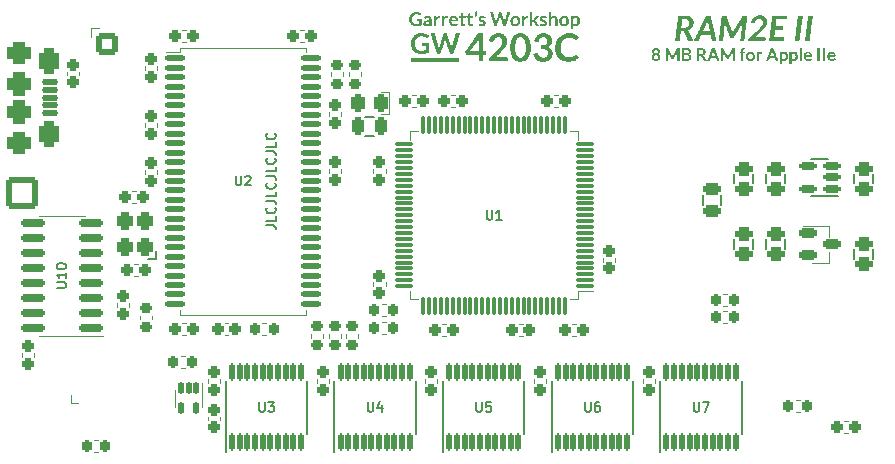
<source format=gto>
G04 #@! TF.GenerationSoftware,KiCad,Pcbnew,7.0.10*
G04 #@! TF.CreationDate,2024-05-20T07:29:43-04:00*
G04 #@! TF.ProjectId,RAM2E,52414d32-452e-46b6-9963-61645f706362,1.0*
G04 #@! TF.SameCoordinates,Original*
G04 #@! TF.FileFunction,Legend,Top*
G04 #@! TF.FilePolarity,Positive*
%FSLAX46Y46*%
G04 Gerber Fmt 4.6, Leading zero omitted, Abs format (unit mm)*
G04 Created by KiCad (PCBNEW 7.0.10) date 2024-05-20 07:29:43*
%MOMM*%
%LPD*%
G01*
G04 APERTURE LIST*
G04 Aperture macros list*
%AMRoundRect*
0 Rectangle with rounded corners*
0 $1 Rounding radius*
0 $2 $3 $4 $5 $6 $7 $8 $9 X,Y pos of 4 corners*
0 Add a 4 corners polygon primitive as box body*
4,1,4,$2,$3,$4,$5,$6,$7,$8,$9,$2,$3,0*
0 Add four circle primitives for the rounded corners*
1,1,$1+$1,$2,$3*
1,1,$1+$1,$4,$5*
1,1,$1+$1,$6,$7*
1,1,$1+$1,$8,$9*
0 Add four rect primitives between the rounded corners*
20,1,$1+$1,$2,$3,$4,$5,0*
20,1,$1+$1,$4,$5,$6,$7,0*
20,1,$1+$1,$6,$7,$8,$9,0*
20,1,$1+$1,$8,$9,$2,$3,0*%
G04 Aperture macros list end*
%ADD10C,0.203200*%
%ADD11C,0.150000*%
%ADD12C,0.120000*%
%ADD13C,0.152400*%
%ADD14C,0.000000*%
%ADD15C,2.000000*%
%ADD16RoundRect,0.124500X0.124500X-0.624500X0.124500X0.624500X-0.124500X0.624500X-0.124500X-0.624500X0*%
%ADD17RoundRect,0.237500X-0.287500X0.237500X-0.287500X-0.237500X0.287500X-0.237500X0.287500X0.237500X0*%
%ADD18RoundRect,0.419100X0.419100X3.327100X-0.419100X3.327100X-0.419100X-3.327100X0.419100X-3.327100X0*%
%ADD19RoundRect,0.139500X-0.665500X-0.139500X0.665500X-0.139500X0.665500X0.139500X-0.665500X0.139500X0*%
%ADD20C,2.152400*%
%ADD21RoundRect,0.237500X0.237500X0.287500X-0.237500X0.287500X-0.237500X-0.287500X0.237500X-0.287500X0*%
%ADD22RoundRect,0.287500X-0.462500X0.287500X-0.462500X-0.287500X0.462500X-0.287500X0.462500X0.287500X0*%
%ADD23RoundRect,0.237500X-0.237500X-0.287500X0.237500X-0.287500X0.237500X0.287500X-0.237500X0.287500X0*%
%ADD24C,1.448000*%
%ADD25RoundRect,0.287500X0.462500X-0.287500X0.462500X0.287500X-0.462500X0.287500X-0.462500X-0.287500X0*%
%ADD26RoundRect,0.225000X-0.500000X-0.225000X0.500000X-0.225000X0.500000X0.225000X-0.500000X0.225000X0*%
%ADD27RoundRect,0.237500X0.512500X-0.237500X0.512500X0.237500X-0.512500X0.237500X-0.512500X-0.237500X0*%
%ADD28RoundRect,0.200000X-0.200000X-0.325000X0.200000X-0.325000X0.200000X0.325000X-0.200000X0.325000X0*%
%ADD29RoundRect,0.237500X-0.237500X-0.512500X0.237500X-0.512500X0.237500X0.512500X-0.237500X0.512500X0*%
%ADD30RoundRect,0.281850X0.281850X0.494350X-0.281850X0.494350X-0.281850X-0.494350X0.281850X-0.494350X0*%
%ADD31RoundRect,0.200000X-0.325000X0.200000X-0.325000X-0.200000X0.325000X-0.200000X0.325000X0.200000X0*%
%ADD32RoundRect,0.087000X0.674500X0.087000X-0.674500X0.087000X-0.674500X-0.087000X0.674500X-0.087000X0*%
%ADD33RoundRect,0.087000X0.087000X0.674500X-0.087000X0.674500X-0.087000X-0.674500X0.087000X-0.674500X0*%
%ADD34RoundRect,0.237500X0.287500X-0.237500X0.287500X0.237500X-0.287500X0.237500X-0.287500X-0.237500X0*%
%ADD35RoundRect,0.325000X0.325000X-0.425000X0.325000X0.425000X-0.325000X0.425000X-0.325000X-0.425000X0*%
%ADD36RoundRect,0.275240X-1.100960X-1.100960X1.100960X-1.100960X1.100960X1.100960X-1.100960X1.100960X0*%
%ADD37RoundRect,0.187500X0.537500X0.187500X-0.537500X0.187500X-0.537500X-0.187500X0.537500X-0.187500X0*%
%ADD38RoundRect,0.175000X0.850000X0.175000X-0.850000X0.175000X-0.850000X-0.175000X0.850000X-0.175000X0*%
%ADD39RoundRect,0.200000X0.200000X0.325000X-0.200000X0.325000X-0.200000X-0.325000X0.200000X-0.325000X0*%
%ADD40RoundRect,0.120000X-0.595000X0.120000X-0.595000X-0.120000X0.595000X-0.120000X0.595000X0.120000X0*%
%ADD41RoundRect,0.475000X-0.525000X0.475000X-0.525000X-0.475000X0.525000X-0.475000X0.525000X0.475000X0*%
%ADD42RoundRect,0.425000X-0.425000X0.675000X-0.425000X-0.675000X0.425000X-0.675000X0.425000X0.675000X0*%
%ADD43RoundRect,0.500000X-0.500000X0.500000X-0.500000X-0.500000X0.500000X-0.500000X0.500000X0.500000X0*%
%ADD44RoundRect,0.200000X0.325000X-0.200000X0.325000X0.200000X-0.325000X0.200000X-0.325000X-0.200000X0*%
%ADD45RoundRect,0.272412X-0.653788X-0.653788X0.653788X-0.653788X0.653788X0.653788X-0.653788X0.653788X0*%
%ADD46O,1.852400X1.852400*%
%ADD47RoundRect,0.120000X-0.120000X0.420000X-0.120000X-0.420000X0.120000X-0.420000X0.120000X0.420000X0*%
%ADD48C,2.527300*%
%ADD49C,1.143000*%
%ADD50C,0.939800*%
G04 APERTURE END LIST*
D10*
X220752649Y-109204361D02*
X221333221Y-109204361D01*
X221333221Y-109204361D02*
X221449335Y-109243066D01*
X221449335Y-109243066D02*
X221526745Y-109320475D01*
X221526745Y-109320475D02*
X221565449Y-109436590D01*
X221565449Y-109436590D02*
X221565449Y-109513999D01*
X221565449Y-108430266D02*
X221565449Y-108817314D01*
X221565449Y-108817314D02*
X220752649Y-108817314D01*
X221488040Y-107694876D02*
X221526745Y-107733580D01*
X221526745Y-107733580D02*
X221565449Y-107849695D01*
X221565449Y-107849695D02*
X221565449Y-107927104D01*
X221565449Y-107927104D02*
X221526745Y-108043218D01*
X221526745Y-108043218D02*
X221449335Y-108120628D01*
X221449335Y-108120628D02*
X221371925Y-108159333D01*
X221371925Y-108159333D02*
X221217106Y-108198037D01*
X221217106Y-108198037D02*
X221100992Y-108198037D01*
X221100992Y-108198037D02*
X220946173Y-108159333D01*
X220946173Y-108159333D02*
X220868764Y-108120628D01*
X220868764Y-108120628D02*
X220791354Y-108043218D01*
X220791354Y-108043218D02*
X220752649Y-107927104D01*
X220752649Y-107927104D02*
X220752649Y-107849695D01*
X220752649Y-107849695D02*
X220791354Y-107733580D01*
X220791354Y-107733580D02*
X220830059Y-107694876D01*
X220752649Y-107114304D02*
X221333221Y-107114304D01*
X221333221Y-107114304D02*
X221449335Y-107153009D01*
X221449335Y-107153009D02*
X221526745Y-107230418D01*
X221526745Y-107230418D02*
X221565449Y-107346533D01*
X221565449Y-107346533D02*
X221565449Y-107423942D01*
X221565449Y-106340209D02*
X221565449Y-106727257D01*
X221565449Y-106727257D02*
X220752649Y-106727257D01*
X221488040Y-105604819D02*
X221526745Y-105643523D01*
X221526745Y-105643523D02*
X221565449Y-105759638D01*
X221565449Y-105759638D02*
X221565449Y-105837047D01*
X221565449Y-105837047D02*
X221526745Y-105953161D01*
X221526745Y-105953161D02*
X221449335Y-106030571D01*
X221449335Y-106030571D02*
X221371925Y-106069276D01*
X221371925Y-106069276D02*
X221217106Y-106107980D01*
X221217106Y-106107980D02*
X221100992Y-106107980D01*
X221100992Y-106107980D02*
X220946173Y-106069276D01*
X220946173Y-106069276D02*
X220868764Y-106030571D01*
X220868764Y-106030571D02*
X220791354Y-105953161D01*
X220791354Y-105953161D02*
X220752649Y-105837047D01*
X220752649Y-105837047D02*
X220752649Y-105759638D01*
X220752649Y-105759638D02*
X220791354Y-105643523D01*
X220791354Y-105643523D02*
X220830059Y-105604819D01*
X220752649Y-105024247D02*
X221333221Y-105024247D01*
X221333221Y-105024247D02*
X221449335Y-105062952D01*
X221449335Y-105062952D02*
X221526745Y-105140361D01*
X221526745Y-105140361D02*
X221565449Y-105256476D01*
X221565449Y-105256476D02*
X221565449Y-105333885D01*
X221565449Y-104250152D02*
X221565449Y-104637200D01*
X221565449Y-104637200D02*
X220752649Y-104637200D01*
X221488040Y-103514762D02*
X221526745Y-103553466D01*
X221526745Y-103553466D02*
X221565449Y-103669581D01*
X221565449Y-103669581D02*
X221565449Y-103746990D01*
X221565449Y-103746990D02*
X221526745Y-103863104D01*
X221526745Y-103863104D02*
X221449335Y-103940514D01*
X221449335Y-103940514D02*
X221371925Y-103979219D01*
X221371925Y-103979219D02*
X221217106Y-104017923D01*
X221217106Y-104017923D02*
X221100992Y-104017923D01*
X221100992Y-104017923D02*
X220946173Y-103979219D01*
X220946173Y-103979219D02*
X220868764Y-103940514D01*
X220868764Y-103940514D02*
X220791354Y-103863104D01*
X220791354Y-103863104D02*
X220752649Y-103746990D01*
X220752649Y-103746990D02*
X220752649Y-103669581D01*
X220752649Y-103669581D02*
X220791354Y-103553466D01*
X220791354Y-103553466D02*
X220830059Y-103514762D01*
X220752649Y-102934190D02*
X221333221Y-102934190D01*
X221333221Y-102934190D02*
X221449335Y-102972895D01*
X221449335Y-102972895D02*
X221526745Y-103050304D01*
X221526745Y-103050304D02*
X221565449Y-103166419D01*
X221565449Y-103166419D02*
X221565449Y-103243828D01*
X221565449Y-102160095D02*
X221565449Y-102547143D01*
X221565449Y-102547143D02*
X220752649Y-102547143D01*
X221488040Y-101424705D02*
X221526745Y-101463409D01*
X221526745Y-101463409D02*
X221565449Y-101579524D01*
X221565449Y-101579524D02*
X221565449Y-101656933D01*
X221565449Y-101656933D02*
X221526745Y-101773047D01*
X221526745Y-101773047D02*
X221449335Y-101850457D01*
X221449335Y-101850457D02*
X221371925Y-101889162D01*
X221371925Y-101889162D02*
X221217106Y-101927866D01*
X221217106Y-101927866D02*
X221100992Y-101927866D01*
X221100992Y-101927866D02*
X220946173Y-101889162D01*
X220946173Y-101889162D02*
X220868764Y-101850457D01*
X220868764Y-101850457D02*
X220791354Y-101773047D01*
X220791354Y-101773047D02*
X220752649Y-101656933D01*
X220752649Y-101656933D02*
X220752649Y-101579524D01*
X220752649Y-101579524D02*
X220791354Y-101463409D01*
X220791354Y-101463409D02*
X220830059Y-101424705D01*
X238555723Y-124152649D02*
X238555723Y-124810630D01*
X238555723Y-124810630D02*
X238594428Y-124888040D01*
X238594428Y-124888040D02*
X238633133Y-124926745D01*
X238633133Y-124926745D02*
X238710542Y-124965449D01*
X238710542Y-124965449D02*
X238865361Y-124965449D01*
X238865361Y-124965449D02*
X238942771Y-124926745D01*
X238942771Y-124926745D02*
X238981476Y-124888040D01*
X238981476Y-124888040D02*
X239020180Y-124810630D01*
X239020180Y-124810630D02*
X239020180Y-124152649D01*
X239794276Y-124152649D02*
X239407228Y-124152649D01*
X239407228Y-124152649D02*
X239368524Y-124539697D01*
X239368524Y-124539697D02*
X239407228Y-124500992D01*
X239407228Y-124500992D02*
X239484638Y-124462287D01*
X239484638Y-124462287D02*
X239678162Y-124462287D01*
X239678162Y-124462287D02*
X239755571Y-124500992D01*
X239755571Y-124500992D02*
X239794276Y-124539697D01*
X239794276Y-124539697D02*
X239832981Y-124617106D01*
X239832981Y-124617106D02*
X239832981Y-124810630D01*
X239832981Y-124810630D02*
X239794276Y-124888040D01*
X239794276Y-124888040D02*
X239755571Y-124926745D01*
X239755571Y-124926745D02*
X239678162Y-124965449D01*
X239678162Y-124965449D02*
X239484638Y-124965449D01*
X239484638Y-124965449D02*
X239407228Y-124926745D01*
X239407228Y-124926745D02*
X239368524Y-124888040D01*
X256955723Y-124152649D02*
X256955723Y-124810630D01*
X256955723Y-124810630D02*
X256994428Y-124888040D01*
X256994428Y-124888040D02*
X257033133Y-124926745D01*
X257033133Y-124926745D02*
X257110542Y-124965449D01*
X257110542Y-124965449D02*
X257265361Y-124965449D01*
X257265361Y-124965449D02*
X257342771Y-124926745D01*
X257342771Y-124926745D02*
X257381476Y-124888040D01*
X257381476Y-124888040D02*
X257420180Y-124810630D01*
X257420180Y-124810630D02*
X257420180Y-124152649D01*
X257729819Y-124152649D02*
X258271685Y-124152649D01*
X258271685Y-124152649D02*
X257923343Y-124965449D01*
X220155723Y-124152649D02*
X220155723Y-124810630D01*
X220155723Y-124810630D02*
X220194428Y-124888040D01*
X220194428Y-124888040D02*
X220233133Y-124926745D01*
X220233133Y-124926745D02*
X220310542Y-124965449D01*
X220310542Y-124965449D02*
X220465361Y-124965449D01*
X220465361Y-124965449D02*
X220542771Y-124926745D01*
X220542771Y-124926745D02*
X220581476Y-124888040D01*
X220581476Y-124888040D02*
X220620180Y-124810630D01*
X220620180Y-124810630D02*
X220620180Y-124152649D01*
X220929819Y-124152649D02*
X221432981Y-124152649D01*
X221432981Y-124152649D02*
X221162047Y-124462287D01*
X221162047Y-124462287D02*
X221278162Y-124462287D01*
X221278162Y-124462287D02*
X221355571Y-124500992D01*
X221355571Y-124500992D02*
X221394276Y-124539697D01*
X221394276Y-124539697D02*
X221432981Y-124617106D01*
X221432981Y-124617106D02*
X221432981Y-124810630D01*
X221432981Y-124810630D02*
X221394276Y-124888040D01*
X221394276Y-124888040D02*
X221355571Y-124926745D01*
X221355571Y-124926745D02*
X221278162Y-124965449D01*
X221278162Y-124965449D02*
X221045933Y-124965449D01*
X221045933Y-124965449D02*
X220968524Y-124926745D01*
X220968524Y-124926745D02*
X220929819Y-124888040D01*
X247755723Y-124152649D02*
X247755723Y-124810630D01*
X247755723Y-124810630D02*
X247794428Y-124888040D01*
X247794428Y-124888040D02*
X247833133Y-124926745D01*
X247833133Y-124926745D02*
X247910542Y-124965449D01*
X247910542Y-124965449D02*
X248065361Y-124965449D01*
X248065361Y-124965449D02*
X248142771Y-124926745D01*
X248142771Y-124926745D02*
X248181476Y-124888040D01*
X248181476Y-124888040D02*
X248220180Y-124810630D01*
X248220180Y-124810630D02*
X248220180Y-124152649D01*
X248955571Y-124152649D02*
X248800752Y-124152649D01*
X248800752Y-124152649D02*
X248723343Y-124191354D01*
X248723343Y-124191354D02*
X248684638Y-124230059D01*
X248684638Y-124230059D02*
X248607228Y-124346173D01*
X248607228Y-124346173D02*
X248568524Y-124500992D01*
X248568524Y-124500992D02*
X248568524Y-124810630D01*
X248568524Y-124810630D02*
X248607228Y-124888040D01*
X248607228Y-124888040D02*
X248645933Y-124926745D01*
X248645933Y-124926745D02*
X248723343Y-124965449D01*
X248723343Y-124965449D02*
X248878162Y-124965449D01*
X248878162Y-124965449D02*
X248955571Y-124926745D01*
X248955571Y-124926745D02*
X248994276Y-124888040D01*
X248994276Y-124888040D02*
X249032981Y-124810630D01*
X249032981Y-124810630D02*
X249032981Y-124617106D01*
X249032981Y-124617106D02*
X248994276Y-124539697D01*
X248994276Y-124539697D02*
X248955571Y-124500992D01*
X248955571Y-124500992D02*
X248878162Y-124462287D01*
X248878162Y-124462287D02*
X248723343Y-124462287D01*
X248723343Y-124462287D02*
X248645933Y-124500992D01*
X248645933Y-124500992D02*
X248607228Y-124539697D01*
X248607228Y-124539697D02*
X248568524Y-124617106D01*
X229355723Y-124152649D02*
X229355723Y-124810630D01*
X229355723Y-124810630D02*
X229394428Y-124888040D01*
X229394428Y-124888040D02*
X229433133Y-124926745D01*
X229433133Y-124926745D02*
X229510542Y-124965449D01*
X229510542Y-124965449D02*
X229665361Y-124965449D01*
X229665361Y-124965449D02*
X229742771Y-124926745D01*
X229742771Y-124926745D02*
X229781476Y-124888040D01*
X229781476Y-124888040D02*
X229820180Y-124810630D01*
X229820180Y-124810630D02*
X229820180Y-124152649D01*
X230555571Y-124423583D02*
X230555571Y-124965449D01*
X230362047Y-124113945D02*
X230168524Y-124694516D01*
X230168524Y-124694516D02*
X230671685Y-124694516D01*
X218180723Y-105002649D02*
X218180723Y-105660630D01*
X218180723Y-105660630D02*
X218219428Y-105738040D01*
X218219428Y-105738040D02*
X218258133Y-105776745D01*
X218258133Y-105776745D02*
X218335542Y-105815449D01*
X218335542Y-105815449D02*
X218490361Y-105815449D01*
X218490361Y-105815449D02*
X218567771Y-105776745D01*
X218567771Y-105776745D02*
X218606476Y-105738040D01*
X218606476Y-105738040D02*
X218645180Y-105660630D01*
X218645180Y-105660630D02*
X218645180Y-105002649D01*
X218993524Y-105080059D02*
X219032228Y-105041354D01*
X219032228Y-105041354D02*
X219109638Y-105002649D01*
X219109638Y-105002649D02*
X219303162Y-105002649D01*
X219303162Y-105002649D02*
X219380571Y-105041354D01*
X219380571Y-105041354D02*
X219419276Y-105080059D01*
X219419276Y-105080059D02*
X219457981Y-105157468D01*
X219457981Y-105157468D02*
X219457981Y-105234878D01*
X219457981Y-105234878D02*
X219419276Y-105350992D01*
X219419276Y-105350992D02*
X218954819Y-105815449D01*
X218954819Y-105815449D02*
X219457981Y-105815449D01*
X239430723Y-107902649D02*
X239430723Y-108560630D01*
X239430723Y-108560630D02*
X239469428Y-108638040D01*
X239469428Y-108638040D02*
X239508133Y-108676745D01*
X239508133Y-108676745D02*
X239585542Y-108715449D01*
X239585542Y-108715449D02*
X239740361Y-108715449D01*
X239740361Y-108715449D02*
X239817771Y-108676745D01*
X239817771Y-108676745D02*
X239856476Y-108638040D01*
X239856476Y-108638040D02*
X239895180Y-108560630D01*
X239895180Y-108560630D02*
X239895180Y-107902649D01*
X240707981Y-108715449D02*
X240243524Y-108715449D01*
X240475752Y-108715449D02*
X240475752Y-107902649D01*
X240475752Y-107902649D02*
X240398343Y-108018764D01*
X240398343Y-108018764D02*
X240320933Y-108096173D01*
X240320933Y-108096173D02*
X240243524Y-108134878D01*
X203006649Y-114480823D02*
X203664630Y-114480823D01*
X203664630Y-114480823D02*
X203742040Y-114442118D01*
X203742040Y-114442118D02*
X203780745Y-114403413D01*
X203780745Y-114403413D02*
X203819449Y-114326004D01*
X203819449Y-114326004D02*
X203819449Y-114171185D01*
X203819449Y-114171185D02*
X203780745Y-114093775D01*
X203780745Y-114093775D02*
X203742040Y-114055070D01*
X203742040Y-114055070D02*
X203664630Y-114016366D01*
X203664630Y-114016366D02*
X203006649Y-114016366D01*
X203819449Y-113203565D02*
X203819449Y-113668022D01*
X203819449Y-113435794D02*
X203006649Y-113435794D01*
X203006649Y-113435794D02*
X203122764Y-113513203D01*
X203122764Y-113513203D02*
X203200173Y-113590613D01*
X203200173Y-113590613D02*
X203238878Y-113668022D01*
X203006649Y-112700404D02*
X203006649Y-112622994D01*
X203006649Y-112622994D02*
X203045354Y-112545585D01*
X203045354Y-112545585D02*
X203084059Y-112506880D01*
X203084059Y-112506880D02*
X203161468Y-112468175D01*
X203161468Y-112468175D02*
X203316287Y-112429470D01*
X203316287Y-112429470D02*
X203509811Y-112429470D01*
X203509811Y-112429470D02*
X203664630Y-112468175D01*
X203664630Y-112468175D02*
X203742040Y-112506880D01*
X203742040Y-112506880D02*
X203780745Y-112545585D01*
X203780745Y-112545585D02*
X203819449Y-112622994D01*
X203819449Y-112622994D02*
X203819449Y-112700404D01*
X203819449Y-112700404D02*
X203780745Y-112777813D01*
X203780745Y-112777813D02*
X203742040Y-112816518D01*
X203742040Y-112816518D02*
X203664630Y-112855223D01*
X203664630Y-112855223D02*
X203509811Y-112893927D01*
X203509811Y-112893927D02*
X203316287Y-112893927D01*
X203316287Y-112893927D02*
X203161468Y-112855223D01*
X203161468Y-112855223D02*
X203084059Y-112816518D01*
X203084059Y-112816518D02*
X203045354Y-112777813D01*
X203045354Y-112777813D02*
X203006649Y-112700404D01*
D11*
X235725000Y-128350000D02*
X235725000Y-122375000D01*
X242625000Y-126825000D02*
X242625000Y-122375000D01*
D12*
X235260000Y-122237221D02*
X235260000Y-122562779D01*
X234240000Y-122237221D02*
X234240000Y-122562779D01*
X253660000Y-122237221D02*
X253660000Y-122562779D01*
X252640000Y-122237221D02*
X252640000Y-122562779D01*
D11*
X254125000Y-128350000D02*
X254125000Y-122375000D01*
X261025000Y-126825000D02*
X261025000Y-122375000D01*
D12*
X244460000Y-122237221D02*
X244460000Y-122562779D01*
X243440000Y-122237221D02*
X243440000Y-122562779D01*
D11*
X217325000Y-128350000D02*
X217325000Y-122375000D01*
X224225000Y-126825000D02*
X224225000Y-122375000D01*
X244925000Y-128350000D02*
X244925000Y-122375000D01*
X251825000Y-126825000D02*
X251825000Y-122375000D01*
X226525000Y-128350000D02*
X226525000Y-122375000D01*
X233425000Y-126825000D02*
X233425000Y-122375000D01*
D12*
X226060000Y-122237221D02*
X226060000Y-122562779D01*
X225040000Y-122237221D02*
X225040000Y-122562779D01*
X227110000Y-104437221D02*
X227110000Y-104762779D01*
X226090000Y-104437221D02*
X226090000Y-104762779D01*
X227110000Y-99637221D02*
X227110000Y-99962779D01*
X226090000Y-99637221D02*
X226090000Y-99962779D01*
X224100000Y-94150000D02*
X224100000Y-94550000D01*
X213500000Y-94150000D02*
X224100000Y-94150000D01*
X213500000Y-94550000D02*
X213500000Y-94150000D01*
X212300000Y-94550000D02*
X213500000Y-94550000D01*
X224100000Y-116350000D02*
X224100000Y-116750000D01*
X213500000Y-116350000D02*
X213500000Y-116750000D01*
X213500000Y-116750000D02*
X224100000Y-116750000D01*
X270037779Y-126748000D02*
X269712221Y-126748000D01*
X270037779Y-125728000D02*
X269712221Y-125728000D01*
D13*
X272150000Y-111243600D02*
X272150000Y-112056400D01*
X270550000Y-111243600D02*
X270550000Y-112056400D01*
D12*
X223637221Y-92640000D02*
X223962779Y-92640000D01*
X223637221Y-93660000D02*
X223962779Y-93660000D01*
D13*
X263100000Y-111206400D02*
X263100000Y-110393600D01*
X264700000Y-111206400D02*
X264700000Y-110393600D01*
D12*
X268410000Y-112380000D02*
X268410000Y-111450000D01*
X268410000Y-112380000D02*
X266950000Y-112380000D01*
X268410000Y-109220000D02*
X268410000Y-110150000D01*
X268410000Y-109220000D02*
X266250000Y-109220000D01*
D13*
X260400000Y-111206400D02*
X260400000Y-110393600D01*
X262000000Y-111206400D02*
X262000000Y-110393600D01*
D12*
X213637221Y-92640000D02*
X213962779Y-92640000D01*
X213637221Y-93660000D02*
X213962779Y-93660000D01*
D13*
X263100000Y-105656400D02*
X263100000Y-104843600D01*
X264700000Y-105656400D02*
X264700000Y-104843600D01*
X260400000Y-105656400D02*
X260400000Y-104843600D01*
X262000000Y-105656400D02*
X262000000Y-104843600D01*
X257700000Y-107456400D02*
X257700000Y-106643600D01*
X259300000Y-107456400D02*
X259300000Y-106643600D01*
D12*
X265587221Y-123990000D02*
X265912779Y-123990000D01*
X265587221Y-125010000D02*
X265912779Y-125010000D01*
X246637221Y-117540000D02*
X246962779Y-117540000D01*
X246637221Y-118560000D02*
X246962779Y-118560000D01*
X233462779Y-99160000D02*
X233137221Y-99160000D01*
X233462779Y-98140000D02*
X233137221Y-98140000D01*
D13*
X229093600Y-100000000D02*
X229906400Y-100000000D01*
X229093600Y-101600000D02*
X229906400Y-101600000D01*
D12*
X231185000Y-99800000D02*
X231185000Y-97900000D01*
X231185000Y-97900000D02*
X230450000Y-97900000D01*
X230450000Y-99800000D02*
X231185000Y-99800000D01*
X227060000Y-118387221D02*
X227060000Y-118712779D01*
X226040000Y-118387221D02*
X226040000Y-118712779D01*
X228510000Y-118387221D02*
X228510000Y-118712779D01*
X227490000Y-118387221D02*
X227490000Y-118712779D01*
X225610000Y-118387221D02*
X225610000Y-118712779D01*
X224590000Y-118387221D02*
X224590000Y-118712779D01*
X232940000Y-115460000D02*
X232940000Y-114760000D01*
X233640000Y-115460000D02*
X232940000Y-115460000D01*
X246460000Y-115460000D02*
X247160000Y-115460000D01*
X247160000Y-115460000D02*
X247160000Y-114760000D01*
X247160000Y-114760000D02*
X248450000Y-114760000D01*
X232940000Y-101240000D02*
X232940000Y-101940000D01*
X233640000Y-101240000D02*
X232940000Y-101240000D01*
X246460000Y-101240000D02*
X247160000Y-101240000D01*
X247160000Y-101240000D02*
X247160000Y-101940000D01*
X236387221Y-98140000D02*
X236712779Y-98140000D01*
X236387221Y-99160000D02*
X236712779Y-99160000D01*
X230860000Y-104437221D02*
X230860000Y-104762779D01*
X229840000Y-104437221D02*
X229840000Y-104762779D01*
X230860000Y-114037221D02*
X230860000Y-114362779D01*
X229840000Y-114037221D02*
X229840000Y-114362779D01*
X235962779Y-118560000D02*
X235637221Y-118560000D01*
X235962779Y-117540000D02*
X235637221Y-117540000D01*
X242462779Y-118560000D02*
X242137221Y-118560000D01*
X242462779Y-117540000D02*
X242137221Y-117540000D01*
X249240000Y-112262779D02*
X249240000Y-111937221D01*
X250260000Y-112262779D02*
X250260000Y-111937221D01*
X245462779Y-99160000D02*
X245137221Y-99160000D01*
X245462779Y-98140000D02*
X245137221Y-98140000D01*
X230537221Y-117390000D02*
X230862779Y-117390000D01*
X230537221Y-118410000D02*
X230862779Y-118410000D01*
X230537221Y-115890000D02*
X230862779Y-115890000D01*
X230537221Y-116910000D02*
X230862779Y-116910000D01*
D13*
X210750000Y-112050000D02*
X211450000Y-112050000D01*
X211450000Y-112050000D02*
X211450000Y-111350000D01*
D12*
X203890000Y-96512779D02*
X203890000Y-96187221D01*
X204910000Y-96512779D02*
X204910000Y-96187221D01*
G36*
X238575550Y-91069805D02*
G01*
X238582988Y-91081343D01*
X238591745Y-91098452D01*
X238600954Y-91119397D01*
X238609748Y-91142442D01*
X238612029Y-91149070D01*
X238624564Y-91201120D01*
X238627912Y-91254290D01*
X238622215Y-91307681D01*
X238607615Y-91360396D01*
X238584253Y-91411538D01*
X238565936Y-91441320D01*
X238555404Y-91455326D01*
X238541388Y-91471909D01*
X238525344Y-91489579D01*
X238508733Y-91506848D01*
X238493010Y-91522226D01*
X238479636Y-91534225D01*
X238470067Y-91541356D01*
X238466682Y-91542679D01*
X238459375Y-91540218D01*
X238446496Y-91533729D01*
X238430429Y-91524447D01*
X238424925Y-91521039D01*
X238406719Y-91508873D01*
X238395424Y-91499290D01*
X238389374Y-91490685D01*
X238387501Y-91485030D01*
X238386338Y-91479311D01*
X238386223Y-91474276D01*
X238387906Y-91468487D01*
X238392138Y-91460504D01*
X238399670Y-91448889D01*
X238411254Y-91432203D01*
X238425859Y-91411525D01*
X238446449Y-91374479D01*
X238458176Y-91334634D01*
X238461006Y-91292817D01*
X238454903Y-91249861D01*
X238439831Y-91206593D01*
X238435100Y-91196701D01*
X238423401Y-91169164D01*
X238418981Y-91147351D01*
X238421786Y-91130885D01*
X238424582Y-91126154D01*
X238430432Y-91122308D01*
X238443304Y-91115890D01*
X238461291Y-91107695D01*
X238482485Y-91098514D01*
X238504979Y-91089142D01*
X238526864Y-91080371D01*
X238546232Y-91072995D01*
X238561176Y-91067807D01*
X238569787Y-91065600D01*
X238570298Y-91065573D01*
X238575550Y-91069805D01*
G37*
G36*
X235397204Y-91462351D02*
G01*
X235399707Y-91462445D01*
X235423259Y-91463665D01*
X235440155Y-91465585D01*
X235453279Y-91468819D01*
X235465518Y-91473979D01*
X235473258Y-91478045D01*
X235486550Y-91485791D01*
X235495634Y-91491965D01*
X235498310Y-91494777D01*
X235497497Y-91500249D01*
X235495247Y-91513492D01*
X235491842Y-91532891D01*
X235487566Y-91556832D01*
X235484041Y-91576332D01*
X235477840Y-91609261D01*
X235472380Y-91633846D01*
X235466956Y-91651177D01*
X235460864Y-91662343D01*
X235453399Y-91668436D01*
X235443856Y-91670543D01*
X235431533Y-91669755D01*
X235424363Y-91668659D01*
X235409359Y-91666970D01*
X235388100Y-91665609D01*
X235363873Y-91664755D01*
X235348000Y-91664555D01*
X235323586Y-91664748D01*
X235306099Y-91665727D01*
X235292927Y-91667886D01*
X235281461Y-91671619D01*
X235271652Y-91676057D01*
X235248554Y-91690744D01*
X235224564Y-91711842D01*
X235202143Y-91736826D01*
X235183755Y-91763173D01*
X235179796Y-91770202D01*
X235164287Y-91799372D01*
X235164287Y-92057571D01*
X235164287Y-92315770D01*
X235061695Y-92315770D01*
X234959102Y-92315770D01*
X234959102Y-91898243D01*
X234959102Y-91480715D01*
X235036643Y-91480867D01*
X235070861Y-91481258D01*
X235096043Y-91482302D01*
X235112675Y-91484034D01*
X235121246Y-91486487D01*
X235121755Y-91486831D01*
X235129486Y-91494626D01*
X235135338Y-91505593D01*
X235139901Y-91521528D01*
X235143763Y-91544226D01*
X235145791Y-91560151D01*
X235148465Y-91580493D01*
X235151174Y-91597218D01*
X235153527Y-91608088D01*
X235154642Y-91610913D01*
X235158724Y-91609248D01*
X235166165Y-91601233D01*
X235174774Y-91589440D01*
X235203886Y-91552075D01*
X235237680Y-91519369D01*
X235274328Y-91492807D01*
X235312006Y-91473873D01*
X235320871Y-91470672D01*
X235337785Y-91465731D01*
X235353931Y-91462929D01*
X235372630Y-91461918D01*
X235397204Y-91462351D01*
G37*
G36*
X236060476Y-91462351D02*
G01*
X236062980Y-91462445D01*
X236086532Y-91463665D01*
X236103427Y-91465585D01*
X236116551Y-91468819D01*
X236128791Y-91473979D01*
X236136531Y-91478045D01*
X236149823Y-91485791D01*
X236158906Y-91491965D01*
X236161582Y-91494777D01*
X236160769Y-91500249D01*
X236158519Y-91513492D01*
X236155115Y-91532891D01*
X236150838Y-91556832D01*
X236147313Y-91576332D01*
X236141113Y-91609261D01*
X236135653Y-91633846D01*
X236130229Y-91651177D01*
X236124136Y-91662343D01*
X236116671Y-91668436D01*
X236107129Y-91670543D01*
X236094805Y-91669755D01*
X236087636Y-91668659D01*
X236072631Y-91666970D01*
X236051372Y-91665609D01*
X236027145Y-91664755D01*
X236011272Y-91664555D01*
X235986859Y-91664748D01*
X235969371Y-91665727D01*
X235956199Y-91667886D01*
X235944734Y-91671619D01*
X235934924Y-91676057D01*
X235911827Y-91690744D01*
X235887837Y-91711842D01*
X235865416Y-91736826D01*
X235847027Y-91763173D01*
X235843068Y-91770202D01*
X235827560Y-91799372D01*
X235827560Y-92057571D01*
X235827560Y-92315770D01*
X235724967Y-92315770D01*
X235622375Y-92315770D01*
X235622375Y-91898243D01*
X235622375Y-91480715D01*
X235699916Y-91480867D01*
X235734134Y-91481258D01*
X235759315Y-91482302D01*
X235775948Y-91484034D01*
X235784519Y-91486487D01*
X235785028Y-91486831D01*
X235792758Y-91494626D01*
X235798611Y-91505593D01*
X235803174Y-91521528D01*
X235807036Y-91544226D01*
X235809063Y-91560151D01*
X235811738Y-91580493D01*
X235814447Y-91597218D01*
X235816799Y-91608088D01*
X235817915Y-91610913D01*
X235821997Y-91609248D01*
X235829438Y-91601233D01*
X235838047Y-91589440D01*
X235867159Y-91552075D01*
X235900952Y-91519369D01*
X235937601Y-91492807D01*
X235975279Y-91473873D01*
X235984144Y-91470672D01*
X236001058Y-91465731D01*
X236017204Y-91462929D01*
X236035902Y-91461918D01*
X236060476Y-91462351D01*
G37*
G36*
X242855442Y-91462351D02*
G01*
X242857945Y-91462445D01*
X242881497Y-91463665D01*
X242898392Y-91465585D01*
X242911517Y-91468819D01*
X242923756Y-91473979D01*
X242931496Y-91478045D01*
X242944788Y-91485791D01*
X242953872Y-91491965D01*
X242956547Y-91494777D01*
X242955735Y-91500249D01*
X242953485Y-91513492D01*
X242950080Y-91532891D01*
X242945804Y-91556832D01*
X242942278Y-91576332D01*
X242936078Y-91609261D01*
X242930618Y-91633846D01*
X242925194Y-91651177D01*
X242919102Y-91662343D01*
X242911636Y-91668436D01*
X242902094Y-91670543D01*
X242889770Y-91669755D01*
X242882601Y-91668659D01*
X242867597Y-91666970D01*
X242846337Y-91665609D01*
X242822111Y-91664755D01*
X242806237Y-91664555D01*
X242781824Y-91664748D01*
X242764337Y-91665727D01*
X242751165Y-91667886D01*
X242739699Y-91671619D01*
X242729890Y-91676057D01*
X242706792Y-91690744D01*
X242682802Y-91711842D01*
X242660381Y-91736826D01*
X242641992Y-91763173D01*
X242638033Y-91770202D01*
X242622525Y-91799372D01*
X242622525Y-92057571D01*
X242622525Y-92315770D01*
X242519933Y-92315770D01*
X242417340Y-92315770D01*
X242417340Y-91898243D01*
X242417340Y-91480715D01*
X242494881Y-91480867D01*
X242529099Y-91481258D01*
X242554281Y-91482302D01*
X242570913Y-91484034D01*
X242579484Y-91486487D01*
X242579993Y-91486831D01*
X242587723Y-91494626D01*
X242593576Y-91505593D01*
X242598139Y-91521528D01*
X242602001Y-91544226D01*
X242604029Y-91560151D01*
X242606703Y-91580493D01*
X242609412Y-91597218D01*
X242611765Y-91608088D01*
X242612880Y-91610913D01*
X242616962Y-91609248D01*
X242624403Y-91601233D01*
X242633012Y-91589440D01*
X242662124Y-91552075D01*
X242695918Y-91519369D01*
X242732566Y-91492807D01*
X242770244Y-91473873D01*
X242779109Y-91470672D01*
X242796023Y-91465731D01*
X242812169Y-91462929D01*
X242830868Y-91461918D01*
X242855442Y-91462351D01*
G37*
G36*
X244898648Y-91332600D02*
G01*
X244898648Y-91561452D01*
X244930182Y-91537584D01*
X244969655Y-91511136D01*
X245010571Y-91489988D01*
X245050225Y-91475487D01*
X245059726Y-91473035D01*
X245085408Y-91468965D01*
X245116631Y-91466973D01*
X245150620Y-91466954D01*
X245184601Y-91468803D01*
X245215799Y-91472416D01*
X245241437Y-91477688D01*
X245249371Y-91480186D01*
X245293370Y-91501030D01*
X245331999Y-91529539D01*
X245364479Y-91565011D01*
X245390034Y-91606746D01*
X245390239Y-91607166D01*
X245396989Y-91621032D01*
X245402811Y-91633437D01*
X245407779Y-91645179D01*
X245411965Y-91657052D01*
X245415441Y-91669854D01*
X245418281Y-91684380D01*
X245420556Y-91701426D01*
X245422339Y-91721789D01*
X245423702Y-91746265D01*
X245424719Y-91775650D01*
X245425461Y-91810740D01*
X245426001Y-91852331D01*
X245426411Y-91901220D01*
X245426765Y-91958202D01*
X245427063Y-92011572D01*
X245428770Y-92315770D01*
X245326156Y-92315770D01*
X245223541Y-92315770D01*
X245222073Y-92025887D01*
X245221750Y-91963003D01*
X245221415Y-91908907D01*
X245220993Y-91862842D01*
X245220406Y-91824052D01*
X245219581Y-91791780D01*
X245218441Y-91765272D01*
X245216911Y-91743770D01*
X245214914Y-91726518D01*
X245212375Y-91712761D01*
X245209219Y-91701742D01*
X245205369Y-91692706D01*
X245200750Y-91684896D01*
X245195286Y-91677555D01*
X245188902Y-91669929D01*
X245186107Y-91666668D01*
X245165267Y-91646909D01*
X245141479Y-91633930D01*
X245112540Y-91626734D01*
X245093884Y-91624895D01*
X245050541Y-91626738D01*
X245008945Y-91637662D01*
X244968736Y-91657807D01*
X244929552Y-91687316D01*
X244924896Y-91691499D01*
X244898648Y-91715488D01*
X244898648Y-92015629D01*
X244898648Y-92315770D01*
X244796055Y-92315770D01*
X244693463Y-92315770D01*
X244693463Y-91709759D01*
X244693463Y-91103747D01*
X244796055Y-91103747D01*
X244898648Y-91103747D01*
X244898648Y-91332600D01*
G37*
G36*
X237351507Y-91223030D02*
G01*
X237357170Y-91223041D01*
X237421323Y-91223041D01*
X237421323Y-91356650D01*
X237421323Y-91490258D01*
X237531073Y-91490258D01*
X237640823Y-91490258D01*
X237640823Y-91561835D01*
X237640823Y-91633411D01*
X237531073Y-91633411D01*
X237421323Y-91633411D01*
X237421323Y-91872470D01*
X237421349Y-91927046D01*
X237421445Y-91972902D01*
X237421636Y-92010861D01*
X237421947Y-92041748D01*
X237422405Y-92066385D01*
X237423035Y-92085596D01*
X237423863Y-92100205D01*
X237424915Y-92111035D01*
X237426215Y-92118910D01*
X237427790Y-92124652D01*
X237429292Y-92128322D01*
X237442874Y-92146725D01*
X237462180Y-92158399D01*
X237485910Y-92163076D01*
X237512766Y-92160487D01*
X237539897Y-92151099D01*
X237556322Y-92143893D01*
X237569386Y-92140048D01*
X237580374Y-92140333D01*
X237590576Y-92145519D01*
X237601276Y-92156377D01*
X237613762Y-92173676D01*
X237629321Y-92198188D01*
X237635603Y-92208406D01*
X237664846Y-92256124D01*
X237651642Y-92266816D01*
X237632953Y-92279656D01*
X237608462Y-92293289D01*
X237581571Y-92305988D01*
X237555683Y-92316025D01*
X237553054Y-92316888D01*
X237535577Y-92320858D01*
X237511350Y-92324152D01*
X237482846Y-92326661D01*
X237452539Y-92328274D01*
X237422902Y-92328883D01*
X237396410Y-92328376D01*
X237375534Y-92326644D01*
X237367395Y-92325142D01*
X237330233Y-92311464D01*
X237295973Y-92290510D01*
X237266619Y-92263830D01*
X237244171Y-92232973D01*
X237241221Y-92227493D01*
X237235645Y-92216494D01*
X237230901Y-92206454D01*
X237226917Y-92196523D01*
X237223619Y-92185849D01*
X237220935Y-92173583D01*
X237218790Y-92158874D01*
X237217112Y-92140870D01*
X237215828Y-92118722D01*
X237214864Y-92091579D01*
X237214148Y-92058589D01*
X237213606Y-92018903D01*
X237213166Y-91971670D01*
X237212753Y-91916038D01*
X237212604Y-91894664D01*
X237210777Y-91633411D01*
X237158929Y-91633411D01*
X237136029Y-91633306D01*
X237120667Y-91632721D01*
X237110838Y-91631247D01*
X237104537Y-91628475D01*
X237099757Y-91623997D01*
X237097191Y-91620838D01*
X237092583Y-91613743D01*
X237089652Y-91605125D01*
X237088038Y-91592760D01*
X237087383Y-91574423D01*
X237087301Y-91559573D01*
X237087301Y-91510881D01*
X237155174Y-91499377D01*
X237223046Y-91487873D01*
X237245312Y-91366398D01*
X237252645Y-91326035D01*
X237258698Y-91294032D01*
X237264227Y-91269421D01*
X237269983Y-91251237D01*
X237276720Y-91238516D01*
X237285193Y-91230290D01*
X237296155Y-91225594D01*
X237310359Y-91223462D01*
X237328558Y-91222930D01*
X237351507Y-91223030D01*
G37*
G36*
X237981377Y-91223030D02*
G01*
X237987041Y-91223041D01*
X238051193Y-91223041D01*
X238051193Y-91356650D01*
X238051193Y-91490258D01*
X238160943Y-91490258D01*
X238270694Y-91490258D01*
X238270694Y-91561835D01*
X238270694Y-91633411D01*
X238160943Y-91633411D01*
X238051193Y-91633411D01*
X238051193Y-91872470D01*
X238051219Y-91927046D01*
X238051315Y-91972902D01*
X238051506Y-92010861D01*
X238051818Y-92041748D01*
X238052276Y-92066385D01*
X238052906Y-92085596D01*
X238053734Y-92100205D01*
X238054785Y-92111035D01*
X238056085Y-92118910D01*
X238057660Y-92124652D01*
X238059162Y-92128322D01*
X238072744Y-92146725D01*
X238092050Y-92158399D01*
X238115780Y-92163076D01*
X238142636Y-92160487D01*
X238169768Y-92151099D01*
X238186193Y-92143893D01*
X238199256Y-92140048D01*
X238210245Y-92140333D01*
X238220446Y-92145519D01*
X238231146Y-92156377D01*
X238243632Y-92173676D01*
X238259191Y-92198188D01*
X238265474Y-92208406D01*
X238294717Y-92256124D01*
X238281512Y-92266816D01*
X238262823Y-92279656D01*
X238238332Y-92293289D01*
X238211441Y-92305988D01*
X238185553Y-92316025D01*
X238182925Y-92316888D01*
X238165447Y-92320858D01*
X238141220Y-92324152D01*
X238112716Y-92326661D01*
X238082409Y-92328274D01*
X238052773Y-92328883D01*
X238026280Y-92328376D01*
X238005405Y-92326644D01*
X237997265Y-92325142D01*
X237960103Y-92311464D01*
X237925844Y-92290510D01*
X237896489Y-92263830D01*
X237874041Y-92232973D01*
X237871092Y-92227493D01*
X237865515Y-92216494D01*
X237860772Y-92206454D01*
X237856788Y-92196523D01*
X237853490Y-92185849D01*
X237850805Y-92173583D01*
X237848660Y-92158874D01*
X237846982Y-92140870D01*
X237845698Y-92118722D01*
X237844735Y-92091579D01*
X237844019Y-92058589D01*
X237843477Y-92018903D01*
X237843036Y-91971670D01*
X237842624Y-91916038D01*
X237842474Y-91894664D01*
X237840648Y-91633411D01*
X237788799Y-91633411D01*
X237765900Y-91633306D01*
X237750538Y-91632721D01*
X237740709Y-91631247D01*
X237734407Y-91628475D01*
X237729627Y-91623997D01*
X237727061Y-91620838D01*
X237722453Y-91613743D01*
X237719522Y-91605125D01*
X237717909Y-91592760D01*
X237717254Y-91574423D01*
X237717171Y-91559573D01*
X237717171Y-91510881D01*
X237785044Y-91499377D01*
X237852917Y-91487873D01*
X237875183Y-91366398D01*
X237882515Y-91326035D01*
X237888569Y-91294032D01*
X237894097Y-91269421D01*
X237899853Y-91251237D01*
X237906591Y-91238516D01*
X237915064Y-91230290D01*
X237926025Y-91225594D01*
X237940229Y-91223462D01*
X237958428Y-91222930D01*
X237981377Y-91223030D01*
G37*
G36*
X235381221Y-95007037D02*
G01*
X235526880Y-95007041D01*
X235663814Y-95007050D01*
X235792294Y-95007064D01*
X235912593Y-95007085D01*
X236024985Y-95007114D01*
X236129741Y-95007152D01*
X236227134Y-95007201D01*
X236317436Y-95007262D01*
X236400922Y-95007335D01*
X236477861Y-95007424D01*
X236548529Y-95007528D01*
X236613196Y-95007649D01*
X236672136Y-95007789D01*
X236725621Y-95007948D01*
X236773923Y-95008128D01*
X236817316Y-95008330D01*
X236856072Y-95008556D01*
X236890464Y-95008807D01*
X236920763Y-95009084D01*
X236947243Y-95009389D01*
X236970176Y-95009722D01*
X236989835Y-95010086D01*
X237006492Y-95010480D01*
X237020420Y-95010908D01*
X237031891Y-95011369D01*
X237041179Y-95011866D01*
X237048555Y-95012399D01*
X237054292Y-95012970D01*
X237058663Y-95013580D01*
X237061941Y-95014230D01*
X237064397Y-95014922D01*
X237066305Y-95015658D01*
X237067937Y-95016437D01*
X237068222Y-95016582D01*
X237091543Y-95031918D01*
X237108437Y-95051871D01*
X237116400Y-95066681D01*
X237119454Y-95074317D01*
X237121731Y-95083216D01*
X237123343Y-95094842D01*
X237124402Y-95110658D01*
X237125019Y-95132128D01*
X237125306Y-95160716D01*
X237125370Y-95184070D01*
X237125122Y-95221419D01*
X237124323Y-95252712D01*
X237123018Y-95276976D01*
X237121252Y-95293239D01*
X237120044Y-95298592D01*
X237106366Y-95325425D01*
X237085773Y-95347234D01*
X237071516Y-95356609D01*
X237051513Y-95367301D01*
X235073624Y-95367998D01*
X234913231Y-95368044D01*
X234758117Y-95368066D01*
X234608487Y-95368067D01*
X234464541Y-95368045D01*
X234326482Y-95368002D01*
X234194513Y-95367937D01*
X234068836Y-95367851D01*
X233949652Y-95367745D01*
X233837166Y-95367618D01*
X233731578Y-95367471D01*
X233633092Y-95367305D01*
X233541908Y-95367120D01*
X233458231Y-95366916D01*
X233382262Y-95366694D01*
X233314204Y-95366454D01*
X233254258Y-95366196D01*
X233202628Y-95365921D01*
X233159515Y-95365629D01*
X233125121Y-95365321D01*
X233099650Y-95364996D01*
X233083304Y-95364656D01*
X233076284Y-95364300D01*
X233076146Y-95364275D01*
X233054360Y-95355254D01*
X233033655Y-95339604D01*
X233017113Y-95320026D01*
X233009959Y-95306232D01*
X233007368Y-95298052D01*
X233005462Y-95288073D01*
X233004172Y-95274928D01*
X233003431Y-95257249D01*
X233003170Y-95233669D01*
X233003324Y-95202819D01*
X233003618Y-95177841D01*
X233005073Y-95069860D01*
X233019388Y-95049550D01*
X233032548Y-95034810D01*
X233048707Y-95021768D01*
X233054734Y-95018137D01*
X233075764Y-95007035D01*
X235062636Y-95007035D01*
X235226564Y-95007035D01*
X235381221Y-95007037D01*
G37*
G36*
X243295341Y-91452553D02*
G01*
X243295341Y-91801359D01*
X243325165Y-91797958D01*
X243342281Y-91795487D01*
X243356364Y-91792536D01*
X243363155Y-91790262D01*
X243367893Y-91785695D01*
X243377901Y-91774516D01*
X243392480Y-91757556D01*
X243410928Y-91735649D01*
X243432547Y-91709628D01*
X243456636Y-91680324D01*
X243482495Y-91648572D01*
X243488068Y-91641692D01*
X243514468Y-91609297D01*
X243539511Y-91579011D01*
X243562452Y-91551700D01*
X243582549Y-91528230D01*
X243599057Y-91509467D01*
X243611235Y-91496278D01*
X243618338Y-91489528D01*
X243619017Y-91489065D01*
X243624717Y-91486318D01*
X243632101Y-91484237D01*
X243642473Y-91482734D01*
X243657137Y-91481720D01*
X243677397Y-91481105D01*
X243704556Y-91480799D01*
X243739917Y-91480715D01*
X243741043Y-91480715D01*
X243771969Y-91480820D01*
X243799431Y-91481114D01*
X243822085Y-91481566D01*
X243838586Y-91482146D01*
X243847590Y-91482822D01*
X243848864Y-91483203D01*
X243845875Y-91487755D01*
X243837396Y-91498678D01*
X243824160Y-91515104D01*
X243806896Y-91536169D01*
X243786338Y-91561005D01*
X243763217Y-91588746D01*
X243738264Y-91618526D01*
X243712212Y-91649478D01*
X243685791Y-91680737D01*
X243659734Y-91711436D01*
X243634772Y-91740708D01*
X243611637Y-91767687D01*
X243591061Y-91791508D01*
X243573775Y-91811303D01*
X243560510Y-91826206D01*
X243552000Y-91835352D01*
X243549406Y-91837768D01*
X243535339Y-91847785D01*
X243553735Y-91868242D01*
X243559923Y-91876024D01*
X243570940Y-91890865D01*
X243586212Y-91911957D01*
X243605165Y-91938490D01*
X243627228Y-91969657D01*
X243651825Y-92004650D01*
X243678385Y-92042659D01*
X243706332Y-92082877D01*
X243719896Y-92102475D01*
X243867659Y-92316251D01*
X243753658Y-92314818D01*
X243639657Y-92313384D01*
X243626952Y-92301455D01*
X243621624Y-92295021D01*
X243611621Y-92281541D01*
X243597568Y-92261905D01*
X243580087Y-92237005D01*
X243559801Y-92207732D01*
X243537335Y-92174978D01*
X243513311Y-92139634D01*
X243500101Y-92120068D01*
X243475695Y-92084006D01*
X243452673Y-92050314D01*
X243431630Y-92019840D01*
X243413163Y-91993433D01*
X243397867Y-91971941D01*
X243386338Y-91956213D01*
X243379172Y-91947098D01*
X243377279Y-91945193D01*
X243368468Y-91942137D01*
X243353215Y-91939072D01*
X243334605Y-91936600D01*
X243331973Y-91936342D01*
X243295341Y-91932909D01*
X243295341Y-92124340D01*
X243295341Y-92315770D01*
X243192749Y-92315770D01*
X243090156Y-92315770D01*
X243090156Y-91709759D01*
X243090156Y-91103747D01*
X243192749Y-91103747D01*
X243295341Y-91103747D01*
X243295341Y-91452553D01*
G37*
G36*
X247058933Y-91464323D02*
G01*
X247102059Y-91472766D01*
X247140498Y-91487664D01*
X247175913Y-91509656D01*
X247208553Y-91537976D01*
X247243243Y-91578237D01*
X247271543Y-91624434D01*
X247293556Y-91676878D01*
X247309385Y-91735879D01*
X247319132Y-91801749D01*
X247322898Y-91874797D01*
X247322954Y-91884803D01*
X247320372Y-91952433D01*
X247312302Y-92013316D01*
X247298396Y-92068747D01*
X247278308Y-92120020D01*
X247251689Y-92168428D01*
X247243450Y-92181009D01*
X247207732Y-92225679D01*
X247166516Y-92262777D01*
X247120500Y-92291991D01*
X247070381Y-92313006D01*
X247016855Y-92325512D01*
X246960621Y-92329196D01*
X246919390Y-92326279D01*
X246881172Y-92319842D01*
X246848918Y-92310372D01*
X246819209Y-92296586D01*
X246788816Y-92277338D01*
X246754857Y-92253489D01*
X246754857Y-92420624D01*
X246754857Y-92587760D01*
X246652264Y-92587760D01*
X246549672Y-92587760D01*
X246549672Y-92094964D01*
X246754857Y-92094964D01*
X246777965Y-92116579D01*
X246803746Y-92138005D01*
X246829236Y-92152837D01*
X246856860Y-92161929D01*
X246889041Y-92166132D01*
X246919992Y-92166542D01*
X246942927Y-92165777D01*
X246959479Y-92164237D01*
X246972807Y-92161228D01*
X246986072Y-92156056D01*
X247001078Y-92148717D01*
X247022290Y-92136528D01*
X247038620Y-92123144D01*
X247054243Y-92105057D01*
X247056429Y-92102192D01*
X247077892Y-92066551D01*
X247094305Y-92023563D01*
X247105474Y-91974097D01*
X247111208Y-91919021D01*
X247111315Y-91859203D01*
X247111129Y-91855297D01*
X247105587Y-91797880D01*
X247095171Y-91748660D01*
X247079875Y-91707623D01*
X247059694Y-91674757D01*
X247034620Y-91650049D01*
X247004648Y-91633487D01*
X247003735Y-91633140D01*
X246988347Y-91628084D01*
X246973404Y-91625249D01*
X246955622Y-91624254D01*
X246931719Y-91624722D01*
X246931035Y-91624749D01*
X246907818Y-91626035D01*
X246890627Y-91628296D01*
X246875942Y-91632333D01*
X246860249Y-91638944D01*
X246852821Y-91642527D01*
X246822777Y-91660882D01*
X246792401Y-91686048D01*
X246787586Y-91690680D01*
X246754857Y-91722831D01*
X246754857Y-91908897D01*
X246754857Y-92094964D01*
X246549672Y-92094964D01*
X246549672Y-92031852D01*
X246549672Y-91475943D01*
X246625376Y-91475943D01*
X246657990Y-91476121D01*
X246682444Y-91477134D01*
X246700124Y-91479701D01*
X246712413Y-91484543D01*
X246720694Y-91492377D01*
X246726353Y-91503925D01*
X246730771Y-91519904D01*
X246733446Y-91532121D01*
X246737416Y-91550439D01*
X246740837Y-91565521D01*
X246743076Y-91574590D01*
X246743326Y-91575438D01*
X246747689Y-91576063D01*
X246757934Y-91569375D01*
X246773169Y-91556160D01*
X246814667Y-91521563D01*
X246855823Y-91495554D01*
X246898424Y-91477419D01*
X246944260Y-91466442D01*
X246995118Y-91461910D01*
X247009456Y-91461698D01*
X247058933Y-91464323D01*
G37*
G36*
X239096206Y-93690033D02*
G01*
X239096206Y-94424882D01*
X239244130Y-94424882D01*
X239392054Y-94424882D01*
X239392054Y-94554986D01*
X239391970Y-94597140D01*
X239391575Y-94630885D01*
X239390651Y-94657354D01*
X239388980Y-94677683D01*
X239386344Y-94693005D01*
X239382526Y-94704453D01*
X239377309Y-94713163D01*
X239370475Y-94720268D01*
X239361806Y-94726902D01*
X239358654Y-94729081D01*
X239353556Y-94732345D01*
X239348184Y-94734870D01*
X239341311Y-94736752D01*
X239331710Y-94738083D01*
X239318154Y-94738961D01*
X239299415Y-94739478D01*
X239274268Y-94739729D01*
X239241484Y-94739811D01*
X239219565Y-94739817D01*
X239096206Y-94739817D01*
X239096206Y-95028508D01*
X239096206Y-95317198D01*
X238917265Y-95317198D01*
X238738325Y-95317198D01*
X238738325Y-95028570D01*
X238738325Y-94739942D01*
X238221433Y-94738687D01*
X237704542Y-94737431D01*
X237684653Y-94724268D01*
X237672924Y-94715897D01*
X237663249Y-94707082D01*
X237655130Y-94696611D01*
X237648066Y-94683273D01*
X237641557Y-94665857D01*
X237635104Y-94643152D01*
X237628206Y-94613945D01*
X237620364Y-94577026D01*
X237616902Y-94560083D01*
X237593870Y-94446580D01*
X237614972Y-94418368D01*
X238035448Y-94418368D01*
X238035923Y-94419616D01*
X238039301Y-94420699D01*
X238046169Y-94421629D01*
X238057113Y-94422416D01*
X238072721Y-94423071D01*
X238093578Y-94423604D01*
X238120270Y-94424028D01*
X238153386Y-94424353D01*
X238193510Y-94424589D01*
X238241229Y-94424749D01*
X238297131Y-94424842D01*
X238361801Y-94424880D01*
X238384544Y-94424882D01*
X238737456Y-94424882D01*
X238739792Y-93979917D01*
X238740284Y-93897083D01*
X238740854Y-93820921D01*
X238741497Y-93751756D01*
X238742207Y-93689914D01*
X238742980Y-93635723D01*
X238743810Y-93589508D01*
X238744693Y-93551597D01*
X238745622Y-93522316D01*
X238746594Y-93501990D01*
X238747396Y-93492415D01*
X238749587Y-93473477D01*
X238751021Y-93458560D01*
X238751500Y-93449865D01*
X238751338Y-93448553D01*
X238748442Y-93452167D01*
X238740301Y-93462910D01*
X238727327Y-93480224D01*
X238709931Y-93503552D01*
X238688525Y-93532336D01*
X238663520Y-93566018D01*
X238635328Y-93604041D01*
X238604361Y-93645848D01*
X238571030Y-93690880D01*
X238535747Y-93738580D01*
X238498924Y-93788390D01*
X238460971Y-93839753D01*
X238422301Y-93892112D01*
X238383326Y-93944908D01*
X238344456Y-93997584D01*
X238306104Y-94049582D01*
X238268681Y-94100346D01*
X238232598Y-94149316D01*
X238198268Y-94195936D01*
X238166102Y-94239649D01*
X238136511Y-94279895D01*
X238109907Y-94316119D01*
X238086702Y-94347761D01*
X238067308Y-94374266D01*
X238052135Y-94395074D01*
X238041595Y-94409629D01*
X238036101Y-94417372D01*
X238035448Y-94418368D01*
X237614972Y-94418368D01*
X237817024Y-94148233D01*
X237851491Y-94102153D01*
X237890925Y-94049433D01*
X237934575Y-93991075D01*
X237981692Y-93928083D01*
X238031525Y-93861459D01*
X238083326Y-93792206D01*
X238136344Y-93721325D01*
X238189830Y-93649819D01*
X238243033Y-93578691D01*
X238295203Y-93508944D01*
X238345592Y-93441579D01*
X238374797Y-93402535D01*
X238709415Y-92955184D01*
X238902810Y-92955184D01*
X239096206Y-92955184D01*
X239096206Y-93690033D01*
G37*
G36*
X241884440Y-91468479D02*
G01*
X241949612Y-91476956D01*
X242009575Y-91493092D01*
X242064045Y-91516712D01*
X242112741Y-91547637D01*
X242155381Y-91585690D01*
X242191681Y-91630695D01*
X242219557Y-91678742D01*
X242233801Y-91709718D01*
X242244584Y-91738206D01*
X242252406Y-91766526D01*
X242257768Y-91796999D01*
X242261171Y-91831944D01*
X242263116Y-91873682D01*
X242263336Y-91881542D01*
X242264005Y-91914804D01*
X242263978Y-91940847D01*
X242263127Y-91961978D01*
X242261322Y-91980504D01*
X242258435Y-91998733D01*
X242256139Y-92010442D01*
X242238947Y-92073264D01*
X242214667Y-92129873D01*
X242183515Y-92180048D01*
X242145705Y-92223568D01*
X242101452Y-92260212D01*
X242050972Y-92289758D01*
X241994479Y-92311986D01*
X241952095Y-92322943D01*
X241929235Y-92326259D01*
X241899704Y-92328434D01*
X241866236Y-92329470D01*
X241831564Y-92329373D01*
X241798420Y-92328144D01*
X241769539Y-92325789D01*
X241749296Y-92322676D01*
X241688622Y-92305492D01*
X241634383Y-92281285D01*
X241586424Y-92249934D01*
X241544590Y-92211319D01*
X241508727Y-92165319D01*
X241479094Y-92112685D01*
X241464732Y-92080489D01*
X241453902Y-92050635D01*
X241446174Y-92020895D01*
X241441119Y-91989040D01*
X241438307Y-91952840D01*
X241437308Y-91910067D01*
X241437303Y-91904234D01*
X241649320Y-91904234D01*
X241650283Y-91941923D01*
X241652879Y-91976056D01*
X241656169Y-91998824D01*
X241668303Y-92043487D01*
X241686282Y-92082639D01*
X241709510Y-92115362D01*
X241737392Y-92140739D01*
X241755241Y-92151617D01*
X241775680Y-92160994D01*
X241795111Y-92167030D01*
X241816438Y-92170253D01*
X241842566Y-92171187D01*
X241861577Y-92170874D01*
X241886473Y-92169709D01*
X241904972Y-92167498D01*
X241920208Y-92163672D01*
X241935314Y-92157658D01*
X241936111Y-92157294D01*
X241968092Y-92138510D01*
X241994557Y-92113619D01*
X242016095Y-92081835D01*
X242033293Y-92042370D01*
X242041241Y-92016648D01*
X242046859Y-91988253D01*
X242050507Y-91953306D01*
X242052184Y-91914594D01*
X242051891Y-91874904D01*
X242049627Y-91837022D01*
X242045392Y-91803735D01*
X242041241Y-91784609D01*
X242025171Y-91738459D01*
X242004359Y-91700529D01*
X241978713Y-91670705D01*
X241948141Y-91648872D01*
X241922954Y-91638013D01*
X241906385Y-91633089D01*
X241890901Y-91630190D01*
X241873344Y-91628987D01*
X241850553Y-91629152D01*
X241840774Y-91629471D01*
X241815447Y-91630783D01*
X241796728Y-91632914D01*
X241781686Y-91636404D01*
X241767388Y-91641792D01*
X241762905Y-91643814D01*
X241731178Y-91663677D01*
X241703911Y-91691460D01*
X241681626Y-91726386D01*
X241664843Y-91767683D01*
X241656219Y-91802170D01*
X241652289Y-91831124D01*
X241649988Y-91866223D01*
X241649320Y-91904234D01*
X241437303Y-91904234D01*
X241437297Y-91895857D01*
X241437562Y-91862307D01*
X241438230Y-91836332D01*
X241439462Y-91815965D01*
X241441423Y-91799241D01*
X241444276Y-91784192D01*
X241447691Y-91770636D01*
X241462481Y-91722942D01*
X241479214Y-91682402D01*
X241499214Y-91646646D01*
X241523805Y-91613303D01*
X241553956Y-91580360D01*
X241574049Y-91560791D01*
X241591069Y-91546206D01*
X241608150Y-91534340D01*
X241628423Y-91522925D01*
X241644619Y-91514761D01*
X241703984Y-91490164D01*
X241764290Y-91474536D01*
X241826903Y-91467614D01*
X241884440Y-91468479D01*
G37*
G36*
X246016771Y-91468479D02*
G01*
X246081944Y-91476956D01*
X246141906Y-91493092D01*
X246196377Y-91516712D01*
X246245073Y-91547637D01*
X246287712Y-91585690D01*
X246324012Y-91630695D01*
X246351888Y-91678742D01*
X246366133Y-91709718D01*
X246376915Y-91738206D01*
X246384737Y-91766526D01*
X246390100Y-91796999D01*
X246393503Y-91831944D01*
X246395447Y-91873682D01*
X246395667Y-91881542D01*
X246396336Y-91914804D01*
X246396310Y-91940847D01*
X246395458Y-91961978D01*
X246393653Y-91980504D01*
X246390766Y-91998733D01*
X246388470Y-92010442D01*
X246371279Y-92073264D01*
X246346999Y-92129873D01*
X246315846Y-92180048D01*
X246278036Y-92223568D01*
X246233783Y-92260212D01*
X246183303Y-92289758D01*
X246126811Y-92311986D01*
X246084426Y-92322943D01*
X246061566Y-92326259D01*
X246032036Y-92328434D01*
X245998568Y-92329470D01*
X245963895Y-92329373D01*
X245930752Y-92328144D01*
X245901870Y-92325789D01*
X245881627Y-92322676D01*
X245820953Y-92305492D01*
X245766714Y-92281285D01*
X245718755Y-92249934D01*
X245676921Y-92211319D01*
X245641058Y-92165319D01*
X245611425Y-92112685D01*
X245597063Y-92080489D01*
X245586233Y-92050635D01*
X245578505Y-92020895D01*
X245573450Y-91989040D01*
X245570638Y-91952840D01*
X245569640Y-91910067D01*
X245569635Y-91904234D01*
X245781651Y-91904234D01*
X245782614Y-91941923D01*
X245785210Y-91976056D01*
X245788500Y-91998824D01*
X245800635Y-92043487D01*
X245818613Y-92082639D01*
X245841841Y-92115362D01*
X245869724Y-92140739D01*
X245887572Y-92151617D01*
X245908011Y-92160994D01*
X245927442Y-92167030D01*
X245948770Y-92170253D01*
X245974898Y-92171187D01*
X245993908Y-92170874D01*
X246018804Y-92169709D01*
X246037303Y-92167498D01*
X246052539Y-92163672D01*
X246067646Y-92157658D01*
X246068443Y-92157294D01*
X246100424Y-92138510D01*
X246126889Y-92113619D01*
X246148426Y-92081835D01*
X246165625Y-92042370D01*
X246173573Y-92016648D01*
X246177625Y-92000187D01*
X246180472Y-91983906D01*
X246182307Y-91965590D01*
X246183326Y-91943022D01*
X246183723Y-91913987D01*
X246183751Y-91900629D01*
X246183542Y-91868515D01*
X246182785Y-91843722D01*
X246181287Y-91824033D01*
X246178852Y-91807232D01*
X246175286Y-91791102D01*
X246173573Y-91784609D01*
X246157503Y-91738459D01*
X246136691Y-91700529D01*
X246111045Y-91670705D01*
X246080473Y-91648872D01*
X246055285Y-91638013D01*
X246038716Y-91633089D01*
X246023233Y-91630190D01*
X246005676Y-91628987D01*
X245982884Y-91629152D01*
X245973105Y-91629471D01*
X245947778Y-91630783D01*
X245929060Y-91632914D01*
X245914017Y-91636404D01*
X245899719Y-91641792D01*
X245895236Y-91643814D01*
X245863510Y-91663677D01*
X245836243Y-91691460D01*
X245813957Y-91726386D01*
X245797174Y-91767683D01*
X245788551Y-91802170D01*
X245784620Y-91831124D01*
X245782320Y-91866223D01*
X245781651Y-91904234D01*
X245569635Y-91904234D01*
X245569629Y-91895857D01*
X245569894Y-91862307D01*
X245570561Y-91836332D01*
X245571793Y-91815965D01*
X245573754Y-91799241D01*
X245576607Y-91784192D01*
X245580023Y-91770636D01*
X245594812Y-91722942D01*
X245611545Y-91682402D01*
X245631546Y-91646646D01*
X245656137Y-91613303D01*
X245686288Y-91580360D01*
X245706380Y-91560791D01*
X245723401Y-91546206D01*
X245740481Y-91534340D01*
X245760754Y-91522925D01*
X245776951Y-91514761D01*
X245836315Y-91490164D01*
X245896622Y-91474536D01*
X245959235Y-91467614D01*
X246016771Y-91468479D01*
G37*
G36*
X236703260Y-91474049D02*
G01*
X236735735Y-91478983D01*
X236766168Y-91487252D01*
X236796991Y-91499313D01*
X236817697Y-91509060D01*
X236863629Y-91536084D01*
X236902449Y-91568459D01*
X236934803Y-91606948D01*
X236961334Y-91652314D01*
X236982313Y-91704200D01*
X236990474Y-91733415D01*
X236996642Y-91765356D01*
X237000756Y-91798267D01*
X237002753Y-91830397D01*
X237002571Y-91859990D01*
X237000148Y-91885294D01*
X236995421Y-91904556D01*
X236989790Y-91914601D01*
X236987712Y-91916704D01*
X236985089Y-91918486D01*
X236981163Y-91919972D01*
X236975181Y-91921191D01*
X236966386Y-91922167D01*
X236954023Y-91922929D01*
X236937336Y-91923503D01*
X236915569Y-91923915D01*
X236887968Y-91924192D01*
X236853775Y-91924362D01*
X236812236Y-91924449D01*
X236762595Y-91924482D01*
X236709893Y-91924487D01*
X236438943Y-91924487D01*
X236441337Y-91942381D01*
X236451599Y-91997337D01*
X236466737Y-92044274D01*
X236486982Y-92083513D01*
X236512570Y-92115374D01*
X236543731Y-92140177D01*
X236580701Y-92158243D01*
X236603826Y-92165483D01*
X236632679Y-92170454D01*
X236666377Y-92172322D01*
X236700739Y-92171084D01*
X236731581Y-92166740D01*
X236736768Y-92165546D01*
X236752127Y-92160598D01*
X236773177Y-92152286D01*
X236797194Y-92141753D01*
X236821456Y-92130137D01*
X236822469Y-92129629D01*
X236854323Y-92114563D01*
X236879571Y-92104985D01*
X236899251Y-92100668D01*
X236914399Y-92101386D01*
X236926054Y-92106913D01*
X236926176Y-92107006D01*
X236932240Y-92113108D01*
X236942002Y-92124404D01*
X236954000Y-92139032D01*
X236966774Y-92155131D01*
X236978861Y-92170839D01*
X236988801Y-92184295D01*
X236995133Y-92193637D01*
X236996638Y-92196775D01*
X236993356Y-92201459D01*
X236984677Y-92210635D01*
X236972353Y-92222471D01*
X236969960Y-92224672D01*
X236927787Y-92257320D01*
X236878854Y-92284884D01*
X236824951Y-92306530D01*
X236767862Y-92321422D01*
X236759676Y-92322927D01*
X236734444Y-92326157D01*
X236703537Y-92328324D01*
X236669458Y-92329430D01*
X236634709Y-92329472D01*
X236601793Y-92328450D01*
X236573212Y-92326364D01*
X236551469Y-92323211D01*
X236550479Y-92322998D01*
X236490165Y-92305221D01*
X236435678Y-92279985D01*
X236387232Y-92247550D01*
X236345039Y-92208171D01*
X236309310Y-92162106D01*
X236280256Y-92109614D01*
X236258090Y-92050950D01*
X236243024Y-91986374D01*
X236237222Y-91942232D01*
X236234665Y-91873688D01*
X236240168Y-91808759D01*
X236240949Y-91805194D01*
X236443962Y-91805194D01*
X236631169Y-91805194D01*
X236818377Y-91805194D01*
X236814762Y-91775169D01*
X236805634Y-91732644D01*
X236789347Y-91695814D01*
X236766218Y-91665167D01*
X236736565Y-91641191D01*
X236722262Y-91633237D01*
X236710944Y-91628131D01*
X236700090Y-91624748D01*
X236687311Y-91622744D01*
X236670217Y-91621772D01*
X236646419Y-91621487D01*
X236641042Y-91621481D01*
X236616382Y-91621610D01*
X236598714Y-91622297D01*
X236585485Y-91623988D01*
X236574145Y-91627134D01*
X236562141Y-91632183D01*
X236551823Y-91637165D01*
X236517816Y-91659079D01*
X236489910Y-91688288D01*
X236468183Y-91724682D01*
X236452718Y-91768149D01*
X236450723Y-91776211D01*
X236443962Y-91805194D01*
X236240949Y-91805194D01*
X236253499Y-91747925D01*
X236274429Y-91691664D01*
X236302727Y-91640456D01*
X236338162Y-91594780D01*
X236380503Y-91555114D01*
X236429520Y-91521939D01*
X236443115Y-91514547D01*
X236472290Y-91500240D01*
X236498443Y-91489631D01*
X236524089Y-91482127D01*
X236551743Y-91477138D01*
X236583921Y-91474070D01*
X236622452Y-91472353D01*
X236666310Y-91471991D01*
X236703260Y-91474049D01*
G37*
G36*
X233538769Y-91129044D02*
G01*
X233573994Y-91130772D01*
X233603534Y-91133577D01*
X233610926Y-91134628D01*
X233675443Y-91148223D01*
X233736709Y-91167970D01*
X233781218Y-91187481D01*
X233805370Y-91200408D01*
X233831140Y-91215644D01*
X233856389Y-91231782D01*
X233878977Y-91247417D01*
X233896767Y-91261145D01*
X233905500Y-91269158D01*
X233918383Y-91282710D01*
X233880638Y-91340932D01*
X233862495Y-91368004D01*
X233847637Y-91387694D01*
X233834900Y-91401064D01*
X233823120Y-91409175D01*
X233811133Y-91413088D01*
X233800614Y-91413910D01*
X233794893Y-91413607D01*
X233788662Y-91412296D01*
X233780612Y-91409377D01*
X233769435Y-91404251D01*
X233753822Y-91396318D01*
X233732465Y-91384977D01*
X233704133Y-91369672D01*
X233668443Y-91351894D01*
X233634482Y-91338705D01*
X233599683Y-91329472D01*
X233561483Y-91323565D01*
X233517317Y-91320353D01*
X233501334Y-91319787D01*
X233459396Y-91319299D01*
X233424573Y-91320666D01*
X233394563Y-91324207D01*
X233367061Y-91330240D01*
X233339765Y-91339086D01*
X233327371Y-91343893D01*
X233276450Y-91369449D01*
X233231185Y-91402501D01*
X233191916Y-91442621D01*
X233158984Y-91489381D01*
X233132727Y-91542350D01*
X233113487Y-91601101D01*
X233109281Y-91619096D01*
X233105340Y-91644250D01*
X233102575Y-91675661D01*
X233101017Y-91710666D01*
X233100694Y-91746602D01*
X233101634Y-91780806D01*
X233103866Y-91810615D01*
X233106994Y-91831438D01*
X233124555Y-91895770D01*
X233148517Y-91953130D01*
X233178813Y-92003445D01*
X233215377Y-92046641D01*
X233258141Y-92082644D01*
X233307038Y-92111381D01*
X233362001Y-92132778D01*
X233387760Y-92139769D01*
X233405199Y-92143631D01*
X233421124Y-92146250D01*
X233437834Y-92147775D01*
X233457628Y-92148352D01*
X233482805Y-92148127D01*
X233508492Y-92147464D01*
X233555806Y-92144929D01*
X233596340Y-92140046D01*
X233632679Y-92132298D01*
X233667409Y-92121168D01*
X233693397Y-92110539D01*
X233713677Y-92101578D01*
X233713677Y-91996332D01*
X233713677Y-91891085D01*
X233628617Y-91891085D01*
X233594239Y-91891117D01*
X233568231Y-91890535D01*
X233549429Y-91888326D01*
X233536670Y-91883476D01*
X233528788Y-91874971D01*
X233524620Y-91861795D01*
X233523001Y-91842936D01*
X233522767Y-91817379D01*
X233522807Y-91798921D01*
X233522807Y-91728846D01*
X233720834Y-91728846D01*
X233918862Y-91728846D01*
X233918862Y-91967059D01*
X233918862Y-92205273D01*
X233889039Y-92224979D01*
X233830363Y-92258540D01*
X233764718Y-92286467D01*
X233693114Y-92308359D01*
X233658802Y-92316221D01*
X233633687Y-92320211D01*
X233601585Y-92323503D01*
X233564493Y-92326055D01*
X233524411Y-92327826D01*
X233483337Y-92328774D01*
X233443272Y-92328860D01*
X233406213Y-92328041D01*
X233374160Y-92326276D01*
X233349111Y-92323524D01*
X233344330Y-92322706D01*
X233271220Y-92304342D01*
X233202846Y-92277872D01*
X233139610Y-92243694D01*
X233081912Y-92202203D01*
X233030152Y-92153796D01*
X232984733Y-92098870D01*
X232946055Y-92037822D01*
X232914519Y-91971047D01*
X232890525Y-91898943D01*
X232882531Y-91865955D01*
X232876700Y-91829962D01*
X232872954Y-91787455D01*
X232871292Y-91741233D01*
X232871713Y-91694095D01*
X232874217Y-91648838D01*
X232878802Y-91608263D01*
X232882629Y-91586964D01*
X232903057Y-91511981D01*
X232930858Y-91443020D01*
X232965879Y-91380233D01*
X233007968Y-91323774D01*
X233056971Y-91273795D01*
X233112737Y-91230450D01*
X233175111Y-91193891D01*
X233243942Y-91164273D01*
X233319076Y-91141748D01*
X233329551Y-91139291D01*
X233353313Y-91135309D01*
X233384413Y-91132189D01*
X233420678Y-91129966D01*
X233459940Y-91128677D01*
X233500027Y-91128358D01*
X233538769Y-91129044D01*
G37*
G36*
X239087697Y-91466950D02*
G01*
X239120510Y-91468781D01*
X239147816Y-91472079D01*
X239154148Y-91473284D01*
X239197915Y-91485578D01*
X239241815Y-91503394D01*
X239282788Y-91525271D01*
X239317775Y-91549751D01*
X239322255Y-91553503D01*
X239340733Y-91569387D01*
X239313660Y-91612946D01*
X239301829Y-91631484D01*
X239291164Y-91647299D01*
X239283041Y-91658400D01*
X239279486Y-91662399D01*
X239265039Y-91668293D01*
X239244083Y-91667645D01*
X239217007Y-91660513D01*
X239189255Y-91649296D01*
X239168354Y-91640126D01*
X239148415Y-91631983D01*
X239132522Y-91626102D01*
X239127222Y-91624441D01*
X239110144Y-91621466D01*
X239087178Y-91619757D01*
X239061736Y-91619330D01*
X239037231Y-91620198D01*
X239017074Y-91622376D01*
X239009753Y-91623944D01*
X238983133Y-91635174D01*
X238961574Y-91651943D01*
X238946635Y-91672725D01*
X238940417Y-91691718D01*
X238939194Y-91710409D01*
X238942428Y-91727082D01*
X238950801Y-91742256D01*
X238964992Y-91756450D01*
X238985682Y-91770184D01*
X239013552Y-91783977D01*
X239049281Y-91798350D01*
X239093551Y-91813821D01*
X239105440Y-91817729D01*
X239134983Y-91827760D01*
X239164777Y-91838602D01*
X239192171Y-91849244D01*
X239214517Y-91858670D01*
X239223560Y-91862902D01*
X239264989Y-91887791D01*
X239298033Y-91917235D01*
X239322668Y-91951184D01*
X239338870Y-91989589D01*
X239346613Y-92032401D01*
X239345873Y-92079570D01*
X239342964Y-92101043D01*
X239330516Y-92150125D01*
X239310637Y-92193392D01*
X239283201Y-92230984D01*
X239248082Y-92263042D01*
X239205154Y-92289707D01*
X239155852Y-92310581D01*
X239137933Y-92316675D01*
X239123231Y-92321090D01*
X239109564Y-92324128D01*
X239094748Y-92326094D01*
X239076601Y-92327291D01*
X239052940Y-92328023D01*
X239027015Y-92328504D01*
X238988372Y-92328733D01*
X238957839Y-92327940D01*
X238934034Y-92326056D01*
X238915571Y-92323012D01*
X238915418Y-92322978D01*
X238859753Y-92307817D01*
X238810580Y-92288593D01*
X238765334Y-92264251D01*
X238752173Y-92255813D01*
X238737005Y-92245120D01*
X238725528Y-92235868D01*
X238719635Y-92229626D01*
X238719238Y-92228527D01*
X238721775Y-92221134D01*
X238728513Y-92208042D01*
X238738144Y-92191342D01*
X238749359Y-92173128D01*
X238760849Y-92155492D01*
X238771306Y-92140527D01*
X238779420Y-92130325D01*
X238782431Y-92127487D01*
X238795563Y-92121124D01*
X238811168Y-92119420D01*
X238830453Y-92122615D01*
X238854629Y-92130948D01*
X238884903Y-92144657D01*
X238895183Y-92149768D01*
X238954221Y-92179578D01*
X239003990Y-92181420D01*
X239034101Y-92181667D01*
X239058952Y-92180124D01*
X239075210Y-92177256D01*
X239102453Y-92165920D01*
X239124342Y-92149519D01*
X239140409Y-92129467D01*
X239150187Y-92107176D01*
X239153207Y-92084061D01*
X239149002Y-92061534D01*
X239137103Y-92041008D01*
X239124348Y-92028891D01*
X239113833Y-92021281D01*
X239103133Y-92014628D01*
X239090774Y-92008303D01*
X239075284Y-92001681D01*
X239055189Y-91994134D01*
X239029016Y-91985036D01*
X238995292Y-91973759D01*
X238993039Y-91973014D01*
X238950730Y-91958675D01*
X238916228Y-91946103D01*
X238888107Y-91934645D01*
X238864944Y-91923646D01*
X238845313Y-91912451D01*
X238827791Y-91900408D01*
X238817676Y-91892485D01*
X238787265Y-91862076D01*
X238764893Y-91826938D01*
X238750418Y-91786747D01*
X238743701Y-91741182D01*
X238743153Y-91721878D01*
X238747599Y-91673409D01*
X238760536Y-91628352D01*
X238781586Y-91587524D01*
X238810371Y-91551744D01*
X238830183Y-91533850D01*
X238852247Y-91518890D01*
X238880485Y-91503784D01*
X238911667Y-91490008D01*
X238942560Y-91479035D01*
X238961153Y-91474061D01*
X238986103Y-91470142D01*
X239017504Y-91467643D01*
X239052365Y-91466575D01*
X239087697Y-91466950D01*
G37*
G36*
X244279355Y-91466950D02*
G01*
X244312169Y-91468781D01*
X244339475Y-91472079D01*
X244345807Y-91473284D01*
X244389574Y-91485578D01*
X244433474Y-91503394D01*
X244474447Y-91525271D01*
X244509434Y-91549751D01*
X244513914Y-91553503D01*
X244532392Y-91569387D01*
X244505319Y-91612946D01*
X244493488Y-91631484D01*
X244482823Y-91647299D01*
X244474700Y-91658400D01*
X244471145Y-91662399D01*
X244456697Y-91668293D01*
X244435742Y-91667645D01*
X244408666Y-91660513D01*
X244380913Y-91649296D01*
X244360013Y-91640126D01*
X244340074Y-91631983D01*
X244324181Y-91626102D01*
X244318881Y-91624441D01*
X244301803Y-91621466D01*
X244278837Y-91619757D01*
X244253395Y-91619330D01*
X244228890Y-91620198D01*
X244208733Y-91622376D01*
X244201412Y-91623944D01*
X244174792Y-91635174D01*
X244153233Y-91651943D01*
X244138294Y-91672725D01*
X244132076Y-91691718D01*
X244130853Y-91710409D01*
X244134087Y-91727082D01*
X244142460Y-91742256D01*
X244156651Y-91756450D01*
X244177341Y-91770184D01*
X244205211Y-91783977D01*
X244240940Y-91798350D01*
X244285210Y-91813821D01*
X244297099Y-91817729D01*
X244326642Y-91827760D01*
X244356435Y-91838602D01*
X244383830Y-91849244D01*
X244406176Y-91858670D01*
X244415219Y-91862902D01*
X244456648Y-91887791D01*
X244489692Y-91917235D01*
X244514327Y-91951184D01*
X244530529Y-91989589D01*
X244538272Y-92032401D01*
X244537532Y-92079570D01*
X244534623Y-92101043D01*
X244522175Y-92150125D01*
X244502296Y-92193392D01*
X244474860Y-92230984D01*
X244439741Y-92263042D01*
X244396813Y-92289707D01*
X244347511Y-92310581D01*
X244329592Y-92316675D01*
X244314890Y-92321090D01*
X244301223Y-92324128D01*
X244286407Y-92326094D01*
X244268260Y-92327291D01*
X244244599Y-92328023D01*
X244218674Y-92328504D01*
X244180030Y-92328733D01*
X244149498Y-92327940D01*
X244125693Y-92326056D01*
X244107230Y-92323012D01*
X244107077Y-92322978D01*
X244051412Y-92307817D01*
X244002239Y-92288593D01*
X243956993Y-92264251D01*
X243943832Y-92255813D01*
X243928664Y-92245120D01*
X243917186Y-92235868D01*
X243911293Y-92229626D01*
X243910896Y-92228527D01*
X243913433Y-92221134D01*
X243920172Y-92208042D01*
X243929803Y-92191342D01*
X243941018Y-92173128D01*
X243952508Y-92155492D01*
X243962965Y-92140527D01*
X243971079Y-92130325D01*
X243974090Y-92127487D01*
X243987222Y-92121124D01*
X244002826Y-92119420D01*
X244022112Y-92122615D01*
X244046287Y-92130948D01*
X244076562Y-92144657D01*
X244086842Y-92149768D01*
X244145880Y-92179578D01*
X244195648Y-92181420D01*
X244225760Y-92181667D01*
X244250610Y-92180124D01*
X244266869Y-92177256D01*
X244294112Y-92165920D01*
X244316001Y-92149519D01*
X244332068Y-92129467D01*
X244341846Y-92107176D01*
X244344866Y-92084061D01*
X244340661Y-92061534D01*
X244328762Y-92041008D01*
X244316007Y-92028891D01*
X244305492Y-92021281D01*
X244294792Y-92014628D01*
X244282433Y-92008303D01*
X244266943Y-92001681D01*
X244246848Y-91994134D01*
X244220674Y-91985036D01*
X244186951Y-91973759D01*
X244184698Y-91973014D01*
X244142389Y-91958675D01*
X244107887Y-91946103D01*
X244079766Y-91934645D01*
X244056603Y-91923646D01*
X244036972Y-91912451D01*
X244019450Y-91900408D01*
X244009335Y-91892485D01*
X243978924Y-91862076D01*
X243956552Y-91826938D01*
X243942077Y-91786747D01*
X243935359Y-91741182D01*
X243934812Y-91721878D01*
X243939257Y-91673409D01*
X243952194Y-91628352D01*
X243973245Y-91587524D01*
X244002030Y-91551744D01*
X244021842Y-91533850D01*
X244043906Y-91518890D01*
X244072144Y-91503784D01*
X244103325Y-91490008D01*
X244134219Y-91479035D01*
X244152812Y-91474061D01*
X244177762Y-91470142D01*
X244209163Y-91467643D01*
X244244023Y-91466575D01*
X244279355Y-91466950D01*
G37*
G36*
X234498799Y-91467760D02*
G01*
X234524931Y-91470387D01*
X234548396Y-91475322D01*
X234571464Y-91482969D01*
X234596406Y-91493731D01*
X234608841Y-91499695D01*
X234650078Y-91525139D01*
X234685918Y-91558219D01*
X234715996Y-91598460D01*
X234739945Y-91645388D01*
X234754897Y-91689040D01*
X234757016Y-91696977D01*
X234758831Y-91704839D01*
X234760372Y-91713416D01*
X234761667Y-91723498D01*
X234762746Y-91735876D01*
X234763636Y-91751339D01*
X234764367Y-91770678D01*
X234764968Y-91794683D01*
X234765467Y-91824143D01*
X234765893Y-91859850D01*
X234766276Y-91902594D01*
X234766643Y-91953164D01*
X234767024Y-92012351D01*
X234767093Y-92023501D01*
X234768932Y-92320542D01*
X234712514Y-92320515D01*
X234678832Y-92320006D01*
X234653200Y-92317945D01*
X234634150Y-92313477D01*
X234620214Y-92305748D01*
X234609925Y-92293902D01*
X234601815Y-92277086D01*
X234594416Y-92254445D01*
X234593482Y-92251212D01*
X234584873Y-92221149D01*
X234563224Y-92239009D01*
X234514006Y-92275015D01*
X234464656Y-92302019D01*
X234415597Y-92319801D01*
X234401175Y-92323267D01*
X234378574Y-92326627D01*
X234350291Y-92328723D01*
X234319051Y-92329564D01*
X234287578Y-92329164D01*
X234258597Y-92327531D01*
X234234834Y-92324678D01*
X234224824Y-92322552D01*
X234180810Y-92306356D01*
X234143429Y-92283351D01*
X234112881Y-92253778D01*
X234089367Y-92217878D01*
X234073086Y-92175892D01*
X234064393Y-92129555D01*
X234064260Y-92091498D01*
X234262455Y-92091498D01*
X234263997Y-92117777D01*
X234272315Y-92142100D01*
X234287557Y-92162245D01*
X234287605Y-92162288D01*
X234302262Y-92173218D01*
X234319506Y-92180498D01*
X234341260Y-92184584D01*
X234369451Y-92185933D01*
X234386493Y-92185725D01*
X234410014Y-92184867D01*
X234427172Y-92183283D01*
X234441145Y-92180289D01*
X234455113Y-92175202D01*
X234472255Y-92167340D01*
X234472384Y-92167278D01*
X234494082Y-92155578D01*
X234516719Y-92141308D01*
X234535435Y-92127534D01*
X234535610Y-92127389D01*
X234563048Y-92104645D01*
X234563048Y-92035324D01*
X234563048Y-91966004D01*
X234499822Y-91968801D01*
X234440958Y-91973834D01*
X234389130Y-91983343D01*
X234344813Y-91997200D01*
X234308486Y-92015277D01*
X234296979Y-92023148D01*
X234279095Y-92041962D01*
X234267537Y-92065486D01*
X234262455Y-92091498D01*
X234064260Y-92091498D01*
X234064237Y-92084967D01*
X234073162Y-92042876D01*
X234090914Y-92003798D01*
X234117239Y-91968245D01*
X234151884Y-91936734D01*
X234163867Y-91928141D01*
X234206026Y-91903880D01*
X234255670Y-91882808D01*
X234311148Y-91865351D01*
X234370811Y-91851930D01*
X234433009Y-91842971D01*
X234496092Y-91838896D01*
X234512254Y-91838689D01*
X234564053Y-91838596D01*
X234562178Y-91782528D01*
X234559871Y-91747393D01*
X234555122Y-91719543D01*
X234547225Y-91696879D01*
X234535478Y-91677302D01*
X234521373Y-91660940D01*
X234504319Y-91646565D01*
X234484773Y-91636801D01*
X234460910Y-91631143D01*
X234430905Y-91629085D01*
X234407651Y-91629423D01*
X234358087Y-91631258D01*
X234288926Y-91666357D01*
X234262802Y-91679505D01*
X234243452Y-91688817D01*
X234229195Y-91694885D01*
X234218350Y-91698299D01*
X234209236Y-91699647D01*
X234200170Y-91699521D01*
X234195542Y-91699129D01*
X234176395Y-91695427D01*
X234162046Y-91687511D01*
X234156998Y-91683082D01*
X234148276Y-91672962D01*
X234137669Y-91658160D01*
X234126614Y-91641033D01*
X234116548Y-91623936D01*
X234108908Y-91609224D01*
X234105132Y-91599255D01*
X234104960Y-91597784D01*
X234108968Y-91590607D01*
X234120005Y-91580088D01*
X234136593Y-91567205D01*
X234157254Y-91552940D01*
X234180508Y-91538273D01*
X234204878Y-91524184D01*
X234228885Y-91511654D01*
X234248112Y-91502872D01*
X234279193Y-91490790D01*
X234308227Y-91481825D01*
X234337799Y-91475475D01*
X234370498Y-91471241D01*
X234408909Y-91468623D01*
X234429447Y-91467815D01*
X234467727Y-91467037D01*
X234498799Y-91467760D01*
G37*
G36*
X233997790Y-92923937D02*
G01*
X234074441Y-92930630D01*
X234145564Y-92942198D01*
X234212681Y-92958982D01*
X234277314Y-92981320D01*
X234340985Y-93009553D01*
X234366801Y-93022718D01*
X234393142Y-93037392D01*
X234420544Y-93053978D01*
X234447770Y-93071586D01*
X234473587Y-93089325D01*
X234496758Y-93106304D01*
X234516047Y-93121632D01*
X234530220Y-93134417D01*
X234538041Y-93143769D01*
X234539189Y-93147052D01*
X234536589Y-93153720D01*
X234529451Y-93166668D01*
X234518764Y-93184398D01*
X234505517Y-93205412D01*
X234490700Y-93228210D01*
X234475303Y-93251295D01*
X234460316Y-93273167D01*
X234446729Y-93292329D01*
X234435531Y-93307281D01*
X234427711Y-93316526D01*
X234426486Y-93317695D01*
X234410281Y-93329553D01*
X234393541Y-93336312D01*
X234375043Y-93337806D01*
X234353564Y-93333866D01*
X234327881Y-93324324D01*
X234296772Y-93309013D01*
X234274788Y-93296870D01*
X234228911Y-93271781D01*
X234187992Y-93251825D01*
X234149589Y-93236105D01*
X234111262Y-93223727D01*
X234070571Y-93213793D01*
X234026226Y-93205594D01*
X233996069Y-93201996D01*
X233959597Y-93199709D01*
X233919647Y-93198730D01*
X233879055Y-93199057D01*
X233840657Y-93200686D01*
X233807288Y-93203615D01*
X233791843Y-93205824D01*
X233721941Y-93222351D01*
X233657005Y-93246873D01*
X233597338Y-93279056D01*
X233543247Y-93318566D01*
X233495035Y-93365069D01*
X233453010Y-93418232D01*
X233417475Y-93477719D01*
X233388737Y-93543198D01*
X233367099Y-93614334D01*
X233353626Y-93685215D01*
X233349530Y-93724671D01*
X233347146Y-93769825D01*
X233346507Y-93817111D01*
X233347646Y-93862964D01*
X233350596Y-93903820D01*
X233351508Y-93911919D01*
X233364605Y-93986661D01*
X233385033Y-94057699D01*
X233412377Y-94124273D01*
X233446221Y-94185623D01*
X233486152Y-94240987D01*
X233531755Y-94289606D01*
X233578241Y-94327638D01*
X233608006Y-94346499D01*
X233644063Y-94365612D01*
X233683307Y-94383545D01*
X233722637Y-94398866D01*
X233754237Y-94408881D01*
X233769920Y-94413080D01*
X233783590Y-94416278D01*
X233796915Y-94418616D01*
X233811558Y-94420231D01*
X233829186Y-94421264D01*
X233851464Y-94421853D01*
X233880059Y-94422139D01*
X233914090Y-94422255D01*
X233953120Y-94422199D01*
X233984237Y-94421785D01*
X234009068Y-94420922D01*
X234029237Y-94419519D01*
X234046373Y-94417488D01*
X234062101Y-94414736D01*
X234066672Y-94413782D01*
X234098231Y-94406151D01*
X234133029Y-94396370D01*
X234167850Y-94385442D01*
X234199479Y-94374373D01*
X234223061Y-94364900D01*
X234248112Y-94353831D01*
X234248112Y-94198486D01*
X234248112Y-94043142D01*
X234123570Y-94043142D01*
X233999027Y-94043142D01*
X233982803Y-94026918D01*
X233966579Y-94010694D01*
X233966579Y-93905239D01*
X233966579Y-93799783D01*
X234255270Y-93799783D01*
X234543961Y-93799783D01*
X234543886Y-94151699D01*
X234543811Y-94503616D01*
X234502133Y-94530737D01*
X234430633Y-94573019D01*
X234356673Y-94608161D01*
X234279084Y-94636550D01*
X234196695Y-94658574D01*
X234108338Y-94674622D01*
X234045677Y-94682178D01*
X234027888Y-94683456D01*
X234003430Y-94684539D01*
X233974029Y-94685415D01*
X233941411Y-94686070D01*
X233907300Y-94686492D01*
X233873423Y-94686669D01*
X233841505Y-94686586D01*
X233813273Y-94686232D01*
X233790450Y-94685594D01*
X233774764Y-94684660D01*
X233770938Y-94684209D01*
X233731076Y-94677943D01*
X233698567Y-94672345D01*
X233671287Y-94666977D01*
X233647110Y-94661402D01*
X233623910Y-94655181D01*
X233609801Y-94651025D01*
X233526187Y-94620855D01*
X233447271Y-94582583D01*
X233373505Y-94536655D01*
X233305339Y-94483515D01*
X233243226Y-94423609D01*
X233187616Y-94357381D01*
X233138961Y-94285277D01*
X233097713Y-94207741D01*
X233064322Y-94125219D01*
X233058371Y-94107363D01*
X233035204Y-94020420D01*
X233020061Y-93929692D01*
X233012979Y-93836623D01*
X233013997Y-93742654D01*
X233023153Y-93649228D01*
X233040487Y-93557789D01*
X233043371Y-93546011D01*
X233069286Y-93461595D01*
X233103272Y-93381548D01*
X233144913Y-93306380D01*
X233193796Y-93236599D01*
X233249506Y-93172714D01*
X233311628Y-93115233D01*
X233379748Y-93064665D01*
X233453451Y-93021518D01*
X233482571Y-93007296D01*
X233548470Y-92979655D01*
X233614906Y-92957798D01*
X233683503Y-92941405D01*
X233755884Y-92930153D01*
X233833673Y-92923721D01*
X233914090Y-92921782D01*
X233997790Y-92923937D01*
G37*
G36*
X242280035Y-92932147D02*
G01*
X242307590Y-92932742D01*
X242354888Y-92934333D01*
X242395026Y-92936902D01*
X242430368Y-92940825D01*
X242463279Y-92946480D01*
X242496123Y-92954245D01*
X242531264Y-92964496D01*
X242555210Y-92972255D01*
X242632415Y-93002886D01*
X242704753Y-93041630D01*
X242772121Y-93088329D01*
X242834411Y-93142826D01*
X242891518Y-93204963D01*
X242943338Y-93274581D01*
X242989764Y-93351523D01*
X243030690Y-93435631D01*
X243066011Y-93526746D01*
X243095622Y-93624711D01*
X243119417Y-93729368D01*
X243137290Y-93840558D01*
X243137709Y-93843801D01*
X243145388Y-93917226D01*
X243150644Y-93997320D01*
X243153467Y-94081516D01*
X243153846Y-94167249D01*
X243151769Y-94251953D01*
X243147226Y-94333063D01*
X243140205Y-94408013D01*
X243140149Y-94408486D01*
X243123689Y-94520494D01*
X243101254Y-94626123D01*
X243072957Y-94725201D01*
X243038910Y-94817558D01*
X242999225Y-94903023D01*
X242954014Y-94981425D01*
X242903389Y-95052594D01*
X242847463Y-95116358D01*
X242786346Y-95172548D01*
X242720151Y-95220991D01*
X242648990Y-95261518D01*
X242572976Y-95293958D01*
X242555210Y-95300127D01*
X242519245Y-95311620D01*
X242487179Y-95320575D01*
X242456837Y-95327324D01*
X242426045Y-95332198D01*
X242392627Y-95335530D01*
X242354409Y-95337652D01*
X242309214Y-95338898D01*
X242300432Y-95339050D01*
X242262551Y-95339542D01*
X242232336Y-95339589D01*
X242207919Y-95339101D01*
X242187429Y-95337991D01*
X242168997Y-95336170D01*
X242150754Y-95333550D01*
X242138193Y-95331392D01*
X242053389Y-95311717D01*
X241973866Y-95284109D01*
X241899519Y-95248511D01*
X241830243Y-95204869D01*
X241765933Y-95153128D01*
X241725437Y-95113761D01*
X241677891Y-95060147D01*
X241636268Y-95004475D01*
X241598836Y-94944218D01*
X241565658Y-94880583D01*
X241533026Y-94806549D01*
X241504872Y-94728761D01*
X241480883Y-94646066D01*
X241460748Y-94557312D01*
X241444154Y-94461346D01*
X241435911Y-94400975D01*
X241433062Y-94371514D01*
X241430728Y-94334100D01*
X241428910Y-94290314D01*
X241427607Y-94241733D01*
X241426821Y-94189935D01*
X241426771Y-94180093D01*
X241845561Y-94180093D01*
X241847016Y-94263093D01*
X241850568Y-94338985D01*
X241856342Y-94408897D01*
X241864462Y-94473956D01*
X241875053Y-94535290D01*
X241888238Y-94594026D01*
X241904143Y-94651291D01*
X241910192Y-94670627D01*
X241936013Y-94740790D01*
X241965642Y-94802315D01*
X241999227Y-94855374D01*
X242036915Y-94900143D01*
X242078856Y-94936796D01*
X242125197Y-94965506D01*
X242176085Y-94986450D01*
X242178753Y-94987297D01*
X242196876Y-94992837D01*
X242211530Y-94996695D01*
X242225078Y-94999121D01*
X242239883Y-95000366D01*
X242258309Y-95000680D01*
X242282718Y-95000314D01*
X242298047Y-94999951D01*
X242331391Y-94998609D01*
X242357354Y-94996279D01*
X242378065Y-94992714D01*
X242391558Y-94989041D01*
X242443390Y-94968135D01*
X242490536Y-94940006D01*
X242533174Y-94904417D01*
X242571484Y-94861129D01*
X242605645Y-94809906D01*
X242635837Y-94750510D01*
X242662238Y-94682704D01*
X242685029Y-94606249D01*
X242687419Y-94596918D01*
X242699797Y-94543400D01*
X242709955Y-94489216D01*
X242718030Y-94432967D01*
X242724158Y-94373255D01*
X242728475Y-94308680D01*
X242731118Y-94237842D01*
X242732223Y-94159344D01*
X242732275Y-94136191D01*
X242732101Y-94096223D01*
X242731607Y-94056068D01*
X242730841Y-94017633D01*
X242729850Y-93982828D01*
X242728680Y-93953562D01*
X242727378Y-93931742D01*
X242727244Y-93930073D01*
X242716783Y-93832705D01*
X242702072Y-93742543D01*
X242683196Y-93659776D01*
X242660239Y-93584592D01*
X242633287Y-93517181D01*
X242602422Y-93457732D01*
X242567731Y-93406434D01*
X242529296Y-93363475D01*
X242487203Y-93329045D01*
X242448896Y-93306765D01*
X242421278Y-93294043D01*
X242397365Y-93284872D01*
X242374512Y-93278698D01*
X242350070Y-93274963D01*
X242321392Y-93273113D01*
X242286117Y-93272592D01*
X242256781Y-93272735D01*
X242234714Y-93273408D01*
X242217649Y-93274847D01*
X242203317Y-93277293D01*
X242189449Y-93280985D01*
X242181139Y-93283652D01*
X242127383Y-93306208D01*
X242078902Y-93336316D01*
X242035523Y-93374158D01*
X241997073Y-93419912D01*
X241963380Y-93473758D01*
X241934271Y-93535877D01*
X241931005Y-93544082D01*
X241911934Y-93596200D01*
X241895713Y-93648206D01*
X241882149Y-93701337D01*
X241871049Y-93756829D01*
X241862220Y-93815919D01*
X241855471Y-93879844D01*
X241850607Y-93949840D01*
X241847436Y-94027144D01*
X241846080Y-94088858D01*
X241845561Y-94180093D01*
X241426771Y-94180093D01*
X241426551Y-94136498D01*
X241426798Y-94083002D01*
X241427562Y-94031023D01*
X241428843Y-93982141D01*
X241430643Y-93937933D01*
X241432960Y-93899977D01*
X241435796Y-93869855D01*
X241453318Y-93752610D01*
X241476721Y-93642820D01*
X241505999Y-93540500D01*
X241541148Y-93445666D01*
X241582162Y-93358331D01*
X241629035Y-93278512D01*
X241659914Y-93234308D01*
X241694737Y-93191684D01*
X241735448Y-93148701D01*
X241779533Y-93107718D01*
X241824476Y-93071093D01*
X241861900Y-93044878D01*
X241912210Y-93016417D01*
X241969367Y-92990624D01*
X242030831Y-92968439D01*
X242094065Y-92950802D01*
X242142965Y-92940810D01*
X242165391Y-92937203D01*
X242185151Y-92934600D01*
X242204372Y-92932897D01*
X242225176Y-92931990D01*
X242249689Y-92931775D01*
X242280035Y-92932147D01*
G37*
G36*
X246463780Y-92932667D02*
G01*
X246518796Y-92934067D01*
X246566193Y-92936239D01*
X246607877Y-92939395D01*
X246645756Y-92943751D01*
X246681737Y-92949521D01*
X246717728Y-92956917D01*
X246750494Y-92964832D01*
X246830171Y-92989082D01*
X246910120Y-93020862D01*
X246988504Y-93059169D01*
X247063486Y-93103006D01*
X247133227Y-93151370D01*
X247195891Y-93203262D01*
X247206439Y-93213054D01*
X247221322Y-93228392D01*
X247228264Y-93238729D01*
X247228230Y-93243143D01*
X247224377Y-93248421D01*
X247215783Y-93260332D01*
X247203259Y-93277744D01*
X247187618Y-93299528D01*
X247169671Y-93324555D01*
X247155682Y-93344081D01*
X247128634Y-93381681D01*
X247106231Y-93412189D01*
X247087664Y-93436345D01*
X247072120Y-93454887D01*
X247058789Y-93468554D01*
X247046860Y-93478085D01*
X247035522Y-93484219D01*
X247023965Y-93487693D01*
X247011377Y-93489247D01*
X246996948Y-93489619D01*
X246995913Y-93489620D01*
X246979943Y-93489203D01*
X246966164Y-93487450D01*
X246952802Y-93483611D01*
X246938082Y-93476932D01*
X246920230Y-93466662D01*
X246897469Y-93452050D01*
X246880477Y-93440723D01*
X246809536Y-93397880D01*
X246736393Y-93362902D01*
X246662217Y-93336260D01*
X246588176Y-93318425D01*
X246568219Y-93315159D01*
X246535099Y-93311593D01*
X246495750Y-93309440D01*
X246452480Y-93308645D01*
X246407595Y-93309157D01*
X246363400Y-93310923D01*
X246322202Y-93313888D01*
X246286306Y-93318002D01*
X246262610Y-93322159D01*
X246180140Y-93344576D01*
X246103205Y-93374701D01*
X246031969Y-93412355D01*
X245966598Y-93457357D01*
X245907256Y-93509525D01*
X245854108Y-93568680D01*
X245807319Y-93634642D01*
X245767054Y-93707229D01*
X245733478Y-93786261D01*
X245706754Y-93871558D01*
X245689323Y-93950093D01*
X245686092Y-93968786D01*
X245683595Y-93986301D01*
X245681743Y-94004264D01*
X245680447Y-94024299D01*
X245679618Y-94048032D01*
X245679168Y-94077088D01*
X245679007Y-94113090D01*
X245679013Y-94138577D01*
X245679216Y-94182725D01*
X245679745Y-94218801D01*
X245680671Y-94248273D01*
X245682062Y-94272610D01*
X245683989Y-94293279D01*
X245686520Y-94311749D01*
X245687484Y-94317517D01*
X245707424Y-94409618D01*
X245734061Y-94494998D01*
X245767465Y-94573805D01*
X245807710Y-94646190D01*
X245854869Y-94712301D01*
X245907546Y-94770834D01*
X245960166Y-94818777D01*
X246013822Y-94858548D01*
X246070586Y-94891464D01*
X246132528Y-94918842D01*
X246151231Y-94925747D01*
X246184536Y-94937031D01*
X246214295Y-94945684D01*
X246242839Y-94952099D01*
X246272500Y-94956664D01*
X246305609Y-94959770D01*
X246344497Y-94961807D01*
X246372056Y-94962691D01*
X246453766Y-94962687D01*
X246528161Y-94957832D01*
X246596336Y-94947791D01*
X246659384Y-94932228D01*
X246718401Y-94910807D01*
X246774479Y-94883191D01*
X246828713Y-94849045D01*
X246882198Y-94808032D01*
X246886080Y-94804779D01*
X246903677Y-94790376D01*
X246920157Y-94777633D01*
X246933202Y-94768307D01*
X246938569Y-94765000D01*
X246956008Y-94759438D01*
X246977957Y-94757396D01*
X247000138Y-94758883D01*
X247018270Y-94763912D01*
X247020026Y-94764784D01*
X247026001Y-94769671D01*
X247037288Y-94780438D01*
X247052855Y-94795989D01*
X247071666Y-94815229D01*
X247092690Y-94837062D01*
X247114893Y-94860394D01*
X247137240Y-94884128D01*
X247158699Y-94907169D01*
X247178235Y-94928423D01*
X247194816Y-94946793D01*
X247207407Y-94961185D01*
X247214975Y-94970502D01*
X247216672Y-94973192D01*
X247214346Y-94978858D01*
X247206288Y-94989827D01*
X247193678Y-95004821D01*
X247177695Y-95022563D01*
X247159521Y-95041777D01*
X247140336Y-95061185D01*
X247121320Y-95079510D01*
X247103654Y-95095474D01*
X247103652Y-95095476D01*
X247030055Y-95153505D01*
X246952608Y-95203448D01*
X246870854Y-95245493D01*
X246784337Y-95279828D01*
X246692600Y-95306638D01*
X246595187Y-95326113D01*
X246516957Y-95336134D01*
X246499918Y-95337328D01*
X246475710Y-95338338D01*
X246446085Y-95339153D01*
X246412794Y-95339763D01*
X246377587Y-95340157D01*
X246342217Y-95340323D01*
X246308435Y-95340251D01*
X246277991Y-95339931D01*
X246252636Y-95339351D01*
X246234123Y-95338500D01*
X246227579Y-95337923D01*
X246133185Y-95324147D01*
X246046085Y-95305963D01*
X245964885Y-95282916D01*
X245888192Y-95254550D01*
X245814614Y-95220410D01*
X245742756Y-95180041D01*
X245740861Y-95178881D01*
X245660215Y-95123926D01*
X245585910Y-95061919D01*
X245518050Y-94993032D01*
X245456742Y-94917440D01*
X245402089Y-94835313D01*
X245354198Y-94746826D01*
X245313172Y-94652149D01*
X245279118Y-94551458D01*
X245252139Y-94444923D01*
X245234286Y-94346148D01*
X245231010Y-94317331D01*
X245228445Y-94280908D01*
X245226592Y-94238748D01*
X245225451Y-94192719D01*
X245225023Y-94144688D01*
X245225308Y-94096525D01*
X245226306Y-94050096D01*
X245228019Y-94007271D01*
X245230447Y-93969917D01*
X245233590Y-93939903D01*
X245234178Y-93935778D01*
X245254877Y-93826446D01*
X245283424Y-93722308D01*
X245319744Y-93623490D01*
X245363763Y-93530118D01*
X245415409Y-93442317D01*
X245474605Y-93360213D01*
X245541279Y-93283931D01*
X245615356Y-93213597D01*
X245696762Y-93149336D01*
X245699136Y-93147633D01*
X245771707Y-93100537D01*
X245851162Y-93057816D01*
X245935515Y-93020322D01*
X246022780Y-92988911D01*
X246110971Y-92964433D01*
X246140790Y-92957848D01*
X246185774Y-92949175D01*
X246227850Y-92942469D01*
X246269106Y-92937567D01*
X246311631Y-92934306D01*
X246357513Y-92932523D01*
X246408839Y-92932055D01*
X246463780Y-92932667D01*
G37*
G36*
X235923998Y-92940974D02*
G01*
X235955415Y-92941157D01*
X235978945Y-92941712D01*
X235996242Y-92942783D01*
X236008960Y-92944513D01*
X236018752Y-92947048D01*
X236025785Y-92949838D01*
X236049710Y-92965838D01*
X236068447Y-92989326D01*
X236077620Y-93008678D01*
X236081294Y-93019165D01*
X236087619Y-93037966D01*
X236096368Y-93064375D01*
X236107313Y-93097686D01*
X236120228Y-93137192D01*
X236134884Y-93182186D01*
X236151054Y-93231962D01*
X236168512Y-93285813D01*
X236187029Y-93343033D01*
X236206378Y-93402915D01*
X236226332Y-93464752D01*
X236246664Y-93527838D01*
X236267145Y-93591467D01*
X236287550Y-93654931D01*
X236307650Y-93717525D01*
X236327218Y-93778541D01*
X236346027Y-93837273D01*
X236363849Y-93893014D01*
X236380457Y-93945059D01*
X236395624Y-93992700D01*
X236409122Y-94035230D01*
X236420724Y-94071944D01*
X236430203Y-94102134D01*
X236437331Y-94125094D01*
X236441880Y-94140118D01*
X236443299Y-94145110D01*
X236448919Y-94165990D01*
X236453765Y-94183195D01*
X236457278Y-94194792D01*
X236458821Y-94198819D01*
X236460465Y-94195430D01*
X236463128Y-94184787D01*
X236466280Y-94169051D01*
X236466824Y-94166041D01*
X236470883Y-94145056D01*
X236476322Y-94119368D01*
X236482165Y-94093526D01*
X236484054Y-94085580D01*
X236487474Y-94072211D01*
X236493163Y-94050948D01*
X236500922Y-94022491D01*
X236510553Y-93987541D01*
X236521857Y-93946799D01*
X236534636Y-93900965D01*
X236548689Y-93850740D01*
X236563820Y-93796826D01*
X236579828Y-93739923D01*
X236596516Y-93680732D01*
X236613684Y-93619954D01*
X236631134Y-93558290D01*
X236648667Y-93496440D01*
X236666084Y-93435106D01*
X236683187Y-93374988D01*
X236699777Y-93316787D01*
X236715654Y-93261204D01*
X236730621Y-93208941D01*
X236744479Y-93160697D01*
X236757028Y-93117173D01*
X236768070Y-93079071D01*
X236777407Y-93047092D01*
X236784839Y-93021935D01*
X236790169Y-93004303D01*
X236793196Y-92994896D01*
X236793698Y-92993630D01*
X236806435Y-92976336D01*
X236824677Y-92960224D01*
X236844589Y-92948439D01*
X236852213Y-92945627D01*
X236863694Y-92943896D01*
X236884410Y-92942635D01*
X236914067Y-92941850D01*
X236952367Y-92941548D01*
X236999014Y-92941737D01*
X237009173Y-92941833D01*
X237148159Y-92943255D01*
X236880694Y-93805748D01*
X236613229Y-94668241D01*
X236464946Y-94668187D01*
X236316664Y-94668134D01*
X236123818Y-94072912D01*
X236100084Y-93999622D01*
X236077078Y-93928510D01*
X236054981Y-93860141D01*
X236033974Y-93795079D01*
X236014239Y-93733887D01*
X235995956Y-93677129D01*
X235979308Y-93625368D01*
X235964475Y-93579169D01*
X235951639Y-93539094D01*
X235940980Y-93505708D01*
X235932681Y-93479575D01*
X235926923Y-93461257D01*
X235923886Y-93451320D01*
X235923585Y-93450253D01*
X235919241Y-93435696D01*
X235915459Y-93425748D01*
X235913428Y-93422815D01*
X235910742Y-93426992D01*
X235906962Y-93437646D01*
X235904747Y-93445481D01*
X235902558Y-93452733D01*
X235897577Y-93468499D01*
X235889984Y-93492225D01*
X235879959Y-93523355D01*
X235867682Y-93561336D01*
X235853334Y-93605613D01*
X235837094Y-93655631D01*
X235819143Y-93710835D01*
X235799661Y-93770671D01*
X235778828Y-93834584D01*
X235756824Y-93902020D01*
X235733829Y-93972424D01*
X235710023Y-94045241D01*
X235702514Y-94068194D01*
X235506194Y-94668241D01*
X235357906Y-94668182D01*
X235209619Y-94668123D01*
X234943380Y-93808075D01*
X234916181Y-93720188D01*
X234889749Y-93634736D01*
X234864223Y-93552165D01*
X234839739Y-93472923D01*
X234816436Y-93397455D01*
X234794450Y-93326210D01*
X234773921Y-93259633D01*
X234754984Y-93198172D01*
X234737778Y-93142273D01*
X234722441Y-93092383D01*
X234709110Y-93048949D01*
X234697922Y-93012418D01*
X234689016Y-92983236D01*
X234682528Y-92961851D01*
X234678597Y-92948709D01*
X234677355Y-92944265D01*
X234681995Y-92943410D01*
X234695070Y-92942703D01*
X234715473Y-92942163D01*
X234742099Y-92941804D01*
X234773839Y-92941644D01*
X234809586Y-92941698D01*
X234837021Y-92941879D01*
X234996472Y-92943255D01*
X235016925Y-92957636D01*
X235030690Y-92968975D01*
X235042132Y-92981224D01*
X235045636Y-92986267D01*
X235048073Y-92992807D01*
X235052870Y-93007851D01*
X235059831Y-93030707D01*
X235068759Y-93060685D01*
X235079460Y-93097092D01*
X235091738Y-93139238D01*
X235105397Y-93186432D01*
X235120242Y-93237981D01*
X235136076Y-93293195D01*
X235152705Y-93351382D01*
X235169933Y-93411851D01*
X235187563Y-93473912D01*
X235205401Y-93536871D01*
X235223251Y-93600038D01*
X235240917Y-93662723D01*
X235258203Y-93724233D01*
X235274914Y-93783876D01*
X235290855Y-93840963D01*
X235305829Y-93894802D01*
X235319641Y-93944700D01*
X235332096Y-93989968D01*
X235342997Y-94029913D01*
X235352149Y-94063844D01*
X235359357Y-94091071D01*
X235364425Y-94110901D01*
X235366999Y-94121876D01*
X235371846Y-94145286D01*
X235376286Y-94167238D01*
X235379741Y-94184853D01*
X235381320Y-94193373D01*
X235382721Y-94199955D01*
X235384284Y-94202430D01*
X235386402Y-94199839D01*
X235389472Y-94191223D01*
X235393887Y-94175623D01*
X235400043Y-94152080D01*
X235402911Y-94140884D01*
X235406722Y-94127259D01*
X235413344Y-94105113D01*
X235422602Y-94074990D01*
X235434321Y-94037434D01*
X235448325Y-93992988D01*
X235464441Y-93942196D01*
X235482492Y-93885602D01*
X235502304Y-93823749D01*
X235523701Y-93757180D01*
X235546510Y-93686440D01*
X235570554Y-93612073D01*
X235595658Y-93534621D01*
X235621648Y-93454629D01*
X235648349Y-93372639D01*
X235675586Y-93289197D01*
X235703182Y-93204845D01*
X235730965Y-93120127D01*
X235758758Y-93035587D01*
X235759133Y-93034446D01*
X235774291Y-92999191D01*
X235793985Y-92972092D01*
X235818517Y-92952752D01*
X235823466Y-92950067D01*
X235831213Y-92946652D01*
X235840090Y-92944194D01*
X235851739Y-92942546D01*
X235867802Y-92941558D01*
X235889921Y-92941082D01*
X235919739Y-92940970D01*
X235923998Y-92940974D01*
G37*
G36*
X241408680Y-91148530D02*
G01*
X241406930Y-91154434D01*
X241402517Y-91168894D01*
X241395615Y-91191353D01*
X241386395Y-91221254D01*
X241375030Y-91258039D01*
X241361692Y-91301152D01*
X241346555Y-91350035D01*
X241329790Y-91404132D01*
X241311571Y-91462886D01*
X241292068Y-91525740D01*
X241271456Y-91592136D01*
X241249906Y-91661518D01*
X241227591Y-91733329D01*
X241226837Y-91735758D01*
X241204560Y-91807442D01*
X241183083Y-91876589D01*
X241162574Y-91942653D01*
X241143201Y-92005089D01*
X241125133Y-92063351D01*
X241108540Y-92116894D01*
X241093590Y-92165172D01*
X241080452Y-92207641D01*
X241069295Y-92243754D01*
X241060288Y-92272967D01*
X241053599Y-92294735D01*
X241049398Y-92308511D01*
X241047854Y-92313750D01*
X241047849Y-92313780D01*
X241043307Y-92314361D01*
X241030595Y-92314766D01*
X241011086Y-92314984D01*
X240986151Y-92315003D01*
X240957164Y-92314812D01*
X240944494Y-92314670D01*
X240841138Y-92313384D01*
X240709298Y-91907786D01*
X240689713Y-91847524D01*
X240670895Y-91789598D01*
X240653063Y-91734687D01*
X240636437Y-91683470D01*
X240621237Y-91636624D01*
X240607684Y-91594828D01*
X240595996Y-91558761D01*
X240586395Y-91529100D01*
X240579100Y-91506524D01*
X240574331Y-91491712D01*
X240572352Y-91485487D01*
X240568295Y-91475433D01*
X240565163Y-91474683D01*
X240564547Y-91475943D01*
X240562699Y-91481435D01*
X240558098Y-91495348D01*
X240550957Y-91517034D01*
X240541489Y-91545843D01*
X240529907Y-91581125D01*
X240516425Y-91622231D01*
X240501255Y-91668513D01*
X240484611Y-91719320D01*
X240466704Y-91774003D01*
X240447748Y-91831912D01*
X240427957Y-91892400D01*
X240426045Y-91898243D01*
X240290242Y-92313384D01*
X240187500Y-92314669D01*
X240084758Y-92315954D01*
X240079797Y-92300354D01*
X240073949Y-92281842D01*
X240065832Y-92255970D01*
X240055651Y-92223397D01*
X240043610Y-92184783D01*
X240029914Y-92140787D01*
X240014765Y-92092070D01*
X239998369Y-92039290D01*
X239980930Y-91983107D01*
X239962651Y-91924181D01*
X239943737Y-91863172D01*
X239924392Y-91800738D01*
X239904821Y-91737541D01*
X239885226Y-91674239D01*
X239865813Y-91611493D01*
X239846785Y-91549961D01*
X239828347Y-91490303D01*
X239810702Y-91433179D01*
X239794056Y-91379249D01*
X239778611Y-91329172D01*
X239764573Y-91283608D01*
X239752145Y-91243217D01*
X239741532Y-91208658D01*
X239732937Y-91180590D01*
X239726565Y-91159674D01*
X239722619Y-91146569D01*
X239721304Y-91141942D01*
X239726003Y-91140252D01*
X239739818Y-91138913D01*
X239762329Y-91137943D01*
X239793115Y-91137359D01*
X239829861Y-91137181D01*
X239865292Y-91137257D01*
X239892479Y-91137524D01*
X239912721Y-91138077D01*
X239927316Y-91139011D01*
X239937564Y-91140418D01*
X239944764Y-91142395D01*
X239950214Y-91145035D01*
X239951804Y-91146038D01*
X239963484Y-91155342D01*
X239972040Y-91164644D01*
X239974491Y-91170848D01*
X239979247Y-91185425D01*
X239986074Y-91207546D01*
X239994737Y-91236384D01*
X240005001Y-91271113D01*
X240016633Y-91310904D01*
X240029398Y-91354931D01*
X240043061Y-91402365D01*
X240057388Y-91452380D01*
X240072144Y-91504149D01*
X240087095Y-91556843D01*
X240102007Y-91609637D01*
X240116644Y-91661701D01*
X240130774Y-91712210D01*
X240144160Y-91760335D01*
X240156569Y-91805249D01*
X240167766Y-91846125D01*
X240177517Y-91882136D01*
X240185588Y-91912454D01*
X240191743Y-91936252D01*
X240195749Y-91952703D01*
X240196943Y-91958277D01*
X240205143Y-92001058D01*
X240218378Y-91949650D01*
X240221968Y-91936964D01*
X240228296Y-91916029D01*
X240237102Y-91887658D01*
X240248127Y-91852663D01*
X240261110Y-91811856D01*
X240275794Y-91766048D01*
X240291917Y-91716052D01*
X240309221Y-91662680D01*
X240327445Y-91606744D01*
X240346330Y-91549056D01*
X240350748Y-91535601D01*
X240372375Y-91469783D01*
X240391250Y-91412418D01*
X240407596Y-91362892D01*
X240421636Y-91320589D01*
X240433594Y-91284896D01*
X240443692Y-91255198D01*
X240452155Y-91230879D01*
X240459206Y-91211326D01*
X240465068Y-91195924D01*
X240469965Y-91184058D01*
X240474120Y-91175114D01*
X240477757Y-91168477D01*
X240481098Y-91163533D01*
X240484367Y-91159666D01*
X240487789Y-91156263D01*
X240489078Y-91155054D01*
X240508273Y-91137149D01*
X240571683Y-91137167D01*
X240603177Y-91137709D01*
X240626789Y-91139630D01*
X240644140Y-91143406D01*
X240656848Y-91149513D01*
X240666532Y-91158424D01*
X240672480Y-91166745D01*
X240674871Y-91172712D01*
X240679910Y-91186956D01*
X240687334Y-91208666D01*
X240696879Y-91237031D01*
X240708280Y-91271239D01*
X240721275Y-91310479D01*
X240735599Y-91353939D01*
X240750988Y-91400809D01*
X240767179Y-91450278D01*
X240783908Y-91501533D01*
X240800911Y-91553764D01*
X240817924Y-91606160D01*
X240834683Y-91657909D01*
X240850925Y-91708199D01*
X240866385Y-91756221D01*
X240880801Y-91801161D01*
X240893907Y-91842210D01*
X240905441Y-91878556D01*
X240915138Y-91909388D01*
X240922735Y-91933894D01*
X240927968Y-91951263D01*
X240930293Y-91959546D01*
X240934336Y-91974587D01*
X240937597Y-91985374D01*
X240939126Y-91989137D01*
X240940755Y-91985588D01*
X240943698Y-91974665D01*
X240947442Y-91958361D01*
X240949353Y-91949307D01*
X240952133Y-91937510D01*
X240957198Y-91917837D01*
X240964310Y-91891132D01*
X240973228Y-91858240D01*
X240983714Y-91820004D01*
X240995530Y-91777268D01*
X241008436Y-91730876D01*
X241022193Y-91681673D01*
X241036563Y-91630501D01*
X241051307Y-91578205D01*
X241066185Y-91525628D01*
X241080959Y-91473616D01*
X241095390Y-91423011D01*
X241109239Y-91374658D01*
X241122266Y-91329400D01*
X241134234Y-91288081D01*
X241144903Y-91251546D01*
X241154034Y-91220638D01*
X241161388Y-91196201D01*
X241166727Y-91179079D01*
X241169812Y-91170117D01*
X241170177Y-91169298D01*
X241179195Y-91157445D01*
X241191597Y-91147019D01*
X241192426Y-91146500D01*
X241198270Y-91143387D01*
X241205116Y-91141051D01*
X241214348Y-91139381D01*
X241227346Y-91138268D01*
X241245491Y-91137602D01*
X241270166Y-91137273D01*
X241302752Y-91137170D01*
X241309620Y-91137167D01*
X241411537Y-91137149D01*
X241408680Y-91148530D01*
G37*
G36*
X240498242Y-92937354D02*
G01*
X240529247Y-92938731D01*
X240550478Y-92940611D01*
X240635283Y-92955091D01*
X240715173Y-92977074D01*
X240789796Y-93006297D01*
X240858797Y-93042495D01*
X240921823Y-93085405D01*
X240978520Y-93134764D01*
X241028535Y-93190308D01*
X241071513Y-93251772D01*
X241107103Y-93318894D01*
X241128264Y-93371458D01*
X241142823Y-93417911D01*
X241153286Y-93464095D01*
X241160045Y-93512570D01*
X241163490Y-93565898D01*
X241164139Y-93606527D01*
X241163329Y-93656691D01*
X241160607Y-93700209D01*
X241155555Y-93739862D01*
X241147760Y-93778430D01*
X241136803Y-93818693D01*
X241128442Y-93845115D01*
X241101073Y-93916560D01*
X241065783Y-93989693D01*
X241023557Y-94062764D01*
X240975377Y-94134023D01*
X240940636Y-94179408D01*
X240927813Y-94195190D01*
X240914561Y-94211130D01*
X240900466Y-94227668D01*
X240885112Y-94245242D01*
X240868084Y-94264292D01*
X240848967Y-94285258D01*
X240827344Y-94308577D01*
X240802800Y-94334691D01*
X240774921Y-94364037D01*
X240743290Y-94397055D01*
X240707492Y-94434185D01*
X240667112Y-94475865D01*
X240621734Y-94522535D01*
X240570943Y-94574634D01*
X240514324Y-94632602D01*
X240451460Y-94696877D01*
X240444461Y-94704029D01*
X240405350Y-94744005D01*
X240367734Y-94782471D01*
X240332223Y-94818802D01*
X240299425Y-94852378D01*
X240269947Y-94882573D01*
X240244397Y-94908767D01*
X240223385Y-94930334D01*
X240207517Y-94946653D01*
X240197401Y-94957100D01*
X240194616Y-94960007D01*
X240173585Y-94982169D01*
X240218241Y-94970551D01*
X240242114Y-94964856D01*
X240271213Y-94958677D01*
X240301316Y-94952881D01*
X240321019Y-94949467D01*
X240332202Y-94947713D01*
X240343190Y-94946194D01*
X240354715Y-94944896D01*
X240367510Y-94943806D01*
X240382307Y-94942909D01*
X240399837Y-94942192D01*
X240420832Y-94941640D01*
X240446024Y-94941239D01*
X240476146Y-94940976D01*
X240511929Y-94940836D01*
X240554106Y-94940806D01*
X240603407Y-94940871D01*
X240660566Y-94941018D01*
X240726313Y-94941233D01*
X240748091Y-94941309D01*
X240816105Y-94941553D01*
X240875235Y-94941783D01*
X240926141Y-94942020D01*
X240969483Y-94942282D01*
X241005920Y-94942591D01*
X241036111Y-94942965D01*
X241060717Y-94943424D01*
X241080397Y-94943990D01*
X241095810Y-94944680D01*
X241107616Y-94945516D01*
X241116475Y-94946517D01*
X241123047Y-94947703D01*
X241127991Y-94949094D01*
X241131966Y-94950709D01*
X241135633Y-94952569D01*
X241136452Y-94953007D01*
X241151554Y-94963075D01*
X241167260Y-94976497D01*
X241173164Y-94982546D01*
X241181848Y-94992871D01*
X241188825Y-95003366D01*
X241194279Y-95015186D01*
X241198394Y-95029485D01*
X241201354Y-95047416D01*
X241203342Y-95070133D01*
X241204543Y-95098790D01*
X241205139Y-95134541D01*
X241205315Y-95178541D01*
X241205317Y-95184455D01*
X241205317Y-95317198D01*
X240394120Y-95317198D01*
X239582924Y-95317198D01*
X239582994Y-95239657D01*
X239583689Y-95196584D01*
X239585704Y-95162570D01*
X239589067Y-95137219D01*
X239590271Y-95131544D01*
X239592519Y-95121888D01*
X239594691Y-95113058D01*
X239597137Y-95104662D01*
X239600212Y-95096305D01*
X239604267Y-95087593D01*
X239609655Y-95078132D01*
X239616730Y-95067527D01*
X239625843Y-95055386D01*
X239637348Y-95041312D01*
X239651597Y-95024913D01*
X239668942Y-95005795D01*
X239689737Y-94983562D01*
X239714333Y-94957822D01*
X239743085Y-94928179D01*
X239776343Y-94894241D01*
X239814462Y-94855612D01*
X239857794Y-94811898D01*
X239906690Y-94762707D01*
X239961505Y-94707642D01*
X240022591Y-94646311D01*
X240041146Y-94627681D01*
X240109652Y-94558849D01*
X240171751Y-94496348D01*
X240227814Y-94439790D01*
X240278212Y-94388788D01*
X240323317Y-94342954D01*
X240363500Y-94301900D01*
X240399133Y-94265239D01*
X240430585Y-94232584D01*
X240458229Y-94203547D01*
X240482437Y-94177740D01*
X240503578Y-94154777D01*
X240522024Y-94134269D01*
X240538148Y-94115829D01*
X240552319Y-94099070D01*
X240564909Y-94083604D01*
X240576027Y-94069387D01*
X240628313Y-93995074D01*
X240671204Y-93920874D01*
X240704662Y-93846866D01*
X240728651Y-93773129D01*
X240740205Y-93719252D01*
X240744022Y-93687773D01*
X240746042Y-93651725D01*
X240746322Y-93613726D01*
X240744924Y-93576394D01*
X240741905Y-93542348D01*
X240737326Y-93514206D01*
X240735389Y-93506321D01*
X240716526Y-93455117D01*
X240689958Y-93409227D01*
X240656275Y-93369238D01*
X240616062Y-93335741D01*
X240569908Y-93309322D01*
X240520571Y-93291170D01*
X240499677Y-93286983D01*
X240470662Y-93283680D01*
X240434920Y-93281404D01*
X240421291Y-93280884D01*
X240391372Y-93280135D01*
X240368269Y-93280219D01*
X240349274Y-93281329D01*
X240331681Y-93283657D01*
X240312783Y-93287396D01*
X240305032Y-93289149D01*
X240259042Y-93302409D01*
X240218963Y-93320147D01*
X240182155Y-93343838D01*
X240145976Y-93374960D01*
X240138641Y-93382148D01*
X240111950Y-93410929D01*
X240090008Y-93439899D01*
X240071354Y-93471482D01*
X240054524Y-93508106D01*
X240040722Y-93544552D01*
X240026504Y-93580280D01*
X240011565Y-93607746D01*
X239994826Y-93628225D01*
X239975207Y-93642992D01*
X239951625Y-93653323D01*
X239947419Y-93654647D01*
X239932028Y-93658349D01*
X239914816Y-93660450D01*
X239894598Y-93660874D01*
X239870188Y-93659546D01*
X239840400Y-93656389D01*
X239804049Y-93651326D01*
X239759950Y-93644283D01*
X239743970Y-93641592D01*
X239706513Y-93635405D01*
X239677450Y-93630550D01*
X239655880Y-93626186D01*
X239640905Y-93621472D01*
X239631626Y-93615565D01*
X239627142Y-93607625D01*
X239626555Y-93596808D01*
X239628966Y-93582273D01*
X239633475Y-93563180D01*
X239638298Y-93542683D01*
X239660402Y-93459886D01*
X239688094Y-93384233D01*
X239721707Y-93314903D01*
X239747790Y-93271448D01*
X239795780Y-93205289D01*
X239848853Y-93146666D01*
X239907352Y-93095361D01*
X239971618Y-93051158D01*
X240041992Y-93013838D01*
X240118817Y-92983184D01*
X240202433Y-92958978D01*
X240256641Y-92947339D01*
X240279214Y-92944144D01*
X240309237Y-92941459D01*
X240344629Y-92939332D01*
X240383307Y-92937810D01*
X240423190Y-92936941D01*
X240462195Y-92936774D01*
X240498242Y-92937354D01*
G37*
G36*
X244314663Y-92932592D02*
G01*
X244368053Y-92936179D01*
X244416871Y-92942439D01*
X244463481Y-92951638D01*
X244487161Y-92957545D01*
X244565847Y-92982759D01*
X244638323Y-93014731D01*
X244704330Y-93053202D01*
X244763607Y-93097909D01*
X244815895Y-93148592D01*
X244860932Y-93204988D01*
X244898458Y-93266836D01*
X244928214Y-93333875D01*
X244949938Y-93405844D01*
X244954606Y-93427138D01*
X244959013Y-93457358D01*
X244961780Y-93494352D01*
X244962931Y-93535497D01*
X244962492Y-93578172D01*
X244960486Y-93619752D01*
X244956938Y-93657616D01*
X244952183Y-93687647D01*
X244935853Y-93751772D01*
X244914431Y-93808680D01*
X244887333Y-93859562D01*
X244853978Y-93905612D01*
X244835551Y-93926374D01*
X244789562Y-93968857D01*
X244736453Y-94006895D01*
X244678080Y-94039281D01*
X244630237Y-94059786D01*
X244617328Y-94065204D01*
X244609119Y-94069745D01*
X244607571Y-94071478D01*
X244611678Y-94074670D01*
X244622275Y-94079571D01*
X244632623Y-94083515D01*
X244699416Y-94111243D01*
X244761323Y-94145220D01*
X244817594Y-94184796D01*
X244867477Y-94229320D01*
X244910222Y-94278139D01*
X244945077Y-94330603D01*
X244965778Y-94372396D01*
X244987376Y-94434245D01*
X245002165Y-94501154D01*
X245010196Y-94571544D01*
X245011518Y-94643838D01*
X245006182Y-94716459D01*
X244994235Y-94787830D01*
X244975730Y-94856374D01*
X244950715Y-94920513D01*
X244948291Y-94925709D01*
X244909869Y-94996054D01*
X244864041Y-95060585D01*
X244811127Y-95119089D01*
X244751449Y-95171352D01*
X244685328Y-95217161D01*
X244613084Y-95256304D01*
X244535038Y-95288565D01*
X244451512Y-95313733D01*
X244362826Y-95331593D01*
X244330935Y-95336040D01*
X244307700Y-95338059D01*
X244277073Y-95339456D01*
X244241182Y-95340247D01*
X244202157Y-95340450D01*
X244162128Y-95340083D01*
X244123224Y-95339162D01*
X244087574Y-95337706D01*
X244057308Y-95335731D01*
X244037348Y-95333649D01*
X243949842Y-95317879D01*
X243868553Y-95294907D01*
X243793310Y-95264619D01*
X243723941Y-95226902D01*
X243660273Y-95181643D01*
X243602135Y-95128728D01*
X243549355Y-95068044D01*
X243501760Y-94999477D01*
X243483338Y-94968412D01*
X243453085Y-94910799D01*
X243424406Y-94848226D01*
X243399362Y-94785267D01*
X243393703Y-94769405D01*
X243376619Y-94720260D01*
X243408749Y-94705781D01*
X243459844Y-94683027D01*
X243503391Y-94664328D01*
X243540349Y-94649414D01*
X243571678Y-94638017D01*
X243598338Y-94629867D01*
X243621287Y-94624694D01*
X243641486Y-94622230D01*
X243659894Y-94622205D01*
X243677471Y-94624351D01*
X243689660Y-94626966D01*
X243709467Y-94632991D01*
X243728366Y-94640612D01*
X243740441Y-94647080D01*
X243746719Y-94651426D01*
X243752346Y-94656109D01*
X243758049Y-94662189D01*
X243764556Y-94670728D01*
X243772594Y-94682786D01*
X243782892Y-94699424D01*
X243796177Y-94721702D01*
X243813176Y-94750681D01*
X243822619Y-94766855D01*
X243860398Y-94825251D01*
X243900505Y-94874584D01*
X243943425Y-94915155D01*
X243989645Y-94947263D01*
X244039652Y-94971210D01*
X244093931Y-94987297D01*
X244152970Y-94995824D01*
X244195588Y-94997458D01*
X244246432Y-94995878D01*
X244290460Y-94990843D01*
X244329882Y-94982002D01*
X244362406Y-94970839D01*
X244418837Y-94943632D01*
X244468284Y-94910045D01*
X244510566Y-94870281D01*
X244545502Y-94824543D01*
X244572911Y-94773035D01*
X244592611Y-94715959D01*
X244593766Y-94711488D01*
X244597922Y-94693601D01*
X244600637Y-94677346D01*
X244602095Y-94660154D01*
X244602481Y-94639453D01*
X244601979Y-94612673D01*
X244601640Y-94601737D01*
X244598758Y-94551504D01*
X244593372Y-94509092D01*
X244584966Y-94472986D01*
X244573024Y-94441672D01*
X244557030Y-94413639D01*
X244536471Y-94387371D01*
X244524170Y-94374277D01*
X244488547Y-94344022D01*
X244446013Y-94318493D01*
X244396274Y-94297601D01*
X244339038Y-94281254D01*
X244274012Y-94269363D01*
X244200902Y-94261838D01*
X244150677Y-94259301D01*
X244063592Y-94256451D01*
X244063592Y-94109922D01*
X244063592Y-93963393D01*
X244136361Y-93960688D01*
X244191545Y-93957427D01*
X244240060Y-93951786D01*
X244284577Y-93943353D01*
X244327764Y-93931715D01*
X244331626Y-93930512D01*
X244388097Y-93909362D01*
X244436209Y-93883879D01*
X244476250Y-93853664D01*
X244508510Y-93818320D01*
X244533278Y-93777449D01*
X244550843Y-93730654D01*
X244561494Y-93677536D01*
X244565521Y-93617698D01*
X244565573Y-93608831D01*
X244561876Y-93546416D01*
X244550925Y-93490185D01*
X244532729Y-93440149D01*
X244507293Y-93396319D01*
X244474627Y-93358708D01*
X244434737Y-93327326D01*
X244387631Y-93302186D01*
X244357055Y-93290484D01*
X244342649Y-93285858D01*
X244329919Y-93282495D01*
X244316906Y-93280192D01*
X244301650Y-93278743D01*
X244282192Y-93277941D01*
X244256573Y-93277583D01*
X244232989Y-93277484D01*
X244201147Y-93277523D01*
X244176893Y-93277933D01*
X244158276Y-93278888D01*
X244143343Y-93280567D01*
X244130142Y-93283143D01*
X244116721Y-93286794D01*
X244111310Y-93288452D01*
X244061643Y-93307590D01*
X244017610Y-93332743D01*
X243976363Y-93365575D01*
X243971581Y-93370001D01*
X243929582Y-93415420D01*
X243896353Y-93464592D01*
X243872873Y-93514869D01*
X243857641Y-93553330D01*
X243843592Y-93583705D01*
X243829866Y-93607232D01*
X243815599Y-93625148D01*
X243799928Y-93638688D01*
X243781992Y-93649089D01*
X243777954Y-93650947D01*
X243762632Y-93655782D01*
X243742764Y-93658482D01*
X243717714Y-93658986D01*
X243686845Y-93657237D01*
X243649518Y-93653176D01*
X243605097Y-93646743D01*
X243552945Y-93637879D01*
X243492423Y-93626526D01*
X243473089Y-93622735D01*
X243462088Y-93620388D01*
X243454478Y-93617444D01*
X243450020Y-93612462D01*
X243448473Y-93604003D01*
X243449596Y-93590628D01*
X243453150Y-93570897D01*
X243458895Y-93543371D01*
X243459425Y-93540868D01*
X243482001Y-93454967D01*
X243512055Y-93374570D01*
X243549354Y-93299949D01*
X243593661Y-93231376D01*
X243644741Y-93169125D01*
X243702359Y-93113468D01*
X243766279Y-93064678D01*
X243836267Y-93023028D01*
X243912086Y-92988790D01*
X243946358Y-92976437D01*
X243999727Y-92960213D01*
X244051872Y-92947964D01*
X244105147Y-92939345D01*
X244161907Y-92934012D01*
X244224506Y-92931622D01*
X244254337Y-92931413D01*
X244314663Y-92932592D01*
G37*
X220437221Y-117440000D02*
X220762779Y-117440000D01*
X220437221Y-118460000D02*
X220762779Y-118460000D01*
X209171000Y-115800221D02*
X209171000Y-116125779D01*
X208151000Y-115800221D02*
X208151000Y-116125779D01*
X216860000Y-125387221D02*
X216860000Y-125712779D01*
X215840000Y-125387221D02*
X215840000Y-125712779D01*
D13*
X266890000Y-106730000D02*
X269150000Y-106730000D01*
X266890000Y-103570000D02*
X268350000Y-103570000D01*
D12*
X203454000Y-118534500D02*
X201504000Y-118534500D01*
X203454000Y-118534500D02*
X206904000Y-118534500D01*
X203454000Y-108414500D02*
X201504000Y-108414500D01*
X203454000Y-108414500D02*
X205404000Y-108414500D01*
X259762779Y-116010000D02*
X259437221Y-116010000D01*
X259762779Y-114990000D02*
X259437221Y-114990000D01*
X217562779Y-118460000D02*
X217237221Y-118460000D01*
X217562779Y-117440000D02*
X217237221Y-117440000D01*
X227740000Y-96562779D02*
X227740000Y-96237221D01*
X228760000Y-96562779D02*
X228760000Y-96237221D01*
X216860000Y-122237221D02*
X216860000Y-122562779D01*
X215840000Y-122237221D02*
X215840000Y-122562779D01*
X205930500Y-92519500D02*
X206629000Y-92519500D01*
X205930500Y-93218000D02*
X205930500Y-92519500D01*
D13*
X270550000Y-105656400D02*
X270550000Y-104843600D01*
X272150000Y-105656400D02*
X272150000Y-104843600D01*
D12*
X259762779Y-117510000D02*
X259437221Y-117510000D01*
X259762779Y-116490000D02*
X259437221Y-116490000D01*
X215360000Y-124580000D02*
X215360000Y-122550000D01*
X213040000Y-123170000D02*
X213040000Y-124580000D01*
X213637221Y-117440000D02*
X213962779Y-117440000D01*
X213637221Y-118460000D02*
X213962779Y-118460000D01*
X206512779Y-128410000D02*
X206187221Y-128410000D01*
X206512779Y-127390000D02*
X206187221Y-127390000D01*
X204216000Y-124206000D02*
X204216000Y-123571000D01*
X204851000Y-124206000D02*
X204216000Y-124206000D01*
X210090000Y-117162779D02*
X210090000Y-116837221D01*
X211110000Y-117162779D02*
X211110000Y-116837221D01*
X210490000Y-100862779D02*
X210490000Y-100537221D01*
X211510000Y-100862779D02*
X211510000Y-100537221D01*
X213537221Y-120240000D02*
X213862779Y-120240000D01*
X213537221Y-121260000D02*
X213862779Y-121260000D01*
X209912779Y-113510000D02*
X209587221Y-113510000D01*
X209912779Y-112490000D02*
X209587221Y-112490000D01*
X210490000Y-96062779D02*
X210490000Y-95737221D01*
X211510000Y-96062779D02*
X211510000Y-95737221D01*
G36*
X266102430Y-94712180D02*
G01*
X266102430Y-95264449D01*
X266008936Y-95264449D01*
X265915441Y-95264449D01*
X265915441Y-94712180D01*
X265915441Y-94159912D01*
X266008936Y-94159912D01*
X266102430Y-94159912D01*
X266102430Y-94712180D01*
G37*
G36*
X267624430Y-94727400D02*
G01*
X267624430Y-95264449D01*
X267522238Y-95264449D01*
X267420047Y-95264449D01*
X267420047Y-94727400D01*
X267420047Y-94190352D01*
X267522238Y-94190352D01*
X267624430Y-94190352D01*
X267624430Y-94727400D01*
G37*
G36*
X268094075Y-94727400D02*
G01*
X268094075Y-95264449D01*
X267991884Y-95264449D01*
X267889692Y-95264449D01*
X267889692Y-94727400D01*
X267889692Y-94190352D01*
X267991884Y-94190352D01*
X268094075Y-94190352D01*
X268094075Y-94727400D01*
G37*
G36*
X262708428Y-94490175D02*
G01*
X262737066Y-94498873D01*
X262760338Y-94512153D01*
X262761062Y-94512724D01*
X262762689Y-94517212D01*
X262762584Y-94527318D01*
X262760672Y-94543908D01*
X262756875Y-94567847D01*
X262755401Y-94576339D01*
X262751188Y-94599683D01*
X262747088Y-94621362D01*
X262743524Y-94639219D01*
X262740915Y-94651096D01*
X262740540Y-94652578D01*
X262736054Y-94664178D01*
X262728987Y-94671411D01*
X262717948Y-94674669D01*
X262701541Y-94674344D01*
X262678373Y-94670826D01*
X262676667Y-94670509D01*
X262634666Y-94666102D01*
X262596514Y-94669437D01*
X262561990Y-94680618D01*
X262530872Y-94699747D01*
X262502936Y-94726927D01*
X262478156Y-94761933D01*
X262462676Y-94787768D01*
X262462676Y-95026108D01*
X262462676Y-95264449D01*
X262369182Y-95264449D01*
X262275688Y-95264449D01*
X262275688Y-94883949D01*
X262275688Y-94503449D01*
X262345463Y-94503449D01*
X262371599Y-94503498D01*
X262390488Y-94503773D01*
X262403579Y-94504463D01*
X262412321Y-94505758D01*
X262418164Y-94507847D01*
X262422557Y-94510919D01*
X262425734Y-94513946D01*
X262431109Y-94519823D01*
X262435113Y-94526121D01*
X262438188Y-94534463D01*
X262440779Y-94546471D01*
X262443328Y-94563766D01*
X262446278Y-94587973D01*
X262446523Y-94590071D01*
X262451805Y-94635382D01*
X262467437Y-94611814D01*
X262497067Y-94572961D01*
X262529940Y-94540455D01*
X262565177Y-94515015D01*
X262601895Y-94497361D01*
X262611401Y-94494188D01*
X262643487Y-94487572D01*
X262676532Y-94486321D01*
X262708428Y-94490175D01*
G37*
G36*
X261266669Y-94170279D02*
G01*
X261292374Y-94172843D01*
X261301608Y-94174464D01*
X261325525Y-94179480D01*
X261326749Y-94227760D01*
X261326903Y-94255021D01*
X261325573Y-94274911D01*
X261322457Y-94288675D01*
X261317253Y-94297557D01*
X261309658Y-94302802D01*
X261308401Y-94303312D01*
X261299707Y-94305366D01*
X261284669Y-94307703D01*
X261265617Y-94309995D01*
X261250292Y-94311470D01*
X261222745Y-94314516D01*
X261201764Y-94318738D01*
X261185225Y-94324891D01*
X261171008Y-94333730D01*
X261159182Y-94343902D01*
X261146009Y-94360097D01*
X261136209Y-94380993D01*
X261129445Y-94407682D01*
X261125382Y-94441254D01*
X261124445Y-94456702D01*
X261122037Y-94507797D01*
X261222694Y-94507797D01*
X261323351Y-94507797D01*
X261323351Y-94573026D01*
X261323351Y-94638254D01*
X261227711Y-94638254D01*
X261132071Y-94638254D01*
X261130956Y-94950264D01*
X261129840Y-95262274D01*
X261037432Y-95263448D01*
X260945025Y-95264622D01*
X260945025Y-94956539D01*
X260945025Y-94648456D01*
X260909168Y-94642967D01*
X260881510Y-94638181D01*
X260861353Y-94632684D01*
X260847523Y-94625168D01*
X260838846Y-94614320D01*
X260834147Y-94598832D01*
X260832251Y-94577391D01*
X260831963Y-94556838D01*
X260831963Y-94507797D01*
X260888494Y-94507797D01*
X260945025Y-94507797D01*
X260945025Y-94460346D01*
X260948138Y-94405272D01*
X260957538Y-94356042D01*
X260973316Y-94312396D01*
X260995562Y-94274073D01*
X261020763Y-94244346D01*
X261049309Y-94220675D01*
X261083623Y-94200108D01*
X261120931Y-94184095D01*
X261152954Y-94175145D01*
X261176899Y-94171689D01*
X261205872Y-94169716D01*
X261236816Y-94169242D01*
X261266669Y-94170279D01*
G37*
G36*
X265904498Y-91442812D02*
G01*
X265942698Y-91442943D01*
X265972621Y-91443097D01*
X266165965Y-91444229D01*
X266034476Y-92518326D01*
X266022762Y-92614015D01*
X266011325Y-92707426D01*
X266000210Y-92798194D01*
X265989463Y-92885951D01*
X265979128Y-92970331D01*
X265969250Y-93050966D01*
X265959875Y-93127491D01*
X265951047Y-93199537D01*
X265942811Y-93266739D01*
X265935213Y-93328730D01*
X265928296Y-93385142D01*
X265922107Y-93435609D01*
X265916689Y-93479764D01*
X265912089Y-93517240D01*
X265908350Y-93547671D01*
X265905519Y-93570689D01*
X265903639Y-93585928D01*
X265902757Y-93593020D01*
X265902692Y-93593510D01*
X265898426Y-93593736D01*
X265886338Y-93593945D01*
X265867301Y-93594134D01*
X265842191Y-93594297D01*
X265811882Y-93594430D01*
X265777248Y-93594527D01*
X265739164Y-93594584D01*
X265708884Y-93594597D01*
X265515373Y-93594597D01*
X265515453Y-93584813D01*
X265515982Y-93579408D01*
X265517513Y-93565872D01*
X265519992Y-93544653D01*
X265523364Y-93516198D01*
X265527573Y-93480957D01*
X265532566Y-93439378D01*
X265538286Y-93391908D01*
X265544679Y-93338997D01*
X265551691Y-93281091D01*
X265559266Y-93218641D01*
X265567350Y-93152093D01*
X265575887Y-93081896D01*
X265584824Y-93008499D01*
X265594104Y-92932349D01*
X265603673Y-92853895D01*
X265613477Y-92773585D01*
X265623460Y-92691867D01*
X265633567Y-92609190D01*
X265643744Y-92526002D01*
X265653936Y-92442751D01*
X265664088Y-92359885D01*
X265674145Y-92277853D01*
X265684052Y-92197103D01*
X265693754Y-92118082D01*
X265703197Y-92041240D01*
X265712326Y-91967025D01*
X265721085Y-91895884D01*
X265729420Y-91828267D01*
X265737276Y-91764620D01*
X265744598Y-91705394D01*
X265751331Y-91651035D01*
X265757421Y-91601992D01*
X265762813Y-91558714D01*
X265767451Y-91521648D01*
X265771280Y-91491243D01*
X265774247Y-91467947D01*
X265776296Y-91452208D01*
X265777372Y-91444475D01*
X265777518Y-91443723D01*
X265782094Y-91443383D01*
X265794483Y-91443115D01*
X265813802Y-91442920D01*
X265839167Y-91442803D01*
X265869693Y-91442766D01*
X265904498Y-91442812D01*
G37*
G36*
X266765515Y-91442812D02*
G01*
X266803715Y-91442943D01*
X266833638Y-91443097D01*
X267026982Y-91444229D01*
X266895493Y-92518326D01*
X266883779Y-92614015D01*
X266872342Y-92707426D01*
X266861227Y-92798194D01*
X266850480Y-92885951D01*
X266840145Y-92970331D01*
X266830267Y-93050966D01*
X266820892Y-93127491D01*
X266812064Y-93199537D01*
X266803828Y-93266739D01*
X266796230Y-93328730D01*
X266789313Y-93385142D01*
X266783124Y-93435609D01*
X266777706Y-93479764D01*
X266773106Y-93517240D01*
X266769367Y-93547671D01*
X266766536Y-93570689D01*
X266764656Y-93585928D01*
X266763774Y-93593020D01*
X266763709Y-93593510D01*
X266759443Y-93593736D01*
X266747355Y-93593945D01*
X266728318Y-93594134D01*
X266703208Y-93594297D01*
X266672899Y-93594430D01*
X266638265Y-93594527D01*
X266600181Y-93594584D01*
X266569901Y-93594597D01*
X266376390Y-93594597D01*
X266376470Y-93584813D01*
X266376999Y-93579408D01*
X266378530Y-93565872D01*
X266381009Y-93544653D01*
X266384381Y-93516198D01*
X266388590Y-93480957D01*
X266393583Y-93439378D01*
X266399303Y-93391908D01*
X266405696Y-93338997D01*
X266412708Y-93281091D01*
X266420283Y-93218641D01*
X266428367Y-93152093D01*
X266436904Y-93081896D01*
X266445841Y-93008499D01*
X266455121Y-92932349D01*
X266464690Y-92853895D01*
X266474494Y-92773585D01*
X266484477Y-92691867D01*
X266494584Y-92609190D01*
X266504761Y-92526002D01*
X266514953Y-92442751D01*
X266525105Y-92359885D01*
X266535162Y-92277853D01*
X266545069Y-92197103D01*
X266554771Y-92118082D01*
X266564214Y-92041240D01*
X266573343Y-91967025D01*
X266582102Y-91895884D01*
X266590437Y-91828267D01*
X266598293Y-91764620D01*
X266605615Y-91705394D01*
X266612348Y-91651035D01*
X266618438Y-91601992D01*
X266623830Y-91558714D01*
X266628468Y-91521648D01*
X266632297Y-91491243D01*
X266635264Y-91467947D01*
X266637313Y-91452208D01*
X266638389Y-91444475D01*
X266638535Y-91443723D01*
X266643111Y-91443383D01*
X266655500Y-91443115D01*
X266674819Y-91442920D01*
X266700183Y-91442803D01*
X266730710Y-91442766D01*
X266765515Y-91442812D01*
G37*
G36*
X264673031Y-94487634D02*
G01*
X264712039Y-94493141D01*
X264746902Y-94504453D01*
X264779238Y-94522167D01*
X264810661Y-94546880D01*
X264824320Y-94559834D01*
X264852140Y-94590925D01*
X264874280Y-94623955D01*
X264892199Y-94661361D01*
X264903000Y-94691418D01*
X264916623Y-94744550D01*
X264925115Y-94801853D01*
X264928466Y-94861182D01*
X264926668Y-94920391D01*
X264919710Y-94977335D01*
X264907583Y-95029867D01*
X264904531Y-95039672D01*
X264883700Y-95091281D01*
X264856842Y-95137664D01*
X264824483Y-95178293D01*
X264787149Y-95212639D01*
X264745367Y-95240175D01*
X264699663Y-95260371D01*
X264678273Y-95266842D01*
X264656988Y-95270667D01*
X264630086Y-95272964D01*
X264600386Y-95273735D01*
X264570703Y-95272981D01*
X264543855Y-95270703D01*
X264522659Y-95266904D01*
X264522079Y-95266750D01*
X264491418Y-95255853D01*
X264460550Y-95240273D01*
X264433486Y-95222099D01*
X264428429Y-95217950D01*
X264410836Y-95202891D01*
X264410836Y-95357604D01*
X264410836Y-95512317D01*
X264317342Y-95512317D01*
X264223847Y-95512317D01*
X264223847Y-95065905D01*
X264410836Y-95065905D01*
X264430371Y-95084623D01*
X264444404Y-95096677D01*
X264459470Y-95107540D01*
X264467937Y-95112539D01*
X264501304Y-95125079D01*
X264538167Y-95131206D01*
X264576008Y-95130794D01*
X264612314Y-95123719D01*
X264622500Y-95120289D01*
X264651556Y-95104864D01*
X264677093Y-95081987D01*
X264698257Y-95052486D01*
X264704404Y-95040891D01*
X264715156Y-95017060D01*
X264723112Y-94994516D01*
X264728738Y-94971065D01*
X264732496Y-94944512D01*
X264734849Y-94912660D01*
X264735694Y-94892646D01*
X264735580Y-94836190D01*
X264731032Y-94786933D01*
X264721978Y-94744549D01*
X264708350Y-94708712D01*
X264690075Y-94679099D01*
X264689162Y-94677932D01*
X264666839Y-94656518D01*
X264639187Y-94641351D01*
X264607277Y-94632788D01*
X264572180Y-94631188D01*
X264554674Y-94632975D01*
X264522820Y-94640015D01*
X264494675Y-94651704D01*
X264467921Y-94669250D01*
X264443042Y-94691118D01*
X264410836Y-94722347D01*
X264410836Y-94894126D01*
X264410836Y-95065905D01*
X264223847Y-95065905D01*
X264223847Y-95005709D01*
X264223847Y-94499100D01*
X264289292Y-94499100D01*
X264319569Y-94499257D01*
X264342418Y-94500274D01*
X264359110Y-94502969D01*
X264370915Y-94508161D01*
X264379103Y-94516668D01*
X264384943Y-94529308D01*
X264389705Y-94546899D01*
X264393884Y-94566503D01*
X264396883Y-94580451D01*
X264399269Y-94590486D01*
X264400381Y-94594085D01*
X264403925Y-94592099D01*
X264412571Y-94585550D01*
X264424852Y-94575579D01*
X264433868Y-94567993D01*
X264469369Y-94539983D01*
X264502727Y-94518839D01*
X264535892Y-94503753D01*
X264570813Y-94493916D01*
X264609438Y-94488519D01*
X264628265Y-94487335D01*
X264673031Y-94487634D01*
G37*
G36*
X265512305Y-94487634D02*
G01*
X265551313Y-94493141D01*
X265586176Y-94504453D01*
X265618512Y-94522167D01*
X265649935Y-94546880D01*
X265663594Y-94559834D01*
X265691414Y-94590925D01*
X265713555Y-94623955D01*
X265731473Y-94661361D01*
X265742274Y-94691418D01*
X265755897Y-94744550D01*
X265764389Y-94801853D01*
X265767741Y-94861182D01*
X265765942Y-94920391D01*
X265758984Y-94977335D01*
X265746857Y-95029867D01*
X265743805Y-95039672D01*
X265722974Y-95091281D01*
X265696116Y-95137664D01*
X265663757Y-95178293D01*
X265626423Y-95212639D01*
X265584641Y-95240175D01*
X265538937Y-95260371D01*
X265517547Y-95266842D01*
X265496262Y-95270667D01*
X265469361Y-95272964D01*
X265439660Y-95273735D01*
X265409977Y-95272981D01*
X265383129Y-95270703D01*
X265361933Y-95266904D01*
X265361353Y-95266750D01*
X265330692Y-95255853D01*
X265299824Y-95240273D01*
X265272760Y-95222099D01*
X265267703Y-95217950D01*
X265250110Y-95202891D01*
X265250110Y-95357604D01*
X265250110Y-95512317D01*
X265156616Y-95512317D01*
X265063122Y-95512317D01*
X265063122Y-95065905D01*
X265250110Y-95065905D01*
X265269645Y-95084623D01*
X265283678Y-95096677D01*
X265298744Y-95107540D01*
X265307211Y-95112539D01*
X265340578Y-95125079D01*
X265377441Y-95131206D01*
X265415282Y-95130794D01*
X265451588Y-95123719D01*
X265461774Y-95120289D01*
X265490830Y-95104864D01*
X265516367Y-95081987D01*
X265537531Y-95052486D01*
X265543678Y-95040891D01*
X265554430Y-95017060D01*
X265562387Y-94994516D01*
X265568012Y-94971065D01*
X265571770Y-94944512D01*
X265574123Y-94912660D01*
X265574968Y-94892646D01*
X265574854Y-94836190D01*
X265570306Y-94786933D01*
X265561252Y-94744549D01*
X265547624Y-94708712D01*
X265529349Y-94679099D01*
X265528436Y-94677932D01*
X265506113Y-94656518D01*
X265478461Y-94641351D01*
X265446551Y-94632788D01*
X265411454Y-94631188D01*
X265393948Y-94632975D01*
X265362094Y-94640015D01*
X265333950Y-94651704D01*
X265307195Y-94669250D01*
X265282316Y-94691118D01*
X265250110Y-94722347D01*
X265250110Y-94894126D01*
X265250110Y-95065905D01*
X265063122Y-95065905D01*
X265063122Y-95005709D01*
X265063122Y-94499100D01*
X265128566Y-94499100D01*
X265158843Y-94499257D01*
X265181692Y-94500274D01*
X265198384Y-94502969D01*
X265210189Y-94508161D01*
X265218377Y-94516668D01*
X265224217Y-94529308D01*
X265228979Y-94546899D01*
X265233158Y-94566503D01*
X265236157Y-94580451D01*
X265238543Y-94590486D01*
X265239655Y-94594085D01*
X265243199Y-94592099D01*
X265251845Y-94585550D01*
X265264126Y-94575579D01*
X265273142Y-94567993D01*
X265308643Y-94539983D01*
X265342001Y-94518839D01*
X265375166Y-94503753D01*
X265410087Y-94493916D01*
X265448712Y-94488519D01*
X265467539Y-94487335D01*
X265512305Y-94487634D01*
G37*
G36*
X261795336Y-94494445D02*
G01*
X261801793Y-94494966D01*
X261860138Y-94503897D01*
X261913795Y-94520007D01*
X261962474Y-94543059D01*
X262005885Y-94572817D01*
X262043741Y-94609044D01*
X262075749Y-94651503D01*
X262101622Y-94699958D01*
X262121069Y-94754172D01*
X262121657Y-94756268D01*
X262128555Y-94788546D01*
X262133338Y-94826509D01*
X262135891Y-94867379D01*
X262136100Y-94908378D01*
X262133850Y-94946726D01*
X262130534Y-94971768D01*
X262116613Y-95029539D01*
X262096039Y-95082039D01*
X262069086Y-95128977D01*
X262036032Y-95170064D01*
X261997151Y-95205011D01*
X261952719Y-95233528D01*
X261903013Y-95255326D01*
X261848307Y-95270116D01*
X261845786Y-95270602D01*
X261812783Y-95274985D01*
X261774963Y-95276975D01*
X261735653Y-95276599D01*
X261698183Y-95273887D01*
X261666776Y-95269058D01*
X261612210Y-95253434D01*
X261562527Y-95230766D01*
X261518070Y-95201338D01*
X261479183Y-95165431D01*
X261446206Y-95123330D01*
X261419484Y-95075317D01*
X261412327Y-95058795D01*
X261399990Y-95024722D01*
X261391252Y-94991264D01*
X261385694Y-94955985D01*
X261382899Y-94916446D01*
X261382399Y-94886123D01*
X261574146Y-94886123D01*
X261576448Y-94940604D01*
X261583441Y-94987932D01*
X261595256Y-95028360D01*
X261612022Y-95062141D01*
X261633869Y-95089526D01*
X261660927Y-95110768D01*
X261693325Y-95126120D01*
X261698572Y-95127904D01*
X261716207Y-95131308D01*
X261742314Y-95132824D01*
X261766905Y-95132733D01*
X261790012Y-95131971D01*
X261806847Y-95130628D01*
X261819834Y-95128295D01*
X261831398Y-95124566D01*
X261841474Y-95120200D01*
X261869830Y-95102898D01*
X261893641Y-95079241D01*
X261913257Y-95048745D01*
X261929029Y-95010927D01*
X261935212Y-94990489D01*
X261938908Y-94970985D01*
X261941516Y-94945076D01*
X261943036Y-94914972D01*
X261943467Y-94882883D01*
X261942810Y-94851018D01*
X261941066Y-94821588D01*
X261938234Y-94796803D01*
X261935174Y-94781757D01*
X261921636Y-94741283D01*
X261905082Y-94708419D01*
X261885033Y-94682455D01*
X261861011Y-94662684D01*
X261850698Y-94656623D01*
X261817589Y-94643198D01*
X261782123Y-94636248D01*
X261745919Y-94635566D01*
X261710600Y-94640947D01*
X261677787Y-94652186D01*
X261649101Y-94669076D01*
X261632194Y-94684316D01*
X261611440Y-94711560D01*
X261595485Y-94743405D01*
X261584111Y-94780603D01*
X261577102Y-94823909D01*
X261574240Y-94874077D01*
X261574146Y-94886123D01*
X261382399Y-94886123D01*
X261382363Y-94883949D01*
X261383887Y-94835247D01*
X261388729Y-94792506D01*
X261397393Y-94753458D01*
X261410383Y-94715837D01*
X261428192Y-94677392D01*
X261455987Y-94632541D01*
X261489983Y-94593468D01*
X261529665Y-94560424D01*
X261574517Y-94533661D01*
X261624025Y-94513431D01*
X261677675Y-94499983D01*
X261734950Y-94493571D01*
X261795336Y-94494445D01*
G37*
G36*
X256212694Y-94191500D02*
G01*
X256265266Y-94191893D01*
X256309931Y-94192280D01*
X256347477Y-94192691D01*
X256378693Y-94193155D01*
X256404370Y-94193702D01*
X256425295Y-94194363D01*
X256442258Y-94195167D01*
X256456049Y-94196143D01*
X256467457Y-94197322D01*
X256477270Y-94198734D01*
X256486278Y-94200408D01*
X256494264Y-94202144D01*
X256549853Y-94217812D01*
X256597971Y-94237864D01*
X256638724Y-94262422D01*
X256672218Y-94291605D01*
X256698563Y-94325534D01*
X256717864Y-94364328D01*
X256730229Y-94408108D01*
X256735766Y-94456994D01*
X256736112Y-94473009D01*
X256735465Y-94500517D01*
X256733161Y-94522456D01*
X256728839Y-94541857D01*
X256727317Y-94546934D01*
X256711204Y-94584067D01*
X256687389Y-94618622D01*
X256656692Y-94649765D01*
X256619931Y-94676664D01*
X256578677Y-94698163D01*
X256553003Y-94709241D01*
X256588862Y-94720850D01*
X256636338Y-94739585D01*
X256676365Y-94762691D01*
X256709083Y-94790295D01*
X256734633Y-94822524D01*
X256753158Y-94859504D01*
X256757645Y-94872425D01*
X256763317Y-94898230D01*
X256766404Y-94929306D01*
X256766855Y-94962606D01*
X256764622Y-94995080D01*
X256760077Y-95021929D01*
X256744626Y-95069331D01*
X256721880Y-95112278D01*
X256692172Y-95150496D01*
X256655833Y-95183711D01*
X256613196Y-95211649D01*
X256564593Y-95234035D01*
X256510355Y-95250597D01*
X256474332Y-95257773D01*
X256463266Y-95259315D01*
X256450157Y-95260611D01*
X256434233Y-95261682D01*
X256414723Y-95262545D01*
X256390853Y-95263220D01*
X256361854Y-95263725D01*
X256326952Y-95264080D01*
X256285377Y-95264302D01*
X256236356Y-95264412D01*
X256201822Y-95264431D01*
X255970261Y-95264449D01*
X255970261Y-94793953D01*
X256170295Y-94793953D01*
X256170295Y-94951356D01*
X256170295Y-95108760D01*
X256299665Y-95106882D01*
X256337340Y-95106289D01*
X256367462Y-95105671D01*
X256391175Y-95104948D01*
X256409622Y-95104037D01*
X256423947Y-95102859D01*
X256435295Y-95101332D01*
X256444808Y-95099376D01*
X256453631Y-95096910D01*
X256457301Y-95095737D01*
X256493306Y-95080581D01*
X256521883Y-95060994D01*
X256543269Y-95036644D01*
X256557707Y-95007200D01*
X256565435Y-94972333D01*
X256566981Y-94944631D01*
X256563751Y-94908385D01*
X256553897Y-94877490D01*
X256537173Y-94851636D01*
X256513334Y-94830510D01*
X256482134Y-94813804D01*
X256456188Y-94804692D01*
X256446974Y-94802589D01*
X256434380Y-94800849D01*
X256417473Y-94799421D01*
X256395323Y-94798251D01*
X256366996Y-94797288D01*
X256331560Y-94796478D01*
X256301839Y-94795971D01*
X256170295Y-94793953D01*
X255970261Y-94793953D01*
X255970261Y-94727107D01*
X255970261Y-94345976D01*
X256170295Y-94345976D01*
X256170295Y-94498638D01*
X256170295Y-94651300D01*
X256278314Y-94651300D01*
X256313287Y-94651220D01*
X256340947Y-94650922D01*
X256362676Y-94650322D01*
X256379856Y-94649336D01*
X256393870Y-94647878D01*
X256406101Y-94645864D01*
X256417931Y-94643210D01*
X256420355Y-94642599D01*
X256456828Y-94630382D01*
X256485811Y-94614061D01*
X256507718Y-94593163D01*
X256522960Y-94567218D01*
X256531949Y-94535754D01*
X256534642Y-94512002D01*
X256533908Y-94472341D01*
X256526674Y-94438412D01*
X256512952Y-94410240D01*
X256492752Y-94387849D01*
X256475327Y-94375942D01*
X256461823Y-94368850D01*
X256448636Y-94363160D01*
X256434568Y-94358694D01*
X256418423Y-94355275D01*
X256399004Y-94352729D01*
X256375114Y-94350877D01*
X256345556Y-94349543D01*
X256309132Y-94348551D01*
X256286619Y-94348103D01*
X256170295Y-94345976D01*
X255970261Y-94345976D01*
X255970261Y-94189765D01*
X256212694Y-94191500D01*
G37*
G36*
X258934997Y-94724064D02*
G01*
X258960573Y-94789157D01*
X258985255Y-94852023D01*
X259008856Y-94912187D01*
X259031192Y-94969173D01*
X259052076Y-95022506D01*
X259071322Y-95071710D01*
X259088746Y-95116310D01*
X259104160Y-95155831D01*
X259117381Y-95189796D01*
X259128221Y-95217730D01*
X259136495Y-95239159D01*
X259142018Y-95253605D01*
X259144603Y-95260595D01*
X259144780Y-95261187D01*
X259140663Y-95262501D01*
X259129397Y-95263481D01*
X259112522Y-95264139D01*
X259091580Y-95264489D01*
X259068111Y-95264546D01*
X259043657Y-95264322D01*
X259019757Y-95263831D01*
X258997954Y-95263086D01*
X258979787Y-95262102D01*
X258966797Y-95260891D01*
X258960704Y-95259569D01*
X258952595Y-95254959D01*
X258945507Y-95249526D01*
X258938945Y-95242326D01*
X258932413Y-95232415D01*
X258925416Y-95218849D01*
X258917457Y-95200683D01*
X258908041Y-95176973D01*
X258896672Y-95146775D01*
X258885430Y-95116198D01*
X258842626Y-94999108D01*
X258621051Y-95000234D01*
X258399475Y-95001360D01*
X258361444Y-95105726D01*
X258347713Y-95143156D01*
X258336403Y-95173279D01*
X258327096Y-95197003D01*
X258319370Y-95215242D01*
X258312806Y-95228906D01*
X258306984Y-95238906D01*
X258301485Y-95246154D01*
X258295887Y-95251560D01*
X258293303Y-95253577D01*
X258288730Y-95256488D01*
X258283125Y-95258704D01*
X258275255Y-95260343D01*
X258263890Y-95261524D01*
X258247799Y-95262363D01*
X258225753Y-95262979D01*
X258196519Y-95263490D01*
X258188749Y-95263604D01*
X258158109Y-95264006D01*
X258135115Y-95264164D01*
X258118720Y-95264002D01*
X258107876Y-95263445D01*
X258101532Y-95262415D01*
X258098642Y-95260838D01*
X258098155Y-95258638D01*
X258098550Y-95257081D01*
X258100432Y-95252138D01*
X258105310Y-95239585D01*
X258112993Y-95219907D01*
X258123292Y-95193586D01*
X258136018Y-95161106D01*
X258150980Y-95122952D01*
X258167988Y-95079605D01*
X258186854Y-95031551D01*
X258207387Y-94979272D01*
X258229397Y-94923252D01*
X258252695Y-94863974D01*
X258258187Y-94850006D01*
X258455028Y-94850006D01*
X258456196Y-94851582D01*
X258459665Y-94852837D01*
X258466222Y-94853807D01*
X258476655Y-94854529D01*
X258491751Y-94855038D01*
X258512297Y-94855372D01*
X258539080Y-94855567D01*
X258572889Y-94855658D01*
X258614509Y-94855683D01*
X258620249Y-94855683D01*
X258657497Y-94855616D01*
X258691875Y-94855423D01*
X258722447Y-94855121D01*
X258748275Y-94854725D01*
X258768422Y-94854248D01*
X258781952Y-94853708D01*
X258787927Y-94853117D01*
X258788134Y-94852983D01*
X258786666Y-94848483D01*
X258782459Y-94836643D01*
X258775809Y-94818273D01*
X258767014Y-94794183D01*
X258756369Y-94765183D01*
X258744172Y-94732082D01*
X258730718Y-94695692D01*
X258716886Y-94658384D01*
X258701951Y-94618053D01*
X258687547Y-94578950D01*
X258674042Y-94542093D01*
X258661807Y-94508501D01*
X258651210Y-94479190D01*
X258642623Y-94455179D01*
X258636414Y-94437485D01*
X258633414Y-94428582D01*
X258621191Y-94390678D01*
X258600881Y-94452499D01*
X258595980Y-94466858D01*
X258588456Y-94488178D01*
X258578744Y-94515278D01*
X258567277Y-94546979D01*
X258554491Y-94582098D01*
X258540818Y-94619457D01*
X258526695Y-94657872D01*
X258512554Y-94696165D01*
X258498831Y-94733155D01*
X258485959Y-94767659D01*
X258474373Y-94798499D01*
X258464507Y-94824493D01*
X258456796Y-94844460D01*
X258455374Y-94848073D01*
X258455028Y-94850006D01*
X258258187Y-94850006D01*
X258277091Y-94801922D01*
X258302396Y-94737580D01*
X258308966Y-94720877D01*
X258516802Y-94192526D01*
X258620977Y-94191364D01*
X258725152Y-94190202D01*
X258934997Y-94724064D01*
G37*
G36*
X263914110Y-94724064D02*
G01*
X263939687Y-94789157D01*
X263964368Y-94852023D01*
X263987970Y-94912187D01*
X264010305Y-94969173D01*
X264031189Y-95022506D01*
X264050435Y-95071710D01*
X264067859Y-95116310D01*
X264083274Y-95155831D01*
X264096494Y-95189796D01*
X264107334Y-95217730D01*
X264115608Y-95239159D01*
X264121131Y-95253605D01*
X264123716Y-95260595D01*
X264123893Y-95261187D01*
X264119776Y-95262501D01*
X264108510Y-95263481D01*
X264091636Y-95264139D01*
X264070693Y-95264489D01*
X264047225Y-95264546D01*
X264022770Y-95264322D01*
X263998870Y-95263831D01*
X263977067Y-95263086D01*
X263958900Y-95262102D01*
X263945911Y-95260891D01*
X263939817Y-95259569D01*
X263931708Y-95254959D01*
X263924620Y-95249526D01*
X263918059Y-95242326D01*
X263911527Y-95232415D01*
X263904529Y-95218849D01*
X263896570Y-95200683D01*
X263887154Y-95176973D01*
X263875785Y-95146775D01*
X263864543Y-95116198D01*
X263821739Y-94999108D01*
X263600164Y-95000234D01*
X263378589Y-95001360D01*
X263340557Y-95105726D01*
X263326826Y-95143156D01*
X263315517Y-95173279D01*
X263306209Y-95197003D01*
X263298483Y-95215242D01*
X263291919Y-95228906D01*
X263286098Y-95238906D01*
X263280598Y-95246154D01*
X263275000Y-95251560D01*
X263272416Y-95253577D01*
X263267844Y-95256488D01*
X263262238Y-95258704D01*
X263254368Y-95260343D01*
X263243003Y-95261524D01*
X263226912Y-95262363D01*
X263204866Y-95262979D01*
X263175632Y-95263490D01*
X263167862Y-95263604D01*
X263137222Y-95264006D01*
X263114228Y-95264164D01*
X263097834Y-95264002D01*
X263086989Y-95263445D01*
X263080645Y-95262415D01*
X263077755Y-95260838D01*
X263077268Y-95258638D01*
X263077664Y-95257081D01*
X263079546Y-95252138D01*
X263084423Y-95239585D01*
X263092106Y-95219907D01*
X263102406Y-95193586D01*
X263115131Y-95161106D01*
X263130093Y-95122952D01*
X263147101Y-95079605D01*
X263165967Y-95031551D01*
X263186500Y-94979272D01*
X263208510Y-94923252D01*
X263231808Y-94863974D01*
X263237300Y-94850006D01*
X263434141Y-94850006D01*
X263435309Y-94851582D01*
X263438778Y-94852837D01*
X263445335Y-94853807D01*
X263455768Y-94854529D01*
X263470864Y-94855038D01*
X263491410Y-94855372D01*
X263518193Y-94855567D01*
X263552002Y-94855658D01*
X263593622Y-94855683D01*
X263599362Y-94855683D01*
X263636610Y-94855616D01*
X263670988Y-94855423D01*
X263701560Y-94855121D01*
X263727388Y-94854725D01*
X263747535Y-94854248D01*
X263761065Y-94853708D01*
X263767040Y-94853117D01*
X263767248Y-94852983D01*
X263765779Y-94848483D01*
X263761572Y-94836643D01*
X263754922Y-94818273D01*
X263746127Y-94794183D01*
X263735482Y-94765183D01*
X263723285Y-94732082D01*
X263709832Y-94695692D01*
X263695999Y-94658384D01*
X263681064Y-94618053D01*
X263666660Y-94578950D01*
X263653155Y-94542093D01*
X263640920Y-94508501D01*
X263630323Y-94479190D01*
X263621736Y-94455179D01*
X263615527Y-94437485D01*
X263612528Y-94428582D01*
X263600304Y-94390678D01*
X263579994Y-94452499D01*
X263575093Y-94466858D01*
X263567569Y-94488178D01*
X263557857Y-94515278D01*
X263546390Y-94546979D01*
X263533604Y-94582098D01*
X263519932Y-94619457D01*
X263505808Y-94657872D01*
X263491667Y-94696165D01*
X263477944Y-94733155D01*
X263465072Y-94767659D01*
X263453486Y-94798499D01*
X263443620Y-94824493D01*
X263435909Y-94844460D01*
X263434487Y-94848073D01*
X263434141Y-94850006D01*
X263237300Y-94850006D01*
X263256204Y-94801922D01*
X263281509Y-94737580D01*
X263288079Y-94720877D01*
X263495915Y-94192526D01*
X263600090Y-94191364D01*
X263704265Y-94190202D01*
X263914110Y-94724064D01*
G37*
G36*
X266645054Y-94495774D02*
G01*
X266671091Y-94497153D01*
X266691436Y-94499183D01*
X266709095Y-94502362D01*
X266727072Y-94507192D01*
X266741434Y-94511815D01*
X266781152Y-94527349D01*
X266814785Y-94545713D01*
X266844846Y-94568438D01*
X266863430Y-94586036D01*
X266896080Y-94625197D01*
X266921467Y-94668793D01*
X266939659Y-94717007D01*
X266950725Y-94770021D01*
X266954732Y-94828019D01*
X266954750Y-94832364D01*
X266953851Y-94860675D01*
X266950993Y-94881360D01*
X266945931Y-94895320D01*
X266938420Y-94903456D01*
X266934986Y-94905165D01*
X266929431Y-94905667D01*
X266915988Y-94906139D01*
X266895466Y-94906572D01*
X266868673Y-94906957D01*
X266836418Y-94907286D01*
X266799511Y-94907549D01*
X266758760Y-94907738D01*
X266714974Y-94907845D01*
X266684783Y-94907866D01*
X266639211Y-94907931D01*
X266596517Y-94908120D01*
X266557463Y-94908421D01*
X266522808Y-94908821D01*
X266493314Y-94909309D01*
X266469742Y-94909873D01*
X266452852Y-94910501D01*
X266443406Y-94911182D01*
X266441618Y-94911645D01*
X266442664Y-94922395D01*
X266445430Y-94938942D01*
X266449360Y-94958688D01*
X266453901Y-94979035D01*
X266458495Y-94997386D01*
X266462587Y-95011142D01*
X266463345Y-95013241D01*
X266481182Y-95048847D01*
X266505298Y-95079357D01*
X266534749Y-95103860D01*
X266568591Y-95121450D01*
X266579872Y-95125372D01*
X266600385Y-95130359D01*
X266623614Y-95133119D01*
X266652443Y-95133991D01*
X266653303Y-95133991D01*
X266682319Y-95132848D01*
X266708968Y-95129004D01*
X266735423Y-95121835D01*
X266763858Y-95110718D01*
X266796443Y-95095031D01*
X266805352Y-95090397D01*
X266830097Y-95078321D01*
X266849338Y-95071302D01*
X266864413Y-95069032D01*
X266876663Y-95071203D01*
X266880741Y-95073067D01*
X266886598Y-95078113D01*
X266896288Y-95088478D01*
X266908375Y-95102562D01*
X266919231Y-95115970D01*
X266949679Y-95154570D01*
X266927210Y-95176289D01*
X266892438Y-95205592D01*
X266853900Y-95229484D01*
X266810106Y-95248757D01*
X266763463Y-95263200D01*
X266737588Y-95268440D01*
X266706248Y-95272457D01*
X266671787Y-95275163D01*
X266636549Y-95276469D01*
X266602880Y-95276286D01*
X266573125Y-95274525D01*
X266550333Y-95271251D01*
X266499441Y-95257453D01*
X266454607Y-95238642D01*
X266414266Y-95213999D01*
X266376858Y-95182705D01*
X266371612Y-95177594D01*
X266336894Y-95138674D01*
X266308975Y-95097169D01*
X266287580Y-95052293D01*
X266272436Y-95003259D01*
X266263268Y-94949283D01*
X266259803Y-94889578D01*
X266260108Y-94857857D01*
X266261146Y-94829151D01*
X266262535Y-94806931D01*
X266263705Y-94796518D01*
X266445967Y-94796518D01*
X266450161Y-94797095D01*
X266462128Y-94797629D01*
X266480940Y-94798104D01*
X266505675Y-94798508D01*
X266535405Y-94798825D01*
X266569206Y-94799042D01*
X266606154Y-94799145D01*
X266618144Y-94799152D01*
X266790320Y-94799152D01*
X266787444Y-94776322D01*
X266779047Y-94736067D01*
X266764819Y-94702120D01*
X266746888Y-94676859D01*
X266720322Y-94653633D01*
X266689051Y-94637330D01*
X266653996Y-94628239D01*
X266616077Y-94626650D01*
X266594646Y-94629027D01*
X266556736Y-94639066D01*
X266524227Y-94655908D01*
X266497167Y-94679518D01*
X266475603Y-94709862D01*
X266471948Y-94716748D01*
X266465804Y-94730595D01*
X266459287Y-94747908D01*
X266453261Y-94766032D01*
X266448591Y-94782313D01*
X266446141Y-94794094D01*
X266445967Y-94796518D01*
X266263705Y-94796518D01*
X266264552Y-94788983D01*
X266267475Y-94773098D01*
X266271583Y-94757063D01*
X266273659Y-94749980D01*
X266293607Y-94696721D01*
X266319748Y-94649439D01*
X266352405Y-94607694D01*
X266391903Y-94571046D01*
X266420375Y-94550423D01*
X266463327Y-94526508D01*
X266509598Y-94509479D01*
X266559978Y-94499143D01*
X266615258Y-94495310D01*
X266645054Y-94495774D01*
G37*
G36*
X268658442Y-94495774D02*
G01*
X268684479Y-94497153D01*
X268704824Y-94499183D01*
X268722483Y-94502362D01*
X268740460Y-94507192D01*
X268754822Y-94511815D01*
X268794540Y-94527349D01*
X268828173Y-94545713D01*
X268858235Y-94568438D01*
X268876818Y-94586036D01*
X268909468Y-94625197D01*
X268934855Y-94668793D01*
X268953047Y-94717007D01*
X268964113Y-94770021D01*
X268968120Y-94828019D01*
X268968138Y-94832364D01*
X268967239Y-94860675D01*
X268964381Y-94881360D01*
X268959319Y-94895320D01*
X268951808Y-94903456D01*
X268948374Y-94905165D01*
X268942820Y-94905667D01*
X268929376Y-94906139D01*
X268908854Y-94906572D01*
X268882061Y-94906957D01*
X268849807Y-94907286D01*
X268812899Y-94907549D01*
X268772148Y-94907738D01*
X268728362Y-94907845D01*
X268698171Y-94907866D01*
X268652599Y-94907931D01*
X268609905Y-94908120D01*
X268570851Y-94908421D01*
X268536196Y-94908821D01*
X268506702Y-94909309D01*
X268483130Y-94909873D01*
X268466240Y-94910501D01*
X268456794Y-94911182D01*
X268455007Y-94911645D01*
X268456052Y-94922395D01*
X268458818Y-94938942D01*
X268462749Y-94958688D01*
X268467289Y-94979035D01*
X268471883Y-94997386D01*
X268475975Y-95011142D01*
X268476733Y-95013241D01*
X268494570Y-95048847D01*
X268518686Y-95079357D01*
X268548137Y-95103860D01*
X268581979Y-95121450D01*
X268593260Y-95125372D01*
X268613774Y-95130359D01*
X268637002Y-95133119D01*
X268665831Y-95133991D01*
X268666691Y-95133991D01*
X268695707Y-95132848D01*
X268722356Y-95129004D01*
X268748812Y-95121835D01*
X268777246Y-95110718D01*
X268809831Y-95095031D01*
X268818740Y-95090397D01*
X268843485Y-95078321D01*
X268862726Y-95071302D01*
X268877801Y-95069032D01*
X268890051Y-95071203D01*
X268894129Y-95073067D01*
X268899986Y-95078113D01*
X268909676Y-95088478D01*
X268921763Y-95102562D01*
X268932619Y-95115970D01*
X268963067Y-95154570D01*
X268940598Y-95176289D01*
X268905826Y-95205592D01*
X268867288Y-95229484D01*
X268823494Y-95248757D01*
X268776851Y-95263200D01*
X268750976Y-95268440D01*
X268719636Y-95272457D01*
X268685175Y-95275163D01*
X268649937Y-95276469D01*
X268616269Y-95276286D01*
X268586513Y-95274525D01*
X268563721Y-95271251D01*
X268512829Y-95257453D01*
X268467995Y-95238642D01*
X268427654Y-95213999D01*
X268390246Y-95182705D01*
X268385000Y-95177594D01*
X268350282Y-95138674D01*
X268322363Y-95097169D01*
X268300968Y-95052293D01*
X268285824Y-95003259D01*
X268276656Y-94949283D01*
X268273191Y-94889578D01*
X268273496Y-94857857D01*
X268274534Y-94829151D01*
X268275923Y-94806931D01*
X268277093Y-94796518D01*
X268459355Y-94796518D01*
X268463549Y-94797095D01*
X268475516Y-94797629D01*
X268494328Y-94798104D01*
X268519063Y-94798508D01*
X268548793Y-94798825D01*
X268582595Y-94799042D01*
X268619542Y-94799145D01*
X268631532Y-94799152D01*
X268803708Y-94799152D01*
X268800832Y-94776322D01*
X268792435Y-94736067D01*
X268778207Y-94702120D01*
X268760276Y-94676859D01*
X268733710Y-94653633D01*
X268702439Y-94637330D01*
X268667384Y-94628239D01*
X268629465Y-94626650D01*
X268608034Y-94629027D01*
X268570124Y-94639066D01*
X268537615Y-94655908D01*
X268510555Y-94679518D01*
X268488991Y-94709862D01*
X268485336Y-94716748D01*
X268479193Y-94730595D01*
X268472675Y-94747908D01*
X268466649Y-94766032D01*
X268461979Y-94782313D01*
X268459529Y-94794094D01*
X268459355Y-94796518D01*
X268277093Y-94796518D01*
X268277940Y-94788983D01*
X268280864Y-94773098D01*
X268284971Y-94757063D01*
X268287047Y-94749980D01*
X268306995Y-94696721D01*
X268333136Y-94649439D01*
X268365793Y-94607694D01*
X268405292Y-94571046D01*
X268433763Y-94550423D01*
X268476715Y-94526508D01*
X268522986Y-94509479D01*
X268573366Y-94499143D01*
X268628646Y-94495310D01*
X268658442Y-94495774D01*
G37*
G36*
X254685882Y-94191208D02*
G01*
X254784349Y-94192526D01*
X254794844Y-94205572D01*
X254799017Y-94212048D01*
X254806865Y-94225515D01*
X254818009Y-94245266D01*
X254832072Y-94270595D01*
X254848676Y-94300798D01*
X254867443Y-94335168D01*
X254887994Y-94373000D01*
X254909953Y-94413588D01*
X254932940Y-94456228D01*
X254956579Y-94500213D01*
X254980491Y-94544838D01*
X255004297Y-94589397D01*
X255027621Y-94633185D01*
X255050084Y-94675496D01*
X255071309Y-94715625D01*
X255090917Y-94752866D01*
X255108530Y-94786514D01*
X255123771Y-94815863D01*
X255136261Y-94840207D01*
X255145623Y-94858842D01*
X255151478Y-94871061D01*
X255152155Y-94872582D01*
X255160709Y-94891883D01*
X255166629Y-94904150D01*
X255170605Y-94910387D01*
X255173329Y-94911596D01*
X255175489Y-94908781D01*
X255176103Y-94907370D01*
X255180827Y-94896175D01*
X255186476Y-94883526D01*
X255193322Y-94868893D01*
X255201641Y-94851741D01*
X255211705Y-94831538D01*
X255223790Y-94807751D01*
X255238168Y-94779849D01*
X255255114Y-94747297D01*
X255274901Y-94709563D01*
X255297804Y-94666115D01*
X255324097Y-94616419D01*
X255354053Y-94559943D01*
X255375754Y-94519093D01*
X255406844Y-94460662D01*
X255434157Y-94409492D01*
X255457943Y-94365135D01*
X255478452Y-94327144D01*
X255495935Y-94295071D01*
X255510640Y-94268469D01*
X255522820Y-94246889D01*
X255532723Y-94229884D01*
X255540600Y-94217007D01*
X255546701Y-94207810D01*
X255551276Y-94201844D01*
X255554576Y-94198664D01*
X255554972Y-94198402D01*
X255560176Y-94195704D01*
X255566637Y-94193681D01*
X255575599Y-94192238D01*
X255588310Y-94191280D01*
X255606015Y-94190712D01*
X255629958Y-94190440D01*
X255660425Y-94190368D01*
X255752832Y-94190352D01*
X255752832Y-94727400D01*
X255752832Y-95264449D01*
X255663469Y-95264449D01*
X255574105Y-95264449D01*
X255575410Y-94879960D01*
X255575586Y-94823005D01*
X255575721Y-94768632D01*
X255575814Y-94717457D01*
X255575867Y-94670096D01*
X255575880Y-94627164D01*
X255575853Y-94589278D01*
X255575786Y-94557052D01*
X255575681Y-94531104D01*
X255575536Y-94512048D01*
X255575354Y-94500500D01*
X255575151Y-94497039D01*
X255572907Y-94501031D01*
X255566888Y-94512115D01*
X255557406Y-94529707D01*
X255544773Y-94553225D01*
X255529303Y-94582082D01*
X255511307Y-94615696D01*
X255491099Y-94653483D01*
X255468992Y-94694859D01*
X255445298Y-94739240D01*
X255420329Y-94786043D01*
X255412891Y-94799991D01*
X255387420Y-94847667D01*
X255362954Y-94893277D01*
X255339824Y-94936214D01*
X255318362Y-94975871D01*
X255298901Y-95011640D01*
X255281771Y-95042914D01*
X255267304Y-95069086D01*
X255255833Y-95089549D01*
X255247688Y-95103696D01*
X255243201Y-95110919D01*
X255242687Y-95111575D01*
X255231099Y-95122031D01*
X255218255Y-95128775D01*
X255201949Y-95132502D01*
X255179971Y-95133904D01*
X255171427Y-95133975D01*
X255146521Y-95132936D01*
X255127955Y-95129252D01*
X255113553Y-95122034D01*
X255101138Y-95110393D01*
X255095142Y-95102835D01*
X255091405Y-95096753D01*
X255083908Y-95083622D01*
X255072991Y-95064063D01*
X255058991Y-95038697D01*
X255042249Y-95008144D01*
X255023104Y-94973026D01*
X255001895Y-94933964D01*
X254978961Y-94891578D01*
X254954641Y-94846491D01*
X254929275Y-94799322D01*
X254924515Y-94790454D01*
X254899261Y-94743404D01*
X254875221Y-94698622D01*
X254852709Y-94656693D01*
X254832037Y-94618200D01*
X254813521Y-94583728D01*
X254797472Y-94553860D01*
X254784205Y-94529179D01*
X254774034Y-94510270D01*
X254767271Y-94497716D01*
X254764231Y-94492101D01*
X254764090Y-94491850D01*
X254764022Y-94495987D01*
X254763984Y-94508205D01*
X254763976Y-94527888D01*
X254763995Y-94554420D01*
X254764042Y-94587186D01*
X254764114Y-94625570D01*
X254764212Y-94668956D01*
X254764332Y-94716729D01*
X254764476Y-94768271D01*
X254764640Y-94822968D01*
X254764816Y-94877786D01*
X254766100Y-95264449D01*
X254676758Y-95264449D01*
X254587415Y-95264449D01*
X254587415Y-94727169D01*
X254587415Y-94189889D01*
X254685882Y-94191208D01*
G37*
G36*
X259351898Y-94191208D02*
G01*
X259450365Y-94192526D01*
X259460860Y-94205572D01*
X259465033Y-94212048D01*
X259472881Y-94225515D01*
X259484025Y-94245266D01*
X259498088Y-94270595D01*
X259514692Y-94300798D01*
X259533459Y-94335168D01*
X259554010Y-94373000D01*
X259575969Y-94413588D01*
X259598956Y-94456228D01*
X259622595Y-94500213D01*
X259646507Y-94544838D01*
X259670313Y-94589397D01*
X259693637Y-94633185D01*
X259716101Y-94675496D01*
X259737325Y-94715625D01*
X259756933Y-94752866D01*
X259774546Y-94786514D01*
X259789787Y-94815863D01*
X259802277Y-94840207D01*
X259811639Y-94858842D01*
X259817494Y-94871061D01*
X259818171Y-94872582D01*
X259826725Y-94891883D01*
X259832645Y-94904150D01*
X259836621Y-94910387D01*
X259839345Y-94911596D01*
X259841505Y-94908781D01*
X259842119Y-94907370D01*
X259846843Y-94896175D01*
X259852492Y-94883526D01*
X259859338Y-94868893D01*
X259867657Y-94851741D01*
X259877721Y-94831538D01*
X259889806Y-94807751D01*
X259904184Y-94779849D01*
X259921130Y-94747297D01*
X259940917Y-94709563D01*
X259963820Y-94666115D01*
X259990113Y-94616419D01*
X260020070Y-94559943D01*
X260041770Y-94519093D01*
X260072860Y-94460662D01*
X260100173Y-94409492D01*
X260123959Y-94365135D01*
X260144468Y-94327144D01*
X260161951Y-94295071D01*
X260176656Y-94268469D01*
X260188836Y-94246889D01*
X260198739Y-94229884D01*
X260206616Y-94217007D01*
X260212717Y-94207810D01*
X260217292Y-94201844D01*
X260220592Y-94198664D01*
X260220988Y-94198402D01*
X260226192Y-94195704D01*
X260232653Y-94193681D01*
X260241616Y-94192238D01*
X260254326Y-94191280D01*
X260272031Y-94190712D01*
X260295974Y-94190440D01*
X260326441Y-94190368D01*
X260418848Y-94190352D01*
X260418848Y-94727400D01*
X260418848Y-95264449D01*
X260329485Y-95264449D01*
X260240121Y-95264449D01*
X260241426Y-94879960D01*
X260241602Y-94823005D01*
X260241737Y-94768632D01*
X260241831Y-94717457D01*
X260241883Y-94670096D01*
X260241896Y-94627164D01*
X260241869Y-94589278D01*
X260241802Y-94557052D01*
X260241697Y-94531104D01*
X260241552Y-94512048D01*
X260241370Y-94500500D01*
X260241167Y-94497039D01*
X260238924Y-94501031D01*
X260232905Y-94512115D01*
X260223422Y-94529707D01*
X260210789Y-94553225D01*
X260195319Y-94582082D01*
X260177323Y-94615696D01*
X260157115Y-94653483D01*
X260135008Y-94694859D01*
X260111314Y-94739240D01*
X260086345Y-94786043D01*
X260078907Y-94799991D01*
X260053436Y-94847667D01*
X260028970Y-94893277D01*
X260005840Y-94936214D01*
X259984379Y-94975871D01*
X259964917Y-95011640D01*
X259947787Y-95042914D01*
X259933320Y-95069086D01*
X259921849Y-95089549D01*
X259913704Y-95103696D01*
X259909217Y-95110919D01*
X259908703Y-95111575D01*
X259897115Y-95122031D01*
X259884271Y-95128775D01*
X259867965Y-95132502D01*
X259845987Y-95133904D01*
X259837443Y-95133975D01*
X259812537Y-95132936D01*
X259793971Y-95129252D01*
X259779570Y-95122034D01*
X259767154Y-95110393D01*
X259761158Y-95102835D01*
X259757421Y-95096753D01*
X259749924Y-95083622D01*
X259739007Y-95064063D01*
X259725007Y-95038697D01*
X259708265Y-95008144D01*
X259689120Y-94973026D01*
X259667911Y-94933964D01*
X259644977Y-94891578D01*
X259620657Y-94846491D01*
X259595291Y-94799322D01*
X259590531Y-94790454D01*
X259565277Y-94743404D01*
X259541237Y-94698622D01*
X259518725Y-94656693D01*
X259498053Y-94618200D01*
X259479537Y-94583728D01*
X259463488Y-94553860D01*
X259450221Y-94529179D01*
X259440050Y-94510270D01*
X259433287Y-94497716D01*
X259430247Y-94492101D01*
X259430107Y-94491850D01*
X259430038Y-94495987D01*
X259430000Y-94508205D01*
X259429992Y-94527888D01*
X259430011Y-94554420D01*
X259430058Y-94587186D01*
X259430131Y-94625570D01*
X259430228Y-94668956D01*
X259430349Y-94716729D01*
X259430492Y-94768271D01*
X259430656Y-94822968D01*
X259430832Y-94877786D01*
X259432116Y-95264449D01*
X259342774Y-95264449D01*
X259253431Y-95264449D01*
X259253431Y-94727169D01*
X259253431Y-94189889D01*
X259351898Y-94191208D01*
G37*
G36*
X257452036Y-94187247D02*
G01*
X257504442Y-94187718D01*
X257549032Y-94188215D01*
X257586688Y-94188810D01*
X257618292Y-94189575D01*
X257644726Y-94190579D01*
X257666871Y-94191895D01*
X257685609Y-94193593D01*
X257701821Y-94195745D01*
X257716390Y-94198422D01*
X257730196Y-94201695D01*
X257744121Y-94205635D01*
X257759048Y-94210314D01*
X257766096Y-94212604D01*
X257815159Y-94232440D01*
X257858472Y-94257808D01*
X257895587Y-94288253D01*
X257926057Y-94323317D01*
X257949435Y-94362546D01*
X257965273Y-94405484D01*
X257968410Y-94418652D01*
X257972786Y-94448481D01*
X257974748Y-94482551D01*
X257974331Y-94517697D01*
X257971573Y-94550751D01*
X257966560Y-94578356D01*
X257950956Y-94623517D01*
X257928303Y-94666361D01*
X257899772Y-94705057D01*
X257866529Y-94737775D01*
X257862940Y-94740687D01*
X257848463Y-94750933D01*
X257828913Y-94763034D01*
X257807151Y-94775284D01*
X257791110Y-94783538D01*
X257744247Y-94806506D01*
X257761619Y-94818545D01*
X257774943Y-94829282D01*
X257787063Y-94841436D01*
X257789926Y-94844921D01*
X257796111Y-94853432D01*
X257806215Y-94867824D01*
X257819709Y-94887316D01*
X257836067Y-94911127D01*
X257854761Y-94938477D01*
X257875264Y-94968583D01*
X257897048Y-95000664D01*
X257919587Y-95033941D01*
X257942352Y-95067631D01*
X257964817Y-95100954D01*
X257986454Y-95133128D01*
X258006736Y-95163373D01*
X258025136Y-95190907D01*
X258041125Y-95214949D01*
X258054177Y-95234719D01*
X258063764Y-95249435D01*
X258069359Y-95258315D01*
X258070620Y-95260663D01*
X258066321Y-95262137D01*
X258053604Y-95263181D01*
X258032735Y-95263788D01*
X258003983Y-95263950D01*
X257967616Y-95263659D01*
X257966617Y-95263646D01*
X257862613Y-95262274D01*
X257844138Y-95249229D01*
X257838820Y-95244735D01*
X257832176Y-95237638D01*
X257823797Y-95227360D01*
X257813278Y-95213327D01*
X257800208Y-95194964D01*
X257784182Y-95171695D01*
X257764790Y-95142945D01*
X257741627Y-95108138D01*
X257714282Y-95066699D01*
X257707733Y-95056738D01*
X257684025Y-95020801D01*
X257661371Y-94986727D01*
X257640293Y-94955282D01*
X257621312Y-94927231D01*
X257604949Y-94903340D01*
X257591724Y-94884374D01*
X257582160Y-94871097D01*
X257576778Y-94864277D01*
X257576525Y-94864015D01*
X257566341Y-94855649D01*
X257554125Y-94849698D01*
X257538309Y-94845806D01*
X257517324Y-94843618D01*
X257489600Y-94842779D01*
X257482518Y-94842741D01*
X257435813Y-94842637D01*
X257434684Y-95052456D01*
X257433555Y-95262274D01*
X257335429Y-95263441D01*
X257307050Y-95263650D01*
X257281626Y-95263594D01*
X257260432Y-95263294D01*
X257244744Y-95262774D01*
X257235838Y-95262056D01*
X257234325Y-95261629D01*
X257233950Y-95256988D01*
X257233588Y-95244177D01*
X257233243Y-95223725D01*
X257232918Y-95196160D01*
X257232615Y-95162009D01*
X257232337Y-95121801D01*
X257232088Y-95076064D01*
X257231869Y-95025326D01*
X257231685Y-94970114D01*
X257231538Y-94910956D01*
X257231430Y-94848381D01*
X257231365Y-94782917D01*
X257231346Y-94722010D01*
X257231346Y-94341416D01*
X257435729Y-94341416D01*
X257435729Y-94520275D01*
X257435729Y-94699134D01*
X257506393Y-94699048D01*
X257533063Y-94698746D01*
X257559231Y-94697972D01*
X257582529Y-94696828D01*
X257600590Y-94695417D01*
X257606508Y-94694704D01*
X257651088Y-94684881D01*
X257689208Y-94669237D01*
X257720873Y-94647769D01*
X257746087Y-94620474D01*
X257764856Y-94587347D01*
X257767093Y-94581931D01*
X257771875Y-94567758D01*
X257774844Y-94552846D01*
X257776382Y-94534481D01*
X257776858Y-94512146D01*
X257776720Y-94490446D01*
X257775775Y-94474829D01*
X257773604Y-94462693D01*
X257769791Y-94451430D01*
X257765629Y-94442047D01*
X257748841Y-94413257D01*
X257727707Y-94390271D01*
X257701094Y-94372210D01*
X257667870Y-94358196D01*
X257650983Y-94353118D01*
X257637128Y-94350247D01*
X257618250Y-94347927D01*
X257593384Y-94346084D01*
X257561566Y-94344641D01*
X257530310Y-94343721D01*
X257435729Y-94341416D01*
X257231346Y-94341416D01*
X257231346Y-94185370D01*
X257452036Y-94187247D01*
G37*
G36*
X253794837Y-94176864D02*
G01*
X253802579Y-94177530D01*
X253839696Y-94182146D01*
X253871644Y-94188898D01*
X253901870Y-94198740D01*
X253933823Y-94212625D01*
X253939478Y-94215360D01*
X253976452Y-94237248D01*
X254010808Y-94264875D01*
X254040743Y-94296493D01*
X254064454Y-94330354D01*
X254071295Y-94343113D01*
X254088589Y-94387886D01*
X254098148Y-94434975D01*
X254099954Y-94482957D01*
X254093990Y-94530407D01*
X254080237Y-94575901D01*
X254074361Y-94589446D01*
X254061099Y-94611673D01*
X254042203Y-94635361D01*
X254019893Y-94658235D01*
X253996390Y-94678020D01*
X253973912Y-94692441D01*
X253973771Y-94692514D01*
X253949357Y-94705100D01*
X253992760Y-94726392D01*
X254034192Y-94750520D01*
X254068221Y-94778766D01*
X254095017Y-94811430D01*
X254114745Y-94848813D01*
X254127573Y-94891212D01*
X254133667Y-94938928D01*
X254133871Y-94979617D01*
X254129359Y-95026911D01*
X254119508Y-95068446D01*
X254103641Y-95105806D01*
X254081080Y-95140574D01*
X254051148Y-95174335D01*
X254050175Y-95175303D01*
X254019257Y-95202667D01*
X253986129Y-95225055D01*
X253948952Y-95243460D01*
X253905888Y-95258876D01*
X253884000Y-95265129D01*
X253861883Y-95269504D01*
X253833416Y-95272862D01*
X253800896Y-95275139D01*
X253766616Y-95276272D01*
X253732874Y-95276196D01*
X253701963Y-95274847D01*
X253676179Y-95272161D01*
X253669867Y-95271100D01*
X253612684Y-95256804D01*
X253561262Y-95236634D01*
X253515876Y-95210817D01*
X253476800Y-95179580D01*
X253444307Y-95143147D01*
X253418674Y-95101747D01*
X253400174Y-95055604D01*
X253397584Y-95046672D01*
X253393527Y-95025568D01*
X253390874Y-94998805D01*
X253389666Y-94969194D01*
X253389776Y-94957419D01*
X253579108Y-94957419D01*
X253581768Y-94993701D01*
X253590616Y-95028365D01*
X253591406Y-95030503D01*
X253607302Y-95060834D01*
X253629783Y-95086447D01*
X253657865Y-95106903D01*
X253690562Y-95121762D01*
X253726887Y-95130585D01*
X253765855Y-95132933D01*
X253806481Y-95128367D01*
X253809591Y-95127728D01*
X253847733Y-95115827D01*
X253879966Y-95097547D01*
X253906284Y-95072894D01*
X253926681Y-95041873D01*
X253929473Y-95036149D01*
X253934723Y-95024228D01*
X253938201Y-95013727D01*
X253940261Y-95002343D01*
X253941261Y-94987773D01*
X253941554Y-94967712D01*
X253941554Y-94957874D01*
X253940366Y-94924433D01*
X253936532Y-94897449D01*
X253929437Y-94874922D01*
X253918465Y-94854852D01*
X253904245Y-94836641D01*
X253880366Y-94815778D01*
X253850986Y-94800042D01*
X253817644Y-94789460D01*
X253781884Y-94784058D01*
X253745246Y-94783862D01*
X253709273Y-94788898D01*
X253675506Y-94799194D01*
X253645487Y-94814775D01*
X253624411Y-94831852D01*
X253605287Y-94856737D01*
X253591164Y-94887151D01*
X253582339Y-94921307D01*
X253579108Y-94957419D01*
X253389776Y-94957419D01*
X253389942Y-94939547D01*
X253391744Y-94912675D01*
X253395112Y-94891390D01*
X253395335Y-94890471D01*
X253406848Y-94856020D01*
X253423546Y-94821785D01*
X253443393Y-94791927D01*
X253443875Y-94791320D01*
X253461067Y-94773429D01*
X253483999Y-94754790D01*
X253510095Y-94737218D01*
X253536784Y-94722526D01*
X253549559Y-94716822D01*
X253574741Y-94706601D01*
X253548888Y-94692032D01*
X253510725Y-94666316D01*
X253479735Y-94636053D01*
X253455647Y-94600834D01*
X253438190Y-94560248D01*
X253427094Y-94513884D01*
X253425903Y-94505994D01*
X253423639Y-94464718D01*
X253605293Y-94464718D01*
X253606431Y-94500062D01*
X253613890Y-94535200D01*
X253623329Y-94559592D01*
X253640756Y-94586888D01*
X253664292Y-94608684D01*
X253693009Y-94624586D01*
X253725977Y-94634202D01*
X253762266Y-94637139D01*
X253798263Y-94633517D01*
X253832632Y-94623722D01*
X253860944Y-94607906D01*
X253883868Y-94585557D01*
X253902077Y-94556164D01*
X253903367Y-94553457D01*
X253908628Y-94541517D01*
X253912117Y-94530977D01*
X253914193Y-94519531D01*
X253915216Y-94504873D01*
X253915544Y-94484697D01*
X253915561Y-94475183D01*
X253915411Y-94452436D01*
X253914723Y-94436131D01*
X253913140Y-94424016D01*
X253910306Y-94413837D01*
X253905863Y-94403341D01*
X253903361Y-94398153D01*
X253884617Y-94369097D01*
X253860207Y-94346591D01*
X253830284Y-94330723D01*
X253795001Y-94321577D01*
X253763361Y-94319161D01*
X253730997Y-94320626D01*
X253704125Y-94326110D01*
X253680168Y-94336384D01*
X253658996Y-94350342D01*
X253637327Y-94371981D01*
X253620988Y-94399225D01*
X253610228Y-94430622D01*
X253605293Y-94464718D01*
X253423639Y-94464718D01*
X253423213Y-94456960D01*
X253428978Y-94409681D01*
X253443062Y-94364560D01*
X253465328Y-94322003D01*
X253495639Y-94282412D01*
X253504621Y-94272859D01*
X253541736Y-94241022D01*
X253584552Y-94215136D01*
X253632169Y-94195490D01*
X253683688Y-94182371D01*
X253738211Y-94176066D01*
X253794837Y-94176864D01*
G37*
G36*
X262650022Y-91423815D02*
G01*
X262724238Y-91433957D01*
X262793534Y-91450916D01*
X262858267Y-91474790D01*
X262918798Y-91505676D01*
X262946034Y-91522734D01*
X262997650Y-91562111D01*
X263042675Y-91606945D01*
X263080985Y-91656881D01*
X263112456Y-91711561D01*
X263136966Y-91770629D01*
X263154390Y-91833729D01*
X263164605Y-91900503D01*
X263167488Y-91970597D01*
X263162915Y-92043651D01*
X263151464Y-92115907D01*
X263136654Y-92172516D01*
X263114971Y-92232032D01*
X263087099Y-92293052D01*
X263053719Y-92354175D01*
X263015514Y-92414000D01*
X262987410Y-92452852D01*
X262974487Y-92469642D01*
X262961515Y-92486010D01*
X262948136Y-92502306D01*
X262933991Y-92518879D01*
X262918721Y-92536081D01*
X262901966Y-92554260D01*
X262883368Y-92573766D01*
X262862569Y-92594951D01*
X262839208Y-92618163D01*
X262812928Y-92643753D01*
X262783368Y-92672071D01*
X262750171Y-92703466D01*
X262712977Y-92738289D01*
X262671427Y-92776890D01*
X262625162Y-92819618D01*
X262573824Y-92866824D01*
X262517053Y-92918858D01*
X262454491Y-92976069D01*
X262396215Y-93029283D01*
X262353092Y-93068658D01*
X262311858Y-93106342D01*
X262272959Y-93141924D01*
X262236841Y-93174996D01*
X262203950Y-93205150D01*
X262174729Y-93231975D01*
X262149626Y-93255064D01*
X262129085Y-93274006D01*
X262113552Y-93288394D01*
X262103473Y-93297817D01*
X262099292Y-93301868D01*
X262099201Y-93301996D01*
X262103442Y-93301468D01*
X262113597Y-93299140D01*
X262123690Y-93296523D01*
X262137062Y-93293217D01*
X262156480Y-93288802D01*
X262179453Y-93283828D01*
X262203488Y-93278847D01*
X262206111Y-93278318D01*
X262264816Y-93266512D01*
X262610528Y-93265081D01*
X262677646Y-93264836D01*
X262736542Y-93264693D01*
X262787692Y-93264658D01*
X262831570Y-93264736D01*
X262868651Y-93264932D01*
X262899410Y-93265252D01*
X262924321Y-93265700D01*
X262943861Y-93266282D01*
X262958503Y-93267002D01*
X262968723Y-93267867D01*
X262974996Y-93268880D01*
X262975567Y-93269029D01*
X262995224Y-93278057D01*
X263014140Y-93292846D01*
X263029884Y-93311001D01*
X263040029Y-93330127D01*
X263041126Y-93333683D01*
X263042878Y-93341207D01*
X263044015Y-93349283D01*
X263044466Y-93358932D01*
X263044160Y-93371178D01*
X263043027Y-93387043D01*
X263040994Y-93407550D01*
X263037992Y-93433720D01*
X263033949Y-93466578D01*
X263029429Y-93502190D01*
X263017608Y-93594597D01*
X262283651Y-93594597D01*
X261549694Y-93594597D01*
X261551715Y-93582639D01*
X261552965Y-93573910D01*
X261554939Y-93558585D01*
X261557381Y-93538709D01*
X261560036Y-93516329D01*
X261560450Y-93512770D01*
X261566141Y-93473507D01*
X261573624Y-93440814D01*
X261583549Y-93412639D01*
X261596570Y-93386931D01*
X261604405Y-93374420D01*
X261608685Y-93369039D01*
X261616350Y-93360787D01*
X261627652Y-93349434D01*
X261642842Y-93334749D01*
X261662171Y-93316503D01*
X261685890Y-93294466D01*
X261714250Y-93268406D01*
X261747502Y-93238096D01*
X261785897Y-93203303D01*
X261829686Y-93163798D01*
X261879120Y-93119352D01*
X261934450Y-93069733D01*
X261995926Y-93014711D01*
X262029624Y-92984589D01*
X262101819Y-92920007D01*
X262167794Y-92860836D01*
X262227877Y-92806764D01*
X262282399Y-92757482D01*
X262331688Y-92712679D01*
X262376074Y-92672043D01*
X262415887Y-92635264D01*
X262451456Y-92602032D01*
X262483110Y-92572035D01*
X262511179Y-92544962D01*
X262535993Y-92520504D01*
X262557880Y-92498349D01*
X262577171Y-92478186D01*
X262594194Y-92459705D01*
X262609279Y-92442595D01*
X262622756Y-92426545D01*
X262627665Y-92420483D01*
X262672220Y-92361624D01*
X262709240Y-92305305D01*
X262739141Y-92250546D01*
X262762339Y-92196364D01*
X262779249Y-92141775D01*
X262790288Y-92085797D01*
X262795872Y-92027448D01*
X262796101Y-92022522D01*
X262796219Y-91971276D01*
X262791661Y-91926580D01*
X262782118Y-91887463D01*
X262767283Y-91852955D01*
X262746848Y-91822084D01*
X262724948Y-91798080D01*
X262693351Y-91771513D01*
X262659584Y-91751229D01*
X262622419Y-91736790D01*
X262580625Y-91727760D01*
X262532976Y-91723700D01*
X262514859Y-91723373D01*
X262460724Y-91725776D01*
X262411875Y-91733709D01*
X262366485Y-91747696D01*
X262322728Y-91768264D01*
X262290528Y-91787895D01*
X262255544Y-91814140D01*
X262224232Y-91844247D01*
X262195611Y-91879422D01*
X262168701Y-91920870D01*
X262142522Y-91969797D01*
X262142333Y-91970181D01*
X262127103Y-91999698D01*
X262113562Y-92022328D01*
X262100618Y-92039420D01*
X262087178Y-92052326D01*
X262072148Y-92062399D01*
X262064502Y-92066403D01*
X262050245Y-92072648D01*
X262035881Y-92077095D01*
X262020241Y-92079728D01*
X262002156Y-92080530D01*
X261980460Y-92079486D01*
X261953983Y-92076578D01*
X261921557Y-92071792D01*
X261882013Y-92065110D01*
X261874505Y-92063786D01*
X261845353Y-92058578D01*
X261819150Y-92053814D01*
X261797079Y-92049718D01*
X261780322Y-92046510D01*
X261770059Y-92044411D01*
X261767334Y-92043698D01*
X261767915Y-92039270D01*
X261770768Y-92028213D01*
X261775440Y-92012154D01*
X261781476Y-91992723D01*
X261781985Y-91991129D01*
X261812697Y-91908369D01*
X261849797Y-91831407D01*
X261893025Y-91760428D01*
X261942122Y-91695622D01*
X261996830Y-91637174D01*
X262056890Y-91585274D01*
X262122042Y-91540107D01*
X262192028Y-91501861D01*
X262266589Y-91470725D01*
X262345466Y-91446884D01*
X262428399Y-91430528D01*
X262515131Y-91421842D01*
X262570526Y-91420392D01*
X262650022Y-91423815D01*
G37*
G36*
X255987535Y-91446450D02*
G01*
X256057265Y-91446490D01*
X256118969Y-91446607D01*
X256173319Y-91446827D01*
X256220987Y-91447176D01*
X256262644Y-91447681D01*
X256298961Y-91448367D01*
X256330611Y-91449260D01*
X256358264Y-91450387D01*
X256382592Y-91451772D01*
X256404267Y-91453444D01*
X256423961Y-91455426D01*
X256442344Y-91457746D01*
X256460088Y-91460429D01*
X256477864Y-91463502D01*
X256490998Y-91465958D01*
X256562078Y-91482952D01*
X256628310Y-91505625D01*
X256689276Y-91533672D01*
X256744558Y-91566786D01*
X256793738Y-91604660D01*
X256836400Y-91646989D01*
X256872125Y-91693466D01*
X256900497Y-91743784D01*
X256914069Y-91776383D01*
X256925926Y-91811600D01*
X256934663Y-91844327D01*
X256940771Y-91877271D01*
X256944740Y-91913139D01*
X256947060Y-91954635D01*
X256947232Y-91959535D01*
X256946619Y-92036601D01*
X256939274Y-92109168D01*
X256924915Y-92178572D01*
X256903256Y-92246150D01*
X256874016Y-92313238D01*
X256870828Y-92319645D01*
X256835046Y-92381395D01*
X256791845Y-92439697D01*
X256742069Y-92493811D01*
X256686563Y-92543002D01*
X256626172Y-92586531D01*
X256561739Y-92623662D01*
X256494110Y-92653656D01*
X256484065Y-92657377D01*
X256469827Y-92662622D01*
X256456684Y-92667615D01*
X256455858Y-92667937D01*
X256443544Y-92672756D01*
X256464770Y-92689534D01*
X256488821Y-92710964D01*
X256511908Y-92735886D01*
X256531660Y-92761549D01*
X256543482Y-92780796D01*
X256547309Y-92788405D01*
X256554426Y-92802932D01*
X256564530Y-92823744D01*
X256577319Y-92850209D01*
X256592490Y-92881693D01*
X256609741Y-92917565D01*
X256628769Y-92957189D01*
X256649272Y-92999935D01*
X256670947Y-93045168D01*
X256693493Y-93092256D01*
X256716606Y-93140567D01*
X256739984Y-93189466D01*
X256763325Y-93238322D01*
X256786326Y-93286500D01*
X256808684Y-93333369D01*
X256830098Y-93378296D01*
X256850265Y-93420647D01*
X256868882Y-93459789D01*
X256885647Y-93495090D01*
X256900257Y-93525917D01*
X256912411Y-93551636D01*
X256921805Y-93571615D01*
X256928137Y-93585221D01*
X256931105Y-93591822D01*
X256931295Y-93592350D01*
X256927091Y-93592854D01*
X256915054Y-93593271D01*
X256896051Y-93593595D01*
X256870944Y-93593821D01*
X256840600Y-93593944D01*
X256805883Y-93593956D01*
X256767658Y-93593853D01*
X256734205Y-93593678D01*
X256537116Y-93592423D01*
X256511341Y-93579248D01*
X256486088Y-93562501D01*
X256471190Y-93546634D01*
X256467059Y-93539518D01*
X256459699Y-93525141D01*
X256449430Y-93504183D01*
X256436571Y-93477324D01*
X256421440Y-93445244D01*
X256404358Y-93408623D01*
X256385642Y-93368140D01*
X256365612Y-93324476D01*
X256344587Y-93278310D01*
X256326354Y-93238015D01*
X256304020Y-93188510D01*
X256281945Y-93139576D01*
X256260511Y-93092064D01*
X256240104Y-93046827D01*
X256221107Y-93004716D01*
X256203905Y-92966582D01*
X256188881Y-92933277D01*
X256176420Y-92905653D01*
X256166906Y-92884562D01*
X256162552Y-92874909D01*
X256146854Y-92840692D01*
X256133116Y-92813298D01*
X256120117Y-92791969D01*
X256106637Y-92775946D01*
X256091456Y-92764472D01*
X256073352Y-92756788D01*
X256051106Y-92752138D01*
X256023498Y-92749763D01*
X255989306Y-92748905D01*
X255959485Y-92748801D01*
X255863912Y-92748801D01*
X255839348Y-92948835D01*
X255833436Y-92996980D01*
X255826727Y-93051626D01*
X255819483Y-93110645D01*
X255811964Y-93171904D01*
X255804433Y-93233274D01*
X255797150Y-93292624D01*
X255790378Y-93347824D01*
X255787445Y-93371733D01*
X255760106Y-93594597D01*
X255566763Y-93594597D01*
X255373419Y-93594597D01*
X255375640Y-93582639D01*
X255376361Y-93577301D01*
X255378088Y-93563703D01*
X255380777Y-93542221D01*
X255384381Y-93513227D01*
X255388855Y-93477096D01*
X255394152Y-93434201D01*
X255400227Y-93384918D01*
X255407033Y-93329618D01*
X255414525Y-93268678D01*
X255422656Y-93202470D01*
X255431382Y-93131368D01*
X255440655Y-93055747D01*
X255450430Y-92975981D01*
X255460661Y-92892443D01*
X255471302Y-92805507D01*
X255482307Y-92715547D01*
X255493630Y-92622938D01*
X255505225Y-92528053D01*
X255507608Y-92508542D01*
X255511990Y-92472666D01*
X255898052Y-92472666D01*
X256021299Y-92472666D01*
X256055793Y-92472501D01*
X256089768Y-92472037D01*
X256121569Y-92471317D01*
X256149543Y-92470388D01*
X256172037Y-92469295D01*
X256186774Y-92468150D01*
X256251181Y-92457617D01*
X256309963Y-92440476D01*
X256362989Y-92416858D01*
X256410130Y-92386895D01*
X256451256Y-92350721D01*
X256486236Y-92308467D01*
X256514941Y-92260265D01*
X256537240Y-92206247D01*
X256553004Y-92146545D01*
X256561605Y-92086917D01*
X256563566Y-92030825D01*
X256558795Y-91978387D01*
X256547420Y-91930321D01*
X256529569Y-91887344D01*
X256524467Y-91878094D01*
X256507206Y-91853896D01*
X256484156Y-91829446D01*
X256457840Y-91807054D01*
X256430780Y-91789029D01*
X256422260Y-91784503D01*
X256399501Y-91774140D01*
X256376208Y-91765514D01*
X256351368Y-91758485D01*
X256323965Y-91752916D01*
X256292984Y-91748667D01*
X256257410Y-91745600D01*
X256216230Y-91743576D01*
X256168428Y-91742458D01*
X256112989Y-91742107D01*
X256111618Y-91742106D01*
X255988633Y-91742106D01*
X255983235Y-91786679D01*
X255981811Y-91798320D01*
X255979412Y-91817791D01*
X255976136Y-91844292D01*
X255972084Y-91877023D01*
X255967355Y-91915185D01*
X255962046Y-91957977D01*
X255956259Y-92004599D01*
X255950091Y-92054251D01*
X255943643Y-92106133D01*
X255937944Y-92151959D01*
X255898052Y-92472666D01*
X255511990Y-92472666D01*
X255637355Y-91446404D01*
X255987535Y-91446450D01*
G37*
G36*
X264852376Y-91456188D02*
G01*
X264851233Y-91464091D01*
X264849201Y-91479379D01*
X264846440Y-91500803D01*
X264843110Y-91527115D01*
X264839369Y-91557065D01*
X264835377Y-91589404D01*
X264834782Y-91594255D01*
X264830753Y-91626977D01*
X264826945Y-91657617D01*
X264823518Y-91684899D01*
X264820635Y-91707546D01*
X264818456Y-91724282D01*
X264817144Y-91733832D01*
X264817042Y-91734496D01*
X264814489Y-91750804D01*
X264382188Y-91750804D01*
X264312043Y-91750844D01*
X264246961Y-91750961D01*
X264187311Y-91751152D01*
X264133462Y-91751415D01*
X264085785Y-91751744D01*
X264044648Y-91752137D01*
X264010421Y-91752591D01*
X263983474Y-91753101D01*
X263964176Y-91753665D01*
X263952896Y-91754278D01*
X263949888Y-91754828D01*
X263949377Y-91760003D01*
X263947917Y-91772947D01*
X263945609Y-91792798D01*
X263942560Y-91818690D01*
X263938873Y-91849762D01*
X263934652Y-91885148D01*
X263930002Y-91923987D01*
X263925028Y-91965413D01*
X263919833Y-92008564D01*
X263914521Y-92052576D01*
X263909198Y-92096586D01*
X263903967Y-92139730D01*
X263898933Y-92181144D01*
X263894200Y-92219965D01*
X263889872Y-92255329D01*
X263886054Y-92286374D01*
X263882849Y-92312234D01*
X263880364Y-92332048D01*
X263878700Y-92344951D01*
X263878015Y-92349819D01*
X263875568Y-92363952D01*
X264214953Y-92363952D01*
X264279422Y-92363977D01*
X264335683Y-92364057D01*
X264384223Y-92364201D01*
X264425532Y-92364416D01*
X264460099Y-92364709D01*
X264488411Y-92365090D01*
X264510957Y-92365566D01*
X264528226Y-92366145D01*
X264540707Y-92366835D01*
X264548888Y-92367643D01*
X264553257Y-92368579D01*
X264554339Y-92369471D01*
X264553803Y-92375006D01*
X264552286Y-92388081D01*
X264549921Y-92407609D01*
X264546842Y-92432506D01*
X264543182Y-92461685D01*
X264539075Y-92494061D01*
X264536945Y-92510725D01*
X264532664Y-92544329D01*
X264528766Y-92575321D01*
X264525385Y-92602604D01*
X264522653Y-92625082D01*
X264520707Y-92641658D01*
X264519678Y-92651236D01*
X264519550Y-92653031D01*
X264518788Y-92654250D01*
X264516136Y-92655317D01*
X264511045Y-92656246D01*
X264502965Y-92657048D01*
X264491347Y-92657736D01*
X264475642Y-92658323D01*
X264455301Y-92658821D01*
X264429774Y-92659242D01*
X264398513Y-92659598D01*
X264360967Y-92659903D01*
X264316588Y-92660168D01*
X264264827Y-92660406D01*
X264205135Y-92660629D01*
X264179339Y-92660715D01*
X263839127Y-92661829D01*
X263803539Y-92951009D01*
X263797404Y-93000865D01*
X263791518Y-93048680D01*
X263785979Y-93093672D01*
X263780883Y-93135059D01*
X263776327Y-93172058D01*
X263772406Y-93203888D01*
X263769217Y-93229765D01*
X263766856Y-93248909D01*
X263765420Y-93260537D01*
X263765113Y-93263019D01*
X263762273Y-93285849D01*
X264195269Y-93285849D01*
X264266284Y-93285855D01*
X264329102Y-93285879D01*
X264384224Y-93285930D01*
X264432150Y-93286017D01*
X264473379Y-93286148D01*
X264508413Y-93286333D01*
X264537751Y-93286579D01*
X264561894Y-93286897D01*
X264581342Y-93287294D01*
X264596595Y-93287779D01*
X264608154Y-93288362D01*
X264616519Y-93289051D01*
X264622191Y-93289854D01*
X264625668Y-93290781D01*
X264627452Y-93291841D01*
X264628044Y-93293042D01*
X264628063Y-93293459D01*
X264627485Y-93299466D01*
X264625938Y-93313036D01*
X264623551Y-93333105D01*
X264620451Y-93358609D01*
X264616769Y-93388484D01*
X264612633Y-93421665D01*
X264609480Y-93446746D01*
X264591099Y-93592423D01*
X263963919Y-93593525D01*
X263877157Y-93593671D01*
X263798684Y-93593786D01*
X263728091Y-93593866D01*
X263664968Y-93593908D01*
X263608909Y-93593908D01*
X263559503Y-93593863D01*
X263516344Y-93593769D01*
X263479020Y-93593622D01*
X263447126Y-93593418D01*
X263420251Y-93593154D01*
X263397987Y-93592826D01*
X263379925Y-93592431D01*
X263365657Y-93591965D01*
X263354775Y-93591424D01*
X263346869Y-93590804D01*
X263341532Y-93590103D01*
X263338353Y-93589315D01*
X263336926Y-93588438D01*
X263336739Y-93587906D01*
X263337262Y-93583044D01*
X263338802Y-93569920D01*
X263341313Y-93548907D01*
X263344749Y-93520377D01*
X263349065Y-93484700D01*
X263354217Y-93442248D01*
X263360158Y-93393393D01*
X263366844Y-93338506D01*
X263374228Y-93277958D01*
X263382267Y-93212122D01*
X263390913Y-93141368D01*
X263400123Y-93066067D01*
X263409850Y-92986592D01*
X263420049Y-92903314D01*
X263430676Y-92816604D01*
X263441684Y-92726833D01*
X263453028Y-92634374D01*
X263464664Y-92539597D01*
X263467196Y-92518977D01*
X263478889Y-92423742D01*
X263490301Y-92330740D01*
X263501385Y-92240343D01*
X263512098Y-92152923D01*
X263522394Y-92068850D01*
X263532227Y-91988498D01*
X263541552Y-91912238D01*
X263550323Y-91840441D01*
X263558496Y-91773479D01*
X263566025Y-91711725D01*
X263572864Y-91655549D01*
X263578969Y-91605324D01*
X263584294Y-91561421D01*
X263588793Y-91524212D01*
X263592422Y-91494068D01*
X263595134Y-91471362D01*
X263596885Y-91456466D01*
X263597629Y-91449750D01*
X263597653Y-91449411D01*
X263598049Y-91448399D01*
X263599514Y-91447484D01*
X263602461Y-91446660D01*
X263607305Y-91445924D01*
X263614460Y-91445271D01*
X263624340Y-91444695D01*
X263637360Y-91444191D01*
X263653934Y-91443756D01*
X263674477Y-91443383D01*
X263699401Y-91443069D01*
X263729123Y-91442808D01*
X263764056Y-91442595D01*
X263804614Y-91442426D01*
X263851211Y-91442296D01*
X263904263Y-91442199D01*
X263964182Y-91442132D01*
X264031384Y-91442089D01*
X264106283Y-91442065D01*
X264189292Y-91442056D01*
X264226219Y-91442055D01*
X264854784Y-91442055D01*
X264852376Y-91456188D01*
G37*
G36*
X258385890Y-91456144D02*
G01*
X258390090Y-91473668D01*
X258396027Y-91498504D01*
X258403600Y-91530218D01*
X258412703Y-91568372D01*
X258423233Y-91612531D01*
X258435087Y-91662259D01*
X258448161Y-91717121D01*
X258462350Y-91776680D01*
X258477552Y-91840500D01*
X258493662Y-91908146D01*
X258510578Y-91979182D01*
X258528194Y-92053171D01*
X258546408Y-92129678D01*
X258565116Y-92208267D01*
X258584213Y-92288502D01*
X258603597Y-92369947D01*
X258623164Y-92452166D01*
X258642809Y-92534723D01*
X258662429Y-92617183D01*
X258681921Y-92699110D01*
X258701181Y-92780067D01*
X258720104Y-92859618D01*
X258738588Y-92937329D01*
X258756528Y-93012762D01*
X258773821Y-93085482D01*
X258790363Y-93155053D01*
X258806051Y-93221040D01*
X258820780Y-93283006D01*
X258834447Y-93340515D01*
X258846949Y-93393131D01*
X258858181Y-93440419D01*
X258868039Y-93481943D01*
X258876421Y-93517266D01*
X258883222Y-93545954D01*
X258888339Y-93567569D01*
X258891668Y-93581676D01*
X258893105Y-93587840D01*
X258893155Y-93588075D01*
X258893342Y-93590284D01*
X258892521Y-93592083D01*
X258889890Y-93593514D01*
X258884648Y-93594620D01*
X258875992Y-93595443D01*
X258863123Y-93596023D01*
X258845238Y-93596404D01*
X258821535Y-93596627D01*
X258791214Y-93596735D01*
X258753472Y-93596769D01*
X258727254Y-93596772D01*
X258559834Y-93596772D01*
X258533743Y-93583726D01*
X258524347Y-93579032D01*
X258516246Y-93574620D01*
X258509209Y-93569812D01*
X258503001Y-93563928D01*
X258497387Y-93556291D01*
X258492136Y-93546221D01*
X258487012Y-93533041D01*
X258481783Y-93516072D01*
X258476214Y-93494634D01*
X258470072Y-93468051D01*
X258463123Y-93435642D01*
X258455134Y-93396729D01*
X258445870Y-93350634D01*
X258435391Y-93298144D01*
X258426600Y-93254105D01*
X258418340Y-93212695D01*
X258410762Y-93174687D01*
X258404021Y-93140852D01*
X258398271Y-93111962D01*
X258393665Y-93088788D01*
X258390357Y-93072102D01*
X258388500Y-93062677D01*
X258388144Y-93060810D01*
X258383885Y-93060653D01*
X258371537Y-93060504D01*
X258351708Y-93060366D01*
X258325005Y-93060238D01*
X258292038Y-93060124D01*
X258253413Y-93060025D01*
X258209738Y-93059942D01*
X258161622Y-93059877D01*
X258109673Y-93059831D01*
X258054498Y-93059806D01*
X257996706Y-93059803D01*
X257989085Y-93059805D01*
X257590103Y-93059886D01*
X257488162Y-93290617D01*
X257465500Y-93341846D01*
X257445969Y-93385754D01*
X257429217Y-93422989D01*
X257414888Y-93454199D01*
X257402629Y-93480029D01*
X257392085Y-93501129D01*
X257382904Y-93518146D01*
X257374731Y-93531726D01*
X257367212Y-93542517D01*
X257359992Y-93551167D01*
X257352719Y-93558322D01*
X257345038Y-93564632D01*
X257336594Y-93570742D01*
X257334032Y-93572515D01*
X257324182Y-93578993D01*
X257314614Y-93584320D01*
X257304385Y-93588608D01*
X257292550Y-93591969D01*
X257278163Y-93594515D01*
X257260280Y-93596357D01*
X257237957Y-93597608D01*
X257210248Y-93598380D01*
X257176209Y-93598784D01*
X257134895Y-93598933D01*
X257110971Y-93598946D01*
X257068077Y-93598886D01*
X257033186Y-93598691D01*
X257005604Y-93598336D01*
X256984637Y-93597796D01*
X256969592Y-93597049D01*
X256959774Y-93596069D01*
X256954490Y-93594833D01*
X256953038Y-93593445D01*
X256954905Y-93589110D01*
X256960403Y-93577264D01*
X256969380Y-93558226D01*
X256981681Y-93532316D01*
X256997154Y-93499853D01*
X257015645Y-93461155D01*
X257037001Y-93416543D01*
X257061068Y-93366336D01*
X257087693Y-93310853D01*
X257116723Y-93250413D01*
X257148004Y-93185336D01*
X257181383Y-93115941D01*
X257216706Y-93042547D01*
X257253820Y-92965473D01*
X257292572Y-92885039D01*
X257332809Y-92801564D01*
X257343394Y-92779614D01*
X257715140Y-92779614D01*
X257716265Y-92780875D01*
X257719157Y-92781952D01*
X257724403Y-92782858D01*
X257732590Y-92783609D01*
X257744307Y-92784219D01*
X257760140Y-92784702D01*
X257780679Y-92785073D01*
X257806509Y-92785346D01*
X257838220Y-92785537D01*
X257876399Y-92785660D01*
X257921633Y-92785728D01*
X257974511Y-92785758D01*
X258022279Y-92785763D01*
X258073275Y-92785718D01*
X258121648Y-92785586D01*
X258166707Y-92785374D01*
X258207763Y-92785092D01*
X258244124Y-92784745D01*
X258275101Y-92784342D01*
X258300003Y-92783889D01*
X258318140Y-92783395D01*
X258328821Y-92782866D01*
X258331535Y-92782425D01*
X258330697Y-92777534D01*
X258328284Y-92764855D01*
X258324443Y-92745127D01*
X258319322Y-92719087D01*
X258313069Y-92687472D01*
X258305832Y-92651021D01*
X258297759Y-92610470D01*
X258288997Y-92566557D01*
X258279696Y-92520019D01*
X258270002Y-92471595D01*
X258260063Y-92422021D01*
X258250028Y-92372035D01*
X258240045Y-92322375D01*
X258230261Y-92273778D01*
X258220825Y-92226981D01*
X258211883Y-92182723D01*
X258203585Y-92141740D01*
X258196079Y-92104771D01*
X258189511Y-92072552D01*
X258184031Y-92045822D01*
X258179785Y-92025317D01*
X258177292Y-92013495D01*
X258171041Y-91983489D01*
X258164572Y-91951027D01*
X258158505Y-91919305D01*
X258153458Y-91891516D01*
X258151773Y-91881680D01*
X258142175Y-91824187D01*
X258118786Y-91882077D01*
X258108398Y-91907091D01*
X258095599Y-91936843D01*
X258081749Y-91968233D01*
X258068207Y-91998161D01*
X258062940Y-92009544D01*
X258054878Y-92026944D01*
X258044080Y-92050429D01*
X258030847Y-92079336D01*
X258015479Y-92113004D01*
X257998274Y-92150770D01*
X257979533Y-92191971D01*
X257959556Y-92235945D01*
X257938641Y-92282030D01*
X257917089Y-92329563D01*
X257895200Y-92377882D01*
X257873272Y-92426325D01*
X257851606Y-92474229D01*
X257830502Y-92520932D01*
X257810259Y-92565771D01*
X257791176Y-92608084D01*
X257773554Y-92647209D01*
X257757692Y-92682484D01*
X257743890Y-92713245D01*
X257732448Y-92738831D01*
X257723665Y-92758579D01*
X257717840Y-92771827D01*
X257715274Y-92777912D01*
X257715192Y-92778153D01*
X257715140Y-92779614D01*
X257343394Y-92779614D01*
X257374376Y-92715367D01*
X257417122Y-92626769D01*
X257460891Y-92536087D01*
X257469497Y-92518261D01*
X257985957Y-91448578D01*
X258184743Y-91447447D01*
X258383530Y-91446316D01*
X258385890Y-91456144D01*
G37*
G36*
X261488597Y-91451065D02*
G01*
X261488073Y-91456168D01*
X261486533Y-91469530D01*
X261484021Y-91490779D01*
X261480583Y-91519542D01*
X261476264Y-91555446D01*
X261471110Y-91598119D01*
X261465166Y-91647188D01*
X261458477Y-91702280D01*
X261451089Y-91763023D01*
X261443048Y-91829044D01*
X261434397Y-91899970D01*
X261425184Y-91975429D01*
X261415452Y-92055048D01*
X261405249Y-92138455D01*
X261394618Y-92225276D01*
X261383606Y-92315139D01*
X261372257Y-92407671D01*
X261360617Y-92502500D01*
X261358140Y-92522675D01*
X261346450Y-92617877D01*
X261335041Y-92710827D01*
X261323959Y-92801156D01*
X261313249Y-92888492D01*
X261302956Y-92972464D01*
X261293125Y-93052703D01*
X261283801Y-93128838D01*
X261275031Y-93200498D01*
X261266859Y-93267313D01*
X261259331Y-93328911D01*
X261252491Y-93384923D01*
X261246385Y-93434978D01*
X261241060Y-93478706D01*
X261236558Y-93515734D01*
X261232927Y-93545694D01*
X261230212Y-93568215D01*
X261228457Y-93582925D01*
X261227708Y-93589455D01*
X261227682Y-93589757D01*
X261224790Y-93591087D01*
X261215829Y-93592184D01*
X261200375Y-93593060D01*
X261178003Y-93593728D01*
X261148288Y-93594198D01*
X261110805Y-93594483D01*
X261065129Y-93594595D01*
X261055831Y-93594597D01*
X260883980Y-93594597D01*
X260886164Y-93584813D01*
X260886925Y-93579489D01*
X260888686Y-93565991D01*
X260891391Y-93544777D01*
X260894982Y-93516306D01*
X260899402Y-93481037D01*
X260904595Y-93439428D01*
X260910503Y-93391937D01*
X260917070Y-93339024D01*
X260924239Y-93281146D01*
X260931953Y-93218763D01*
X260940154Y-93152333D01*
X260948787Y-93082314D01*
X260957793Y-93009165D01*
X260967117Y-92933344D01*
X260975630Y-92864038D01*
X260985328Y-92785264D01*
X260994871Y-92708182D01*
X261004194Y-92633296D01*
X261013233Y-92561109D01*
X261021923Y-92492126D01*
X261030199Y-92426852D01*
X261037996Y-92365790D01*
X261045249Y-92309446D01*
X261051893Y-92258323D01*
X261057864Y-92212926D01*
X261063096Y-92173760D01*
X261067526Y-92141328D01*
X261071087Y-92116135D01*
X261073715Y-92098685D01*
X261075056Y-92090874D01*
X261079122Y-92069302D01*
X261082203Y-92051455D01*
X261084082Y-92038717D01*
X261084543Y-92032472D01*
X261084214Y-92032168D01*
X261081684Y-92036216D01*
X261074913Y-92047326D01*
X261064138Y-92065108D01*
X261049595Y-92089167D01*
X261031522Y-92119111D01*
X261010154Y-92154547D01*
X260985729Y-92195082D01*
X260958483Y-92240323D01*
X260928653Y-92289878D01*
X260896475Y-92343354D01*
X260862185Y-92400357D01*
X260826021Y-92460495D01*
X260788219Y-92523375D01*
X260749015Y-92588605D01*
X260714163Y-92646609D01*
X260663791Y-92730412D01*
X260617694Y-92807018D01*
X260575701Y-92876703D01*
X260537642Y-92939745D01*
X260503345Y-92996423D01*
X260472641Y-93047013D01*
X260445358Y-93091794D01*
X260421327Y-93131042D01*
X260400376Y-93165036D01*
X260382335Y-93194053D01*
X260367035Y-93218370D01*
X260354303Y-93238266D01*
X260343969Y-93254018D01*
X260335864Y-93265903D01*
X260329816Y-93274200D01*
X260325655Y-93279185D01*
X260325354Y-93279494D01*
X260301285Y-93299889D01*
X260274818Y-93314139D01*
X260243465Y-93323492D01*
X260233932Y-93325323D01*
X260213319Y-93327597D01*
X260188234Y-93328415D01*
X260161523Y-93327876D01*
X260136030Y-93326081D01*
X260114603Y-93323127D01*
X260104774Y-93320809D01*
X260083718Y-93311023D01*
X260062936Y-93295432D01*
X260045449Y-93276479D01*
X260039932Y-93268305D01*
X260037125Y-93262015D01*
X260031550Y-93248011D01*
X260023380Y-93226762D01*
X260012787Y-93198739D01*
X259999946Y-93164410D01*
X259985030Y-93124247D01*
X259968211Y-93078719D01*
X259949663Y-93028295D01*
X259929559Y-92973447D01*
X259908072Y-92914644D01*
X259885376Y-92852355D01*
X259861643Y-92787052D01*
X259837047Y-92719203D01*
X259811760Y-92649279D01*
X259809695Y-92643559D01*
X259784518Y-92573902D01*
X259760122Y-92506536D01*
X259736673Y-92441909D01*
X259714335Y-92380469D01*
X259693272Y-92322665D01*
X259673649Y-92268946D01*
X259655631Y-92219761D01*
X259639383Y-92175557D01*
X259625069Y-92136784D01*
X259612853Y-92103890D01*
X259602901Y-92077323D01*
X259595377Y-92057533D01*
X259590445Y-92044968D01*
X259588271Y-92040077D01*
X259588197Y-92040029D01*
X259586986Y-92044779D01*
X259585599Y-92056651D01*
X259584175Y-92074076D01*
X259582855Y-92095484D01*
X259582325Y-92106134D01*
X259581408Y-92118810D01*
X259579458Y-92139757D01*
X259576519Y-92168616D01*
X259572629Y-92205028D01*
X259567832Y-92248633D01*
X259562168Y-92299072D01*
X259555677Y-92355986D01*
X259548403Y-92419015D01*
X259540384Y-92487800D01*
X259531664Y-92561982D01*
X259522282Y-92641200D01*
X259512280Y-92725097D01*
X259501700Y-92813312D01*
X259493489Y-92881432D01*
X259407616Y-93592423D01*
X259237029Y-93593561D01*
X259193711Y-93593820D01*
X259158310Y-93593948D01*
X259130046Y-93593917D01*
X259108139Y-93593703D01*
X259091810Y-93593280D01*
X259080279Y-93592621D01*
X259072766Y-93591702D01*
X259068492Y-93590497D01*
X259066676Y-93588980D01*
X259066443Y-93587942D01*
X259066966Y-93583076D01*
X259068506Y-93569949D01*
X259071016Y-93548933D01*
X259074453Y-93520400D01*
X259078769Y-93484720D01*
X259083921Y-93442265D01*
X259089862Y-93393407D01*
X259096548Y-93338517D01*
X259103932Y-93277967D01*
X259111971Y-93212128D01*
X259120617Y-93141371D01*
X259129827Y-93066069D01*
X259139554Y-92986592D01*
X259149754Y-92903312D01*
X259160380Y-92816600D01*
X259171388Y-92726828D01*
X259182733Y-92634368D01*
X259194369Y-92539590D01*
X259196900Y-92518977D01*
X259208593Y-92423739D01*
X259220005Y-92330734D01*
X259231090Y-92240332D01*
X259241803Y-92152905D01*
X259252099Y-92068826D01*
X259261932Y-91988465D01*
X259271257Y-91912196D01*
X259280028Y-91840389D01*
X259288201Y-91773417D01*
X259295730Y-91711651D01*
X259302570Y-91655464D01*
X259308674Y-91605226D01*
X259313999Y-91561310D01*
X259318498Y-91524088D01*
X259322126Y-91493932D01*
X259324838Y-91471212D01*
X259326589Y-91456302D01*
X259327333Y-91449573D01*
X259327357Y-91449232D01*
X259327809Y-91447385D01*
X259329677Y-91445878D01*
X259333732Y-91444682D01*
X259340746Y-91443772D01*
X259351490Y-91443121D01*
X259366734Y-91442703D01*
X259387249Y-91442490D01*
X259413807Y-91442457D01*
X259447177Y-91442576D01*
X259488132Y-91442821D01*
X259508910Y-91442963D01*
X259555705Y-91443297D01*
X259594618Y-91443670D01*
X259626466Y-91444202D01*
X259652063Y-91445016D01*
X259672227Y-91446233D01*
X259687771Y-91447975D01*
X259699512Y-91450364D01*
X259708265Y-91453521D01*
X259714845Y-91457568D01*
X259720069Y-91462627D01*
X259724752Y-91468820D01*
X259729451Y-91475878D01*
X259732159Y-91481809D01*
X259737632Y-91495453D01*
X259745698Y-91516337D01*
X259756181Y-91543988D01*
X259768907Y-91577934D01*
X259783701Y-91617702D01*
X259800390Y-91662819D01*
X259818799Y-91712814D01*
X259838753Y-91767213D01*
X259860078Y-91825543D01*
X259882599Y-91887334D01*
X259906143Y-91952111D01*
X259930534Y-92019402D01*
X259953697Y-92083469D01*
X259985124Y-92170498D01*
X260013739Y-92249748D01*
X260039684Y-92321623D01*
X260063101Y-92386523D01*
X260084131Y-92444851D01*
X260102916Y-92497009D01*
X260119599Y-92543399D01*
X260134320Y-92584423D01*
X260147221Y-92620484D01*
X260158444Y-92651983D01*
X260168130Y-92679323D01*
X260176422Y-92702906D01*
X260183461Y-92723133D01*
X260189388Y-92740406D01*
X260194346Y-92755129D01*
X260198475Y-92767703D01*
X260201918Y-92778530D01*
X260204816Y-92788012D01*
X260207312Y-92796551D01*
X260209545Y-92804549D01*
X260211660Y-92812409D01*
X260213796Y-92820533D01*
X260214938Y-92824901D01*
X260220247Y-92845058D01*
X260224899Y-92862456D01*
X260228377Y-92875176D01*
X260230120Y-92881176D01*
X260232664Y-92879733D01*
X260238295Y-92871633D01*
X260246307Y-92858044D01*
X260255992Y-92840133D01*
X260261710Y-92828993D01*
X260266447Y-92820341D01*
X260275364Y-92804815D01*
X260288176Y-92782888D01*
X260304600Y-92755031D01*
X260324351Y-92721716D01*
X260347143Y-92683413D01*
X260372693Y-92640594D01*
X260400715Y-92593731D01*
X260430927Y-92543296D01*
X260463042Y-92489758D01*
X260496776Y-92433591D01*
X260531845Y-92375265D01*
X260567964Y-92315252D01*
X260604849Y-92254024D01*
X260642215Y-92192051D01*
X260679777Y-92129805D01*
X260717252Y-92067758D01*
X260754354Y-92006381D01*
X260790799Y-91946146D01*
X260826302Y-91887524D01*
X260860579Y-91830986D01*
X260893346Y-91777004D01*
X260924317Y-91726049D01*
X260953209Y-91678593D01*
X260979736Y-91635108D01*
X261003614Y-91596063D01*
X261024559Y-91561933D01*
X261042286Y-91533186D01*
X261056510Y-91510296D01*
X261066948Y-91493733D01*
X261073313Y-91483969D01*
X261074662Y-91482064D01*
X261085138Y-91471156D01*
X261099092Y-91460109D01*
X261105516Y-91455972D01*
X261125491Y-91444229D01*
X261307044Y-91442963D01*
X261488597Y-91441696D01*
X261488597Y-91451065D01*
G37*
X201106500Y-120030721D02*
X201106500Y-120356279D01*
X200086500Y-120030721D02*
X200086500Y-120356279D01*
X226240000Y-96562779D02*
X226240000Y-96237221D01*
X227260000Y-96562779D02*
X227260000Y-96237221D01*
X210490000Y-104862779D02*
X210490000Y-104537221D01*
X211510000Y-104862779D02*
X211510000Y-104537221D01*
X209387221Y-106290000D02*
X209712779Y-106290000D01*
X209387221Y-107310000D02*
X209712779Y-107310000D01*
%LPC*%
D14*
G36*
X276860000Y-139446000D02*
G01*
X276352000Y-139954000D01*
X198628000Y-139954000D01*
X198120000Y-139446000D01*
X198120000Y-132080000D01*
X276860000Y-132080000D01*
X276860000Y-139446000D01*
G37*
D15*
X203200000Y-129540000D03*
X271526000Y-92202000D03*
D16*
X236250000Y-127550000D03*
X236900000Y-127550000D03*
X237550000Y-127550000D03*
X238200000Y-127550000D03*
X238850000Y-127550000D03*
X239500000Y-127550000D03*
X240150000Y-127550000D03*
X240800000Y-127550000D03*
X241450000Y-127550000D03*
X242100000Y-127550000D03*
X242100000Y-121650000D03*
X241450000Y-121650000D03*
X240800000Y-121650000D03*
X240150000Y-121650000D03*
X239500000Y-121650000D03*
X238850000Y-121650000D03*
X238200000Y-121650000D03*
X237550000Y-121650000D03*
X236900000Y-121650000D03*
X236250000Y-121650000D03*
D17*
X234750000Y-121650000D03*
X234750000Y-123150000D03*
X253150000Y-121650000D03*
X253150000Y-123150000D03*
D16*
X254650000Y-127550000D03*
X255300000Y-127550000D03*
X255950000Y-127550000D03*
X256600000Y-127550000D03*
X257250000Y-127550000D03*
X257900000Y-127550000D03*
X258550000Y-127550000D03*
X259200000Y-127550000D03*
X259850000Y-127550000D03*
X260500000Y-127550000D03*
X260500000Y-121650000D03*
X259850000Y-121650000D03*
X259200000Y-121650000D03*
X258550000Y-121650000D03*
X257900000Y-121650000D03*
X257250000Y-121650000D03*
X256600000Y-121650000D03*
X255950000Y-121650000D03*
X255300000Y-121650000D03*
X254650000Y-121650000D03*
D17*
X243950000Y-121650000D03*
X243950000Y-123150000D03*
D16*
X217850000Y-127550000D03*
X218500000Y-127550000D03*
X219150000Y-127550000D03*
X219800000Y-127550000D03*
X220450000Y-127550000D03*
X221100000Y-127550000D03*
X221750000Y-127550000D03*
X222400000Y-127550000D03*
X223050000Y-127550000D03*
X223700000Y-127550000D03*
X223700000Y-121650000D03*
X223050000Y-121650000D03*
X222400000Y-121650000D03*
X221750000Y-121650000D03*
X221100000Y-121650000D03*
X220450000Y-121650000D03*
X219800000Y-121650000D03*
X219150000Y-121650000D03*
X218500000Y-121650000D03*
X217850000Y-121650000D03*
X245450000Y-127550000D03*
X246100000Y-127550000D03*
X246750000Y-127550000D03*
X247400000Y-127550000D03*
X248050000Y-127550000D03*
X248700000Y-127550000D03*
X249350000Y-127550000D03*
X250000000Y-127550000D03*
X250650000Y-127550000D03*
X251300000Y-127550000D03*
X251300000Y-121650000D03*
X250650000Y-121650000D03*
X250000000Y-121650000D03*
X249350000Y-121650000D03*
X248700000Y-121650000D03*
X248050000Y-121650000D03*
X247400000Y-121650000D03*
X246750000Y-121650000D03*
X246100000Y-121650000D03*
X245450000Y-121650000D03*
D18*
X200660000Y-135282000D03*
X203200000Y-135282000D03*
X205740000Y-135282000D03*
X208280000Y-135282000D03*
X210820000Y-135282000D03*
X213360000Y-135282000D03*
X215900000Y-135282000D03*
X218440000Y-135282000D03*
X220980000Y-135282000D03*
X223520000Y-135282000D03*
X226060000Y-135282000D03*
X228600000Y-135282000D03*
X231140000Y-135282000D03*
X233680000Y-135282000D03*
X236220000Y-135282000D03*
X238760000Y-135282000D03*
X241300000Y-135282000D03*
X243840000Y-135282000D03*
X246380000Y-135282000D03*
X248920000Y-135282000D03*
X251460000Y-135282000D03*
X254000000Y-135282000D03*
X256540000Y-135282000D03*
X259080000Y-135282000D03*
X261620000Y-135282000D03*
X264160000Y-135282000D03*
X266700000Y-135282000D03*
X269240000Y-135282000D03*
X271780000Y-135282000D03*
X274320000Y-135282000D03*
D16*
X227050000Y-127550000D03*
X227700000Y-127550000D03*
X228350000Y-127550000D03*
X229000000Y-127550000D03*
X229650000Y-127550000D03*
X230300000Y-127550000D03*
X230950000Y-127550000D03*
X231600000Y-127550000D03*
X232250000Y-127550000D03*
X232900000Y-127550000D03*
X232900000Y-121650000D03*
X232250000Y-121650000D03*
X231600000Y-121650000D03*
X230950000Y-121650000D03*
X230300000Y-121650000D03*
X229650000Y-121650000D03*
X229000000Y-121650000D03*
X228350000Y-121650000D03*
X227700000Y-121650000D03*
X227050000Y-121650000D03*
D17*
X225550000Y-121650000D03*
X225550000Y-123150000D03*
X226600000Y-103850000D03*
X226600000Y-105350000D03*
X226600000Y-99050000D03*
X226600000Y-100550000D03*
D19*
X213050000Y-95050000D03*
X213050000Y-95850000D03*
X213050000Y-96650000D03*
X213050000Y-97450000D03*
X213050000Y-98250000D03*
X213050000Y-99050000D03*
X213050000Y-99850000D03*
X213050000Y-100650000D03*
X213050000Y-101450000D03*
X213050000Y-102250000D03*
X213050000Y-103050000D03*
X213050000Y-103850000D03*
X213050000Y-104650000D03*
X213050000Y-105450000D03*
X213050000Y-106250000D03*
X213050000Y-107050000D03*
X213050000Y-107850000D03*
X213050000Y-108650000D03*
X213050000Y-109450000D03*
X213050000Y-110250000D03*
X213050000Y-111050000D03*
X213050000Y-111850000D03*
X213050000Y-112650000D03*
X213050000Y-113450000D03*
X213050000Y-114250000D03*
X213050000Y-115050000D03*
X213050000Y-115850000D03*
X224550000Y-115850000D03*
X224550000Y-115050000D03*
X224550000Y-114250000D03*
X224550000Y-113450000D03*
X224550000Y-112650000D03*
X224550000Y-111850000D03*
X224550000Y-111050000D03*
X224550000Y-110250000D03*
X224550000Y-109450000D03*
X224550000Y-108650000D03*
X224550000Y-107850000D03*
X224550000Y-107050000D03*
X224550000Y-106250000D03*
X224550000Y-105450000D03*
X224550000Y-104650000D03*
X224550000Y-103850000D03*
X224550000Y-103050000D03*
X224550000Y-102250000D03*
X224550000Y-101450000D03*
X224550000Y-100650000D03*
X224550000Y-99850000D03*
X224550000Y-99050000D03*
X224550000Y-98250000D03*
X224550000Y-97450000D03*
X224550000Y-96650000D03*
X224550000Y-95850000D03*
X224550000Y-95050000D03*
D15*
X203454000Y-92202000D03*
D20*
X274320000Y-128397000D03*
D21*
X270625000Y-126238000D03*
X269125000Y-126238000D03*
D15*
X270129000Y-129286000D03*
D22*
X271350000Y-110800000D03*
X271350000Y-112500000D03*
D23*
X223050000Y-93150000D03*
X224550000Y-93150000D03*
D24*
X200660000Y-129540000D03*
X274066000Y-92202000D03*
X274320000Y-125857000D03*
D25*
X263900000Y-111650000D03*
X263900000Y-109950000D03*
D26*
X266600000Y-109850000D03*
X266600000Y-111750000D03*
X268700000Y-110800000D03*
D25*
X261200000Y-111650000D03*
X261200000Y-109950000D03*
D23*
X213050000Y-93150000D03*
X214550000Y-93150000D03*
D25*
X263900000Y-106100000D03*
X263900000Y-104400000D03*
X261200000Y-106100000D03*
X261200000Y-104400000D03*
D27*
X258500000Y-108000000D03*
X258500000Y-106100000D03*
D28*
X264950000Y-124500000D03*
X266550000Y-124500000D03*
D23*
X246050000Y-118050000D03*
X247550000Y-118050000D03*
D21*
X234050000Y-98650000D03*
X232550000Y-98650000D03*
D29*
X228550000Y-100800000D03*
X230450000Y-100800000D03*
D30*
X230437500Y-98850000D03*
X228562500Y-98850000D03*
D31*
X226550000Y-117750000D03*
X226550000Y-119350000D03*
X228000000Y-117750000D03*
X228000000Y-119350000D03*
X225100000Y-117750000D03*
X225100000Y-119350000D03*
D32*
X247712500Y-114350000D03*
X247712500Y-113850000D03*
X247712500Y-113350000D03*
X247712500Y-112850000D03*
X247712500Y-112350000D03*
X247712500Y-111850000D03*
X247712500Y-111350000D03*
X247712500Y-110850000D03*
X247712500Y-110350000D03*
X247712500Y-109850000D03*
X247712500Y-109350000D03*
X247712500Y-108850000D03*
X247712500Y-108350000D03*
X247712500Y-107850000D03*
X247712500Y-107350000D03*
X247712500Y-106850000D03*
X247712500Y-106350000D03*
X247712500Y-105850000D03*
X247712500Y-105350000D03*
X247712500Y-104850000D03*
X247712500Y-104350000D03*
X247712500Y-103850000D03*
X247712500Y-103350000D03*
X247712500Y-102850000D03*
X247712500Y-102350000D03*
D33*
X246050000Y-100687500D03*
X245550000Y-100687500D03*
X245050000Y-100687500D03*
X244550000Y-100687500D03*
X244050000Y-100687500D03*
X243550000Y-100687500D03*
X243050000Y-100687500D03*
X242550000Y-100687500D03*
X242050000Y-100687500D03*
X241550000Y-100687500D03*
X241050000Y-100687500D03*
X240550000Y-100687500D03*
X240050000Y-100687500D03*
X239550000Y-100687500D03*
X239050000Y-100687500D03*
X238550000Y-100687500D03*
X238050000Y-100687500D03*
X237550000Y-100687500D03*
X237050000Y-100687500D03*
X236550000Y-100687500D03*
X236050000Y-100687500D03*
X235550000Y-100687500D03*
X235050000Y-100687500D03*
X234550000Y-100687500D03*
X234050000Y-100687500D03*
D32*
X232387500Y-102350000D03*
X232387500Y-102850000D03*
X232387500Y-103350000D03*
X232387500Y-103850000D03*
X232387500Y-104350000D03*
X232387500Y-104850000D03*
X232387500Y-105350000D03*
X232387500Y-105850000D03*
X232387500Y-106350000D03*
X232387500Y-106850000D03*
X232387500Y-107350000D03*
X232387500Y-107850000D03*
X232387500Y-108350000D03*
X232387500Y-108850000D03*
X232387500Y-109350000D03*
X232387500Y-109850000D03*
X232387500Y-110350000D03*
X232387500Y-110850000D03*
X232387500Y-111350000D03*
X232387500Y-111850000D03*
X232387500Y-112350000D03*
X232387500Y-112850000D03*
X232387500Y-113350000D03*
X232387500Y-113850000D03*
X232387500Y-114350000D03*
D33*
X234050000Y-116012500D03*
X234550000Y-116012500D03*
X235050000Y-116012500D03*
X235550000Y-116012500D03*
X236050000Y-116012500D03*
X236550000Y-116012500D03*
X237050000Y-116012500D03*
X237550000Y-116012500D03*
X238050000Y-116012500D03*
X238550000Y-116012500D03*
X239050000Y-116012500D03*
X239550000Y-116012500D03*
X240050000Y-116012500D03*
X240550000Y-116012500D03*
X241050000Y-116012500D03*
X241550000Y-116012500D03*
X242050000Y-116012500D03*
X242550000Y-116012500D03*
X243050000Y-116012500D03*
X243550000Y-116012500D03*
X244050000Y-116012500D03*
X244550000Y-116012500D03*
X245050000Y-116012500D03*
X245550000Y-116012500D03*
X246050000Y-116012500D03*
D23*
X235800000Y-98650000D03*
X237300000Y-98650000D03*
D17*
X230350000Y-103850000D03*
X230350000Y-105350000D03*
X230350000Y-113450000D03*
X230350000Y-114950000D03*
D21*
X236550000Y-118050000D03*
X235050000Y-118050000D03*
X243050000Y-118050000D03*
X241550000Y-118050000D03*
D34*
X249750000Y-112850000D03*
X249750000Y-111350000D03*
D21*
X246050000Y-98650000D03*
X244550000Y-98650000D03*
D28*
X229900000Y-117900000D03*
X231500000Y-117900000D03*
X229900000Y-116400000D03*
X231500000Y-116400000D03*
D35*
X210500000Y-111000000D03*
X210500000Y-108800000D03*
X208800000Y-108800000D03*
X208800000Y-111000000D03*
D34*
X204400000Y-97100000D03*
X204400000Y-956000
... [2733 chars truncated]
</source>
